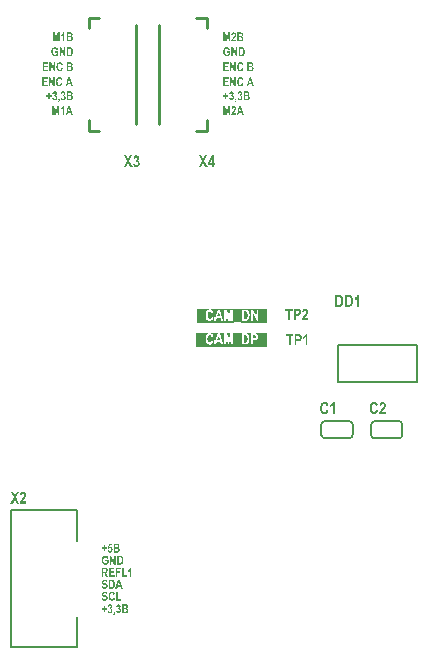
<source format=gto>
G04*
<<<<<<< HEAD
G04 #@! TF.GenerationSoftware,Altium Limited,Altium Designer,24.2.2 (26)*
=======
G04 #@! TF.GenerationSoftware,Altium Limited,Altium Designer,25.1.2 (22)*
>>>>>>> 613e14270cc375eb23a491e7e857863a29f37ea3
G04*
G04 Layer_Color=65535*
%FSLAX43Y43*%
%MOMM*%
G71*
G04*
<<<<<<< HEAD
G04 #@! TF.SameCoordinates,7AFD8296-B205-43B3-A86C-D23401984E65*
=======
G04 #@! TF.SameCoordinates,67CE9ABA-0E76-4F11-AB49-B23C2CE43B64*
>>>>>>> 613e14270cc375eb23a491e7e857863a29f37ea3
G04*
G04*
G04 #@! TF.FilePolarity,Positive*
G04*
G01*
G75*
%ADD10C,0.200*%
%ADD11C,0.254*%
%ADD12C,0.150*%
G36*
X31044Y27700D02*
X25051D01*
Y28900D01*
X31044D01*
Y27700D01*
D02*
G37*
G36*
X31023Y26889D02*
Y25689D01*
X25031D01*
Y26889D01*
X31023D01*
D02*
G37*
G36*
X13424Y45343D02*
X13308D01*
Y45935D01*
X13185Y45343D01*
X13066D01*
X12944Y45935D01*
Y45343D01*
X12828D01*
Y46094D01*
X13014D01*
X13126Y45580D01*
X13236Y46094D01*
X13424D01*
Y45343D01*
D02*
G37*
G36*
X14582D02*
X14446D01*
X14393Y45513D01*
X14146D01*
X14095Y45343D01*
X13964D01*
X14203Y46094D01*
X14335D01*
X14582Y45343D01*
D02*
G37*
G36*
X13824D02*
X13706D01*
Y45886D01*
X13705Y45885D01*
X13702Y45883D01*
X13699Y45879D01*
X13694Y45874D01*
X13687Y45868D01*
X13680Y45860D01*
X13671Y45853D01*
X13661Y45845D01*
X13651Y45835D01*
X13639Y45826D01*
X13626Y45818D01*
X13613Y45809D01*
X13584Y45791D01*
X13569Y45784D01*
X13553Y45777D01*
Y45908D01*
X13554D01*
X13556Y45909D01*
X13558Y45910D01*
X13561Y45912D01*
X13566Y45914D01*
X13571Y45917D01*
X13584Y45924D01*
X13600Y45934D01*
X13616Y45945D01*
X13636Y45960D01*
X13655Y45978D01*
X13656Y45979D01*
X13657Y45980D01*
X13660Y45983D01*
X13663Y45987D01*
X13667Y45992D01*
X13672Y45998D01*
X13678Y46005D01*
X13684Y46012D01*
X13696Y46029D01*
X13708Y46050D01*
X13719Y46073D01*
X13728Y46097D01*
X13824D01*
Y45343D01*
D02*
G37*
G36*
X13463Y51560D02*
X13347D01*
Y52152D01*
X13224Y51560D01*
X13105D01*
X12983Y52152D01*
Y51560D01*
X12867D01*
Y52311D01*
X13053D01*
X13165Y51797D01*
X13276Y52311D01*
X13463D01*
Y51560D01*
D02*
G37*
G36*
X14337Y52311D02*
X14346D01*
X14356Y52310D01*
X14368Y52309D01*
X14391Y52306D01*
X14415Y52303D01*
X14425Y52301D01*
X14436Y52299D01*
X14445Y52296D01*
X14454Y52292D01*
X14455D01*
X14455Y52291D01*
X14460Y52289D01*
X14469Y52284D01*
X14478Y52277D01*
X14490Y52268D01*
X14501Y52257D01*
X14513Y52243D01*
X14524Y52227D01*
Y52227D01*
X14525Y52225D01*
X14526Y52222D01*
X14528Y52219D01*
X14530Y52215D01*
X14533Y52210D01*
X14538Y52197D01*
X14543Y52181D01*
X14548Y52163D01*
X14551Y52143D01*
X14552Y52122D01*
Y52121D01*
Y52119D01*
Y52117D01*
Y52112D01*
X14551Y52107D01*
Y52102D01*
X14549Y52089D01*
X14546Y52074D01*
X14542Y52057D01*
X14536Y52040D01*
X14528Y52023D01*
Y52022D01*
X14527Y52022D01*
X14524Y52017D01*
X14518Y52008D01*
X14511Y51999D01*
X14502Y51988D01*
X14491Y51978D01*
X14479Y51968D01*
X14465Y51959D01*
X14466D01*
X14468Y51958D01*
X14470Y51957D01*
X14475Y51955D01*
X14485Y51950D01*
X14496Y51943D01*
X14510Y51934D01*
X14524Y51922D01*
X14538Y51908D01*
X14550Y51892D01*
Y51891D01*
X14552Y51889D01*
X14554Y51887D01*
X14555Y51883D01*
X14558Y51879D01*
X14560Y51873D01*
X14563Y51867D01*
X14566Y51860D01*
X14572Y51843D01*
X14577Y51824D01*
X14580Y51802D01*
X14582Y51777D01*
Y51777D01*
Y51774D01*
Y51769D01*
X14581Y51764D01*
Y51757D01*
X14580Y51748D01*
X14579Y51739D01*
X14577Y51729D01*
X14572Y51707D01*
X14565Y51684D01*
X14555Y51661D01*
X14549Y51649D01*
X14542Y51638D01*
X14541Y51637D01*
X14540Y51636D01*
X14538Y51633D01*
X14535Y51629D01*
X14527Y51620D01*
X14515Y51609D01*
X14502Y51597D01*
X14486Y51586D01*
X14469Y51576D01*
X14459Y51573D01*
X14449Y51569D01*
X14447D01*
X14445Y51568D01*
X14440Y51568D01*
X14436Y51567D01*
X14430D01*
X14422Y51566D01*
X14413Y51565D01*
X14402Y51564D01*
X14390Y51563D01*
X14375Y51563D01*
X14360Y51562D01*
X14341Y51561D01*
X14321D01*
X14299Y51560D01*
X14065D01*
Y52311D01*
X14329D01*
X14337Y52311D01*
D02*
G37*
G36*
X13863Y51560D02*
X13745D01*
Y52103D01*
X13744Y52102D01*
X13741Y52100D01*
X13738Y52096D01*
X13733Y52091D01*
X13726Y52085D01*
X13719Y52077D01*
X13711Y52070D01*
X13701Y52062D01*
X13690Y52052D01*
X13678Y52043D01*
X13666Y52035D01*
X13652Y52026D01*
X13623Y52008D01*
X13608Y52001D01*
X13592Y51994D01*
Y52125D01*
X13593D01*
X13595Y52126D01*
X13597Y52127D01*
X13601Y52129D01*
X13606Y52131D01*
X13611Y52134D01*
X13623Y52141D01*
X13639Y52151D01*
X13656Y52162D01*
X13675Y52177D01*
X13694Y52195D01*
X13695Y52196D01*
X13696Y52197D01*
X13699Y52200D01*
X13702Y52204D01*
X13706Y52209D01*
X13711Y52215D01*
X13717Y52222D01*
X13723Y52229D01*
X13735Y52246D01*
X13747Y52267D01*
X13758Y52290D01*
X13767Y52314D01*
X13863D01*
Y51560D01*
D02*
G37*
G36*
X12607Y47008D02*
X12768D01*
Y46873D01*
X12607D01*
Y46678D01*
X12499D01*
Y46873D01*
X12338D01*
Y47008D01*
X12499D01*
Y47203D01*
X12607D01*
Y47008D01*
D02*
G37*
G36*
X13769Y47323D02*
X13776Y47322D01*
X13784Y47320D01*
X13793Y47319D01*
X13803Y47316D01*
X13814Y47313D01*
X13825Y47309D01*
X13836Y47305D01*
X13847Y47299D01*
X13858Y47291D01*
X13869Y47284D01*
X13879Y47275D01*
X13889Y47264D01*
X13890Y47263D01*
X13891Y47261D01*
X13894Y47258D01*
X13896Y47253D01*
X13901Y47248D01*
X13905Y47241D01*
X13909Y47233D01*
X13914Y47225D01*
X13919Y47215D01*
X13923Y47205D01*
X13931Y47182D01*
X13934Y47170D01*
X13936Y47157D01*
X13938Y47144D01*
X13939Y47130D01*
Y47130D01*
Y47128D01*
Y47125D01*
Y47122D01*
X13938Y47113D01*
X13936Y47101D01*
X13933Y47087D01*
X13930Y47072D01*
X13924Y47056D01*
X13916Y47041D01*
Y47040D01*
X13915Y47040D01*
X13912Y47035D01*
X13907Y47027D01*
X13900Y47018D01*
X13890Y47007D01*
X13878Y46996D01*
X13865Y46985D01*
X13849Y46973D01*
X13850D01*
X13851Y46972D01*
X13854Y46971D01*
X13857Y46970D01*
X13867Y46966D01*
X13879Y46960D01*
X13892Y46951D01*
X13906Y46941D01*
X13920Y46928D01*
X13933Y46911D01*
Y46910D01*
X13935Y46909D01*
X13936Y46906D01*
X13938Y46903D01*
X13940Y46898D01*
X13944Y46893D01*
X13946Y46886D01*
X13950Y46879D01*
X13955Y46862D01*
X13961Y46842D01*
X13965Y46819D01*
X13966Y46794D01*
Y46793D01*
Y46790D01*
Y46784D01*
X13965Y46777D01*
X13965Y46768D01*
X13963Y46758D01*
X13961Y46746D01*
X13959Y46734D01*
X13955Y46721D01*
X13951Y46707D01*
X13946Y46693D01*
X13940Y46679D01*
X13933Y46665D01*
X13925Y46651D01*
X13915Y46637D01*
X13905Y46624D01*
X13904Y46623D01*
X13902Y46621D01*
X13899Y46618D01*
X13894Y46614D01*
X13888Y46608D01*
X13881Y46603D01*
X13872Y46596D01*
X13863Y46591D01*
X13853Y46585D01*
X13842Y46578D01*
X13830Y46573D01*
X13817Y46568D01*
X13804Y46563D01*
X13790Y46560D01*
X13775Y46558D01*
X13759Y46557D01*
X13751D01*
X13746Y46558D01*
X13738Y46559D01*
X13730Y46561D01*
X13721Y46562D01*
X13711Y46565D01*
X13690Y46571D01*
X13678Y46576D01*
X13666Y46581D01*
X13655Y46588D01*
X13643Y46596D01*
X13632Y46604D01*
X13621Y46614D01*
X13621Y46615D01*
X13619Y46616D01*
X13616Y46620D01*
X13612Y46625D01*
X13608Y46630D01*
X13603Y46637D01*
X13598Y46646D01*
X13592Y46655D01*
X13586Y46665D01*
X13581Y46676D01*
X13576Y46690D01*
X13571Y46703D01*
X13566Y46718D01*
X13562Y46734D01*
X13559Y46751D01*
X13556Y46769D01*
X13671Y46786D01*
Y46785D01*
Y46783D01*
X13671Y46781D01*
Y46777D01*
X13673Y46767D01*
X13676Y46756D01*
X13680Y46742D01*
X13684Y46729D01*
X13691Y46716D01*
X13699Y46704D01*
X13700Y46703D01*
X13703Y46700D01*
X13709Y46696D01*
X13716Y46691D01*
X13724Y46685D01*
X13734Y46681D01*
X13746Y46677D01*
X13757Y46676D01*
X13759D01*
X13763Y46677D01*
X13771Y46678D01*
X13779Y46681D01*
X13788Y46685D01*
X13799Y46690D01*
X13809Y46698D01*
X13819Y46709D01*
X13820Y46711D01*
X13823Y46715D01*
X13827Y46722D01*
X13832Y46733D01*
X13836Y46746D01*
X13841Y46762D01*
X13844Y46781D01*
X13845Y46801D01*
Y46802D01*
Y46804D01*
Y46806D01*
Y46811D01*
X13844Y46821D01*
X13841Y46833D01*
X13839Y46846D01*
X13835Y46861D01*
X13829Y46875D01*
X13821Y46887D01*
X13820Y46889D01*
X13816Y46892D01*
X13811Y46897D01*
X13804Y46903D01*
X13796Y46909D01*
X13786Y46914D01*
X13774Y46917D01*
X13761Y46919D01*
X13757D01*
X13753Y46918D01*
X13746Y46917D01*
X13739Y46916D01*
X13730Y46915D01*
X13719Y46911D01*
X13708Y46908D01*
X13721Y47025D01*
X13728D01*
X13736Y47026D01*
X13747Y47028D01*
X13758Y47030D01*
X13771Y47035D01*
X13782Y47041D01*
X13793Y47050D01*
X13794Y47050D01*
X13797Y47055D01*
X13801Y47060D01*
X13806Y47069D01*
X13811Y47079D01*
X13816Y47091D01*
X13819Y47105D01*
X13820Y47122D01*
Y47123D01*
Y47124D01*
Y47129D01*
X13819Y47135D01*
X13817Y47145D01*
X13815Y47155D01*
X13811Y47165D01*
X13807Y47174D01*
X13801Y47183D01*
X13800Y47184D01*
X13797Y47186D01*
X13793Y47190D01*
X13787Y47195D01*
X13781Y47198D01*
X13771Y47202D01*
X13762Y47205D01*
X13751Y47205D01*
X13746D01*
X13741Y47204D01*
X13734Y47202D01*
X13726Y47199D01*
X13716Y47195D01*
X13707Y47188D01*
X13699Y47180D01*
X13698Y47179D01*
X13696Y47175D01*
X13692Y47169D01*
X13688Y47160D01*
X13683Y47150D01*
X13679Y47137D01*
X13676Y47122D01*
X13674Y47105D01*
X13565Y47127D01*
Y47128D01*
X13566Y47131D01*
X13566Y47137D01*
X13568Y47144D01*
X13570Y47152D01*
X13572Y47162D01*
X13576Y47173D01*
X13579Y47185D01*
X13588Y47209D01*
X13600Y47233D01*
X13606Y47245D01*
X13614Y47256D01*
X13621Y47267D01*
X13631Y47276D01*
X13631Y47277D01*
X13633Y47278D01*
X13636Y47280D01*
X13640Y47284D01*
X13644Y47287D01*
X13650Y47291D01*
X13657Y47295D01*
X13665Y47300D01*
X13673Y47305D01*
X13682Y47309D01*
X13704Y47316D01*
X13716Y47320D01*
X13728Y47322D01*
X13741Y47323D01*
X13755Y47324D01*
X13763D01*
X13769Y47323D01*
D02*
G37*
G36*
X13051D02*
X13057Y47322D01*
X13066Y47320D01*
X13075Y47319D01*
X13085Y47316D01*
X13096Y47313D01*
X13107Y47309D01*
X13117Y47305D01*
X13129Y47299D01*
X13140Y47291D01*
X13151Y47284D01*
X13161Y47275D01*
X13171Y47264D01*
X13172Y47263D01*
X13173Y47261D01*
X13176Y47258D01*
X13178Y47253D01*
X13182Y47248D01*
X13187Y47241D01*
X13191Y47233D01*
X13196Y47225D01*
X13201Y47215D01*
X13205Y47205D01*
X13213Y47182D01*
X13216Y47170D01*
X13218Y47157D01*
X13220Y47144D01*
X13221Y47130D01*
Y47130D01*
Y47128D01*
Y47125D01*
Y47122D01*
X13220Y47113D01*
X13218Y47101D01*
X13215Y47087D01*
X13212Y47072D01*
X13206Y47056D01*
X13198Y47041D01*
Y47040D01*
X13197Y47040D01*
X13194Y47035D01*
X13189Y47027D01*
X13182Y47018D01*
X13172Y47007D01*
X13160Y46996D01*
X13147Y46985D01*
X13131Y46973D01*
X13132D01*
X13133Y46972D01*
X13136Y46971D01*
X13139Y46970D01*
X13149Y46966D01*
X13161Y46960D01*
X13174Y46951D01*
X13188Y46941D01*
X13202Y46928D01*
X13215Y46911D01*
Y46910D01*
X13217Y46909D01*
X13218Y46906D01*
X13220Y46903D01*
X13222Y46898D01*
X13226Y46893D01*
X13228Y46886D01*
X13232Y46879D01*
X13237Y46862D01*
X13243Y46842D01*
X13247Y46819D01*
X13248Y46794D01*
Y46793D01*
Y46790D01*
Y46784D01*
X13247Y46777D01*
X13247Y46768D01*
X13245Y46758D01*
X13243Y46746D01*
X13241Y46734D01*
X13237Y46721D01*
X13233Y46707D01*
X13228Y46693D01*
X13222Y46679D01*
X13215Y46665D01*
X13207Y46651D01*
X13197Y46637D01*
X13187Y46624D01*
X13186Y46623D01*
X13184Y46621D01*
X13181Y46618D01*
X13176Y46614D01*
X13170Y46608D01*
X13162Y46603D01*
X13154Y46596D01*
X13145Y46591D01*
X13135Y46585D01*
X13124Y46578D01*
X13112Y46573D01*
X13099Y46568D01*
X13086Y46563D01*
X13072Y46560D01*
X13057Y46558D01*
X13041Y46557D01*
X13033D01*
X13027Y46558D01*
X13020Y46559D01*
X13012Y46561D01*
X13003Y46562D01*
X12993Y46565D01*
X12972Y46571D01*
X12960Y46576D01*
X12948Y46581D01*
X12937Y46588D01*
X12925Y46596D01*
X12914Y46604D01*
X12903Y46614D01*
X12902Y46615D01*
X12901Y46616D01*
X12898Y46620D01*
X12894Y46625D01*
X12890Y46630D01*
X12885Y46637D01*
X12880Y46646D01*
X12874Y46655D01*
X12868Y46665D01*
X12863Y46676D01*
X12857Y46690D01*
X12852Y46703D01*
X12847Y46718D01*
X12844Y46734D01*
X12841Y46751D01*
X12838Y46769D01*
X12952Y46786D01*
Y46785D01*
Y46783D01*
X12953Y46781D01*
Y46777D01*
X12955Y46767D01*
X12957Y46756D01*
X12962Y46742D01*
X12966Y46729D01*
X12972Y46716D01*
X12981Y46704D01*
X12982Y46703D01*
X12985Y46700D01*
X12991Y46696D01*
X12997Y46691D01*
X13006Y46685D01*
X13016Y46681D01*
X13027Y46677D01*
X13039Y46676D01*
X13041D01*
X13045Y46677D01*
X13052Y46678D01*
X13061Y46681D01*
X13070Y46685D01*
X13081Y46690D01*
X13091Y46698D01*
X13101Y46709D01*
X13102Y46711D01*
X13105Y46715D01*
X13109Y46722D01*
X13114Y46733D01*
X13118Y46746D01*
X13122Y46762D01*
X13126Y46781D01*
X13127Y46801D01*
Y46802D01*
Y46804D01*
Y46806D01*
Y46811D01*
X13126Y46821D01*
X13123Y46833D01*
X13121Y46846D01*
X13117Y46861D01*
X13111Y46875D01*
X13102Y46887D01*
X13102Y46889D01*
X13098Y46892D01*
X13093Y46897D01*
X13086Y46903D01*
X13077Y46909D01*
X13067Y46914D01*
X13056Y46917D01*
X13043Y46919D01*
X13039D01*
X13035Y46918D01*
X13028Y46917D01*
X13021Y46916D01*
X13012Y46915D01*
X13001Y46911D01*
X12990Y46908D01*
X13002Y47025D01*
X13010D01*
X13018Y47026D01*
X13029Y47028D01*
X13040Y47030D01*
X13052Y47035D01*
X13064Y47041D01*
X13075Y47050D01*
X13076Y47050D01*
X13079Y47055D01*
X13083Y47060D01*
X13088Y47069D01*
X13093Y47079D01*
X13097Y47091D01*
X13101Y47105D01*
X13102Y47122D01*
Y47123D01*
Y47124D01*
Y47129D01*
X13101Y47135D01*
X13099Y47145D01*
X13097Y47155D01*
X13093Y47165D01*
X13089Y47174D01*
X13082Y47183D01*
X13082Y47184D01*
X13079Y47186D01*
X13075Y47190D01*
X13069Y47195D01*
X13062Y47198D01*
X13053Y47202D01*
X13044Y47205D01*
X13033Y47205D01*
X13028D01*
X13022Y47204D01*
X13016Y47202D01*
X13007Y47199D01*
X12998Y47195D01*
X12989Y47188D01*
X12981Y47180D01*
X12980Y47179D01*
X12977Y47175D01*
X12974Y47169D01*
X12970Y47160D01*
X12965Y47150D01*
X12961Y47137D01*
X12957Y47122D01*
X12956Y47105D01*
X12847Y47127D01*
Y47128D01*
X12847Y47131D01*
X12848Y47137D01*
X12850Y47144D01*
X12852Y47152D01*
X12854Y47162D01*
X12857Y47173D01*
X12861Y47185D01*
X12870Y47209D01*
X12882Y47233D01*
X12888Y47245D01*
X12896Y47256D01*
X12903Y47267D01*
X12912Y47276D01*
X12913Y47277D01*
X12915Y47278D01*
X12917Y47280D01*
X12922Y47284D01*
X12926Y47287D01*
X12932Y47291D01*
X12939Y47295D01*
X12947Y47300D01*
X12955Y47305D01*
X12964Y47309D01*
X12986Y47316D01*
X12997Y47320D01*
X13010Y47322D01*
X13023Y47323D01*
X13037Y47324D01*
X13045D01*
X13051Y47323D01*
D02*
G37*
G36*
X14337Y47320D02*
X14346D01*
X14356Y47320D01*
X14368Y47319D01*
X14391Y47316D01*
X14415Y47313D01*
X14425Y47311D01*
X14436Y47309D01*
X14445Y47305D01*
X14454Y47302D01*
X14455D01*
X14455Y47301D01*
X14460Y47299D01*
X14469Y47294D01*
X14478Y47287D01*
X14490Y47278D01*
X14501Y47267D01*
X14513Y47253D01*
X14524Y47237D01*
Y47236D01*
X14525Y47235D01*
X14526Y47232D01*
X14528Y47229D01*
X14530Y47225D01*
X14533Y47220D01*
X14538Y47206D01*
X14543Y47190D01*
X14548Y47173D01*
X14551Y47153D01*
X14552Y47131D01*
Y47130D01*
Y47129D01*
Y47126D01*
Y47122D01*
X14551Y47117D01*
Y47112D01*
X14549Y47099D01*
X14546Y47084D01*
X14542Y47067D01*
X14536Y47050D01*
X14528Y47033D01*
Y47032D01*
X14527Y47031D01*
X14524Y47026D01*
X14518Y47018D01*
X14511Y47009D01*
X14502Y46998D01*
X14491Y46988D01*
X14479Y46978D01*
X14465Y46969D01*
X14466D01*
X14468Y46968D01*
X14470Y46966D01*
X14475Y46965D01*
X14485Y46960D01*
X14496Y46953D01*
X14510Y46944D01*
X14524Y46932D01*
X14538Y46918D01*
X14550Y46901D01*
Y46900D01*
X14552Y46899D01*
X14554Y46896D01*
X14555Y46893D01*
X14558Y46889D01*
X14560Y46883D01*
X14563Y46876D01*
X14566Y46870D01*
X14572Y46853D01*
X14577Y46834D01*
X14580Y46811D01*
X14582Y46787D01*
Y46786D01*
Y46784D01*
Y46779D01*
X14581Y46774D01*
Y46766D01*
X14580Y46758D01*
X14579Y46749D01*
X14577Y46739D01*
X14572Y46717D01*
X14565Y46694D01*
X14555Y46671D01*
X14549Y46659D01*
X14542Y46648D01*
X14541Y46647D01*
X14540Y46646D01*
X14538Y46643D01*
X14535Y46639D01*
X14527Y46630D01*
X14515Y46619D01*
X14502Y46606D01*
X14486Y46596D01*
X14469Y46586D01*
X14459Y46582D01*
X14449Y46579D01*
X14447D01*
X14445Y46578D01*
X14440Y46577D01*
X14436Y46576D01*
X14430D01*
X14422Y46576D01*
X14413Y46575D01*
X14402Y46574D01*
X14390Y46573D01*
X14375Y46572D01*
X14360Y46571D01*
X14341Y46571D01*
X14321D01*
X14299Y46570D01*
X14065D01*
Y47321D01*
X14329D01*
X14337Y47320D01*
D02*
G37*
G36*
X13461Y46611D02*
Y46610D01*
Y46606D01*
Y46602D01*
Y46596D01*
X13461Y46589D01*
Y46581D01*
X13460Y46571D01*
X13459Y46562D01*
X13456Y46541D01*
X13452Y46520D01*
X13447Y46499D01*
X13444Y46490D01*
X13441Y46481D01*
Y46481D01*
X13440Y46479D01*
X13438Y46476D01*
X13436Y46473D01*
X13429Y46463D01*
X13421Y46451D01*
X13409Y46439D01*
X13394Y46426D01*
X13376Y46413D01*
X13356Y46402D01*
X13333Y46462D01*
X13335Y46463D01*
X13339Y46465D01*
X13345Y46468D01*
X13352Y46472D01*
X13361Y46478D01*
X13369Y46485D01*
X13376Y46492D01*
X13383Y46501D01*
X13384Y46501D01*
X13386Y46505D01*
X13388Y46511D01*
X13391Y46518D01*
X13395Y46528D01*
X13397Y46540D01*
X13400Y46554D01*
X13401Y46570D01*
X13343D01*
Y46714D01*
X13461D01*
Y46611D01*
D02*
G37*
G36*
X13443Y48520D02*
X13451D01*
X13459Y48519D01*
X13470Y48518D01*
X13481Y48515D01*
X13494Y48512D01*
X13507Y48509D01*
X13521Y48504D01*
X13536Y48498D01*
X13550Y48491D01*
X13565Y48483D01*
X13579Y48474D01*
X13593Y48463D01*
X13606Y48450D01*
X13607Y48450D01*
X13609Y48448D01*
X13611Y48445D01*
X13615Y48441D01*
X13619Y48435D01*
X13623Y48430D01*
X13629Y48421D01*
X13635Y48413D01*
X13641Y48403D01*
X13646Y48392D01*
X13652Y48380D01*
X13658Y48366D01*
X13665Y48351D01*
X13670Y48336D01*
X13675Y48319D01*
X13680Y48301D01*
X13556Y48265D01*
Y48266D01*
X13556Y48268D01*
X13555Y48271D01*
X13554Y48275D01*
X13552Y48280D01*
X13551Y48286D01*
X13546Y48300D01*
X13540Y48315D01*
X13531Y48330D01*
X13521Y48345D01*
X13509Y48359D01*
X13507Y48360D01*
X13503Y48364D01*
X13496Y48369D01*
X13486Y48375D01*
X13473Y48381D01*
X13460Y48386D01*
X13444Y48390D01*
X13426Y48391D01*
X13420D01*
X13415Y48390D01*
X13409Y48390D01*
X13402Y48388D01*
X13387Y48384D01*
X13378Y48380D01*
X13369Y48376D01*
X13360Y48372D01*
X13351Y48366D01*
X13341Y48359D01*
X13332Y48351D01*
X13323Y48342D01*
X13315Y48331D01*
X13314Y48330D01*
X13313Y48329D01*
X13311Y48325D01*
X13308Y48320D01*
X13305Y48314D01*
X13301Y48305D01*
X13297Y48295D01*
X13294Y48285D01*
X13290Y48272D01*
X13286Y48257D01*
X13282Y48241D01*
X13279Y48224D01*
X13276Y48205D01*
X13274Y48183D01*
X13273Y48160D01*
X13272Y48136D01*
Y48134D01*
Y48130D01*
Y48122D01*
X13273Y48112D01*
X13274Y48101D01*
X13275Y48087D01*
X13276Y48073D01*
X13277Y48057D01*
X13282Y48024D01*
X13290Y47991D01*
X13295Y47975D01*
X13301Y47960D01*
X13306Y47946D01*
X13314Y47934D01*
X13315Y47933D01*
X13316Y47931D01*
X13318Y47928D01*
X13321Y47925D01*
X13326Y47921D01*
X13331Y47916D01*
X13336Y47910D01*
X13343Y47905D01*
X13359Y47893D01*
X13377Y47884D01*
X13388Y47881D01*
X13399Y47877D01*
X13411Y47876D01*
X13423Y47875D01*
X13428D01*
X13431Y47876D01*
X13441Y47876D01*
X13452Y47880D01*
X13466Y47884D01*
X13480Y47891D01*
X13494Y47900D01*
X13501Y47906D01*
X13507Y47912D01*
X13508Y47913D01*
X13509Y47914D01*
X13511Y47916D01*
X13513Y47920D01*
X13516Y47924D01*
X13520Y47929D01*
X13523Y47935D01*
X13527Y47942D01*
X13531Y47950D01*
X13536Y47959D01*
X13541Y47969D01*
X13545Y47980D01*
X13549Y47991D01*
X13553Y48005D01*
X13556Y48019D01*
X13560Y48034D01*
X13681Y47987D01*
Y47986D01*
X13679Y47981D01*
X13677Y47976D01*
X13675Y47966D01*
X13672Y47956D01*
X13668Y47944D01*
X13664Y47931D01*
X13658Y47916D01*
X13646Y47886D01*
X13629Y47856D01*
X13620Y47841D01*
X13610Y47827D01*
X13598Y47814D01*
X13586Y47802D01*
X13586Y47801D01*
X13583Y47800D01*
X13580Y47797D01*
X13575Y47793D01*
X13568Y47789D01*
X13561Y47784D01*
X13551Y47779D01*
X13541Y47774D01*
X13531Y47768D01*
X13518Y47763D01*
X13505Y47758D01*
X13491Y47754D01*
X13476Y47750D01*
X13459Y47747D01*
X13442Y47746D01*
X13425Y47745D01*
X13420D01*
X13413Y47746D01*
X13405Y47746D01*
X13395Y47747D01*
X13383Y47750D01*
X13370Y47752D01*
X13356Y47756D01*
X13341Y47761D01*
X13325Y47767D01*
X13308Y47775D01*
X13292Y47784D01*
X13276Y47795D01*
X13260Y47806D01*
X13244Y47821D01*
X13230Y47837D01*
X13229Y47839D01*
X13227Y47842D01*
X13222Y47848D01*
X13217Y47856D01*
X13210Y47867D01*
X13202Y47881D01*
X13195Y47896D01*
X13187Y47913D01*
X13179Y47933D01*
X13172Y47955D01*
X13164Y47979D01*
X13157Y48004D01*
X13152Y48032D01*
X13147Y48061D01*
X13145Y48093D01*
X13144Y48126D01*
Y48127D01*
Y48129D01*
Y48131D01*
Y48135D01*
Y48140D01*
X13145Y48145D01*
X13146Y48158D01*
X13147Y48174D01*
X13149Y48193D01*
X13152Y48213D01*
X13155Y48235D01*
X13160Y48260D01*
X13165Y48284D01*
X13172Y48309D01*
X13181Y48334D01*
X13191Y48359D01*
X13202Y48382D01*
X13216Y48405D01*
X13231Y48426D01*
X13232Y48427D01*
X13234Y48430D01*
X13238Y48435D01*
X13244Y48441D01*
X13252Y48448D01*
X13262Y48456D01*
X13271Y48465D01*
X13284Y48474D01*
X13298Y48483D01*
X13313Y48491D01*
X13330Y48500D01*
X13348Y48506D01*
X13367Y48513D01*
X13388Y48517D01*
X13410Y48520D01*
X13433Y48521D01*
X13438D01*
X13443Y48520D01*
D02*
G37*
G36*
X13036Y47757D02*
X12910D01*
X12662Y48247D01*
Y47757D01*
X12547D01*
Y48509D01*
X12667D01*
X12920Y48006D01*
Y48509D01*
X13036D01*
Y47757D01*
D02*
G37*
G36*
X14582D02*
X14446D01*
X14393Y47927D01*
X14146D01*
X14095Y47757D01*
X13964D01*
X14203Y48509D01*
X14335D01*
X14582Y47757D01*
D02*
G37*
G36*
X12428Y48381D02*
X12095D01*
Y48215D01*
X12404D01*
Y48088D01*
X12095D01*
Y47885D01*
X12439D01*
Y47757D01*
X11971D01*
Y48509D01*
X12428D01*
Y48381D01*
D02*
G37*
G36*
X13482Y49790D02*
X13490D01*
X13498Y49789D01*
X13509Y49788D01*
X13521Y49785D01*
X13533Y49782D01*
X13546Y49779D01*
X13560Y49774D01*
X13575Y49768D01*
X13589Y49761D01*
X13604Y49753D01*
X13618Y49744D01*
X13632Y49733D01*
X13646Y49720D01*
X13646Y49720D01*
X13648Y49718D01*
X13651Y49715D01*
X13654Y49711D01*
X13658Y49705D01*
X13662Y49700D01*
X13668Y49691D01*
X13674Y49683D01*
X13680Y49673D01*
X13686Y49662D01*
X13691Y49650D01*
X13697Y49636D01*
X13704Y49621D01*
X13709Y49606D01*
X13714Y49589D01*
X13719Y49571D01*
X13596Y49535D01*
Y49536D01*
X13595Y49538D01*
X13594Y49541D01*
X13593Y49545D01*
X13591Y49550D01*
X13590Y49556D01*
X13585Y49570D01*
X13579Y49585D01*
X13571Y49600D01*
X13561Y49615D01*
X13548Y49629D01*
X13546Y49630D01*
X13542Y49634D01*
X13535Y49639D01*
X13525Y49645D01*
X13512Y49651D01*
X13499Y49656D01*
X13483Y49660D01*
X13466Y49661D01*
X13459D01*
X13454Y49660D01*
X13448Y49660D01*
X13441Y49658D01*
X13426Y49654D01*
X13417Y49650D01*
X13408Y49646D01*
X13399Y49642D01*
X13390Y49636D01*
X13381Y49629D01*
X13371Y49621D01*
X13362Y49612D01*
X13354Y49601D01*
X13353Y49600D01*
X13352Y49599D01*
X13350Y49595D01*
X13347Y49590D01*
X13344Y49584D01*
X13341Y49575D01*
X13336Y49565D01*
X13333Y49555D01*
X13329Y49542D01*
X13325Y49527D01*
X13321Y49511D01*
X13318Y49494D01*
X13316Y49475D01*
X13313Y49453D01*
X13312Y49430D01*
X13311Y49405D01*
Y49404D01*
Y49400D01*
Y49392D01*
X13312Y49382D01*
X13313Y49371D01*
X13314Y49357D01*
X13315Y49343D01*
X13316Y49327D01*
X13321Y49294D01*
X13329Y49261D01*
X13334Y49245D01*
X13340Y49230D01*
X13346Y49216D01*
X13353Y49204D01*
X13354Y49203D01*
X13355Y49201D01*
X13357Y49198D01*
X13361Y49195D01*
X13365Y49191D01*
X13370Y49186D01*
X13376Y49180D01*
X13382Y49175D01*
X13398Y49163D01*
X13416Y49154D01*
X13427Y49151D01*
X13438Y49147D01*
X13450Y49146D01*
X13462Y49145D01*
X13467D01*
X13471Y49146D01*
X13480Y49146D01*
X13491Y49150D01*
X13505Y49154D01*
X13519Y49161D01*
X13533Y49170D01*
X13540Y49176D01*
X13546Y49182D01*
X13547Y49183D01*
X13548Y49184D01*
X13550Y49186D01*
X13552Y49190D01*
X13556Y49194D01*
X13559Y49199D01*
X13562Y49205D01*
X13566Y49212D01*
X13571Y49220D01*
X13575Y49229D01*
X13580Y49239D01*
X13584Y49250D01*
X13588Y49261D01*
X13592Y49275D01*
X13596Y49289D01*
X13599Y49304D01*
X13720Y49257D01*
Y49256D01*
X13718Y49251D01*
X13716Y49246D01*
X13714Y49236D01*
X13711Y49226D01*
X13707Y49214D01*
X13703Y49201D01*
X13697Y49186D01*
X13685Y49156D01*
X13668Y49126D01*
X13659Y49111D01*
X13649Y49097D01*
X13637Y49084D01*
X13626Y49072D01*
X13625Y49071D01*
X13622Y49070D01*
X13619Y49067D01*
X13614Y49063D01*
X13607Y49059D01*
X13600Y49054D01*
X13591Y49049D01*
X13581Y49044D01*
X13570Y49038D01*
X13557Y49033D01*
X13544Y49028D01*
X13530Y49024D01*
X13515Y49020D01*
X13498Y49017D01*
X13481Y49016D01*
X13464Y49015D01*
X13459D01*
X13452Y49016D01*
X13444Y49016D01*
X13434Y49017D01*
X13422Y49020D01*
X13409Y49022D01*
X13395Y49026D01*
X13380Y49031D01*
X13364Y49037D01*
X13347Y49045D01*
X13331Y49054D01*
X13315Y49065D01*
X13299Y49076D01*
X13283Y49091D01*
X13269Y49107D01*
X13268Y49109D01*
X13266Y49112D01*
X13262Y49118D01*
X13256Y49126D01*
X13249Y49137D01*
X13241Y49151D01*
X13234Y49166D01*
X13227Y49183D01*
X13218Y49203D01*
X13211Y49225D01*
X13203Y49249D01*
X13197Y49274D01*
X13192Y49302D01*
X13187Y49331D01*
X13184Y49363D01*
X13183Y49396D01*
Y49397D01*
Y49399D01*
Y49401D01*
Y49405D01*
Y49410D01*
X13184Y49415D01*
X13185Y49428D01*
X13186Y49444D01*
X13188Y49463D01*
X13191Y49483D01*
X13194Y49505D01*
X13199Y49530D01*
X13204Y49554D01*
X13212Y49579D01*
X13220Y49604D01*
X13230Y49629D01*
X13241Y49652D01*
X13255Y49675D01*
X13270Y49696D01*
X13271Y49697D01*
X13273Y49700D01*
X13277Y49705D01*
X13283Y49711D01*
X13291Y49718D01*
X13301Y49726D01*
X13311Y49735D01*
X13323Y49744D01*
X13337Y49753D01*
X13352Y49761D01*
X13369Y49770D01*
X13387Y49776D01*
X13406Y49783D01*
X13427Y49787D01*
X13449Y49790D01*
X13472Y49791D01*
X13477D01*
X13482Y49790D01*
D02*
G37*
G36*
X13075Y49027D02*
X12949D01*
X12702Y49517D01*
Y49027D01*
X12586D01*
Y49779D01*
X12707D01*
X12959Y49276D01*
Y49779D01*
X13075D01*
Y49027D01*
D02*
G37*
G36*
X14337Y49778D02*
X14346D01*
X14356Y49777D01*
X14368Y49776D01*
X14391Y49774D01*
X14415Y49770D01*
X14425Y49769D01*
X14436Y49766D01*
X14445Y49763D01*
X14454Y49760D01*
X14455D01*
X14455Y49759D01*
X14460Y49756D01*
X14469Y49751D01*
X14478Y49745D01*
X14490Y49735D01*
X14501Y49725D01*
X14513Y49710D01*
X14524Y49695D01*
Y49694D01*
X14525Y49692D01*
X14526Y49690D01*
X14528Y49686D01*
X14530Y49682D01*
X14533Y49677D01*
X14538Y49664D01*
X14543Y49648D01*
X14548Y49630D01*
X14551Y49610D01*
X14552Y49589D01*
Y49588D01*
Y49586D01*
Y49584D01*
Y49580D01*
X14551Y49575D01*
Y49570D01*
X14549Y49556D01*
X14546Y49541D01*
X14542Y49525D01*
X14536Y49507D01*
X14528Y49490D01*
Y49490D01*
X14527Y49489D01*
X14524Y49484D01*
X14518Y49475D01*
X14511Y49466D01*
X14502Y49455D01*
X14491Y49445D01*
X14479Y49435D01*
X14465Y49426D01*
X14466D01*
X14468Y49425D01*
X14470Y49424D01*
X14475Y49422D01*
X14485Y49417D01*
X14496Y49410D01*
X14510Y49401D01*
X14524Y49390D01*
X14538Y49376D01*
X14550Y49359D01*
Y49358D01*
X14552Y49356D01*
X14554Y49354D01*
X14555Y49351D01*
X14558Y49346D01*
X14560Y49341D01*
X14563Y49334D01*
X14566Y49327D01*
X14572Y49311D01*
X14577Y49291D01*
X14580Y49269D01*
X14582Y49245D01*
Y49244D01*
Y49241D01*
Y49236D01*
X14581Y49231D01*
Y49224D01*
X14580Y49216D01*
X14579Y49206D01*
X14577Y49196D01*
X14572Y49175D01*
X14565Y49151D01*
X14555Y49128D01*
X14549Y49116D01*
X14542Y49106D01*
X14541Y49105D01*
X14540Y49103D01*
X14538Y49101D01*
X14535Y49096D01*
X14527Y49087D01*
X14515Y49076D01*
X14502Y49064D01*
X14486Y49053D01*
X14469Y49043D01*
X14459Y49040D01*
X14449Y49036D01*
X14447D01*
X14445Y49036D01*
X14440Y49035D01*
X14436Y49034D01*
X14430D01*
X14422Y49033D01*
X14413Y49032D01*
X14402Y49031D01*
X14390Y49031D01*
X14375Y49030D01*
X14360Y49029D01*
X14341Y49028D01*
X14321D01*
X14299Y49027D01*
X14065D01*
Y49779D01*
X14329D01*
X14337Y49778D01*
D02*
G37*
G36*
X12467Y49651D02*
X12134D01*
Y49485D01*
X12443D01*
Y49358D01*
X12134D01*
Y49155D01*
X12478D01*
Y49027D01*
X12010D01*
Y49779D01*
X12467D01*
Y49651D01*
D02*
G37*
G36*
X13079Y51059D02*
X13088Y51058D01*
X13099Y51057D01*
X13111Y51056D01*
X13123Y51054D01*
X13152Y51047D01*
X13181Y51037D01*
X13196Y51030D01*
X13210Y51023D01*
X13224Y51014D01*
X13237Y51004D01*
X13238Y51003D01*
X13240Y51002D01*
X13243Y50998D01*
X13248Y50994D01*
X13252Y50987D01*
X13259Y50980D01*
X13266Y50972D01*
X13272Y50962D01*
X13280Y50950D01*
X13287Y50938D01*
X13294Y50925D01*
X13301Y50911D01*
X13308Y50894D01*
X13314Y50877D01*
X13319Y50858D01*
X13323Y50838D01*
X13200Y50811D01*
Y50812D01*
X13199Y50813D01*
X13197Y50821D01*
X13193Y50831D01*
X13188Y50844D01*
X13181Y50857D01*
X13172Y50873D01*
X13161Y50887D01*
X13149Y50899D01*
X13148Y50901D01*
X13142Y50904D01*
X13135Y50909D01*
X13125Y50915D01*
X13111Y50921D01*
X13097Y50926D01*
X13080Y50929D01*
X13061Y50931D01*
X13054D01*
X13048Y50929D01*
X13041Y50928D01*
X13034Y50927D01*
X13016Y50923D01*
X12995Y50915D01*
X12974Y50904D01*
X12963Y50897D01*
X12953Y50889D01*
X12943Y50879D01*
X12933Y50868D01*
Y50867D01*
X12930Y50865D01*
X12928Y50862D01*
X12925Y50857D01*
X12921Y50851D01*
X12917Y50843D01*
X12913Y50833D01*
X12908Y50822D01*
X12904Y50810D01*
X12899Y50796D01*
X12895Y50781D01*
X12891Y50764D01*
X12888Y50745D01*
X12886Y50725D01*
X12885Y50704D01*
X12884Y50681D01*
Y50680D01*
Y50675D01*
Y50667D01*
X12885Y50659D01*
Y50647D01*
X12887Y50634D01*
X12888Y50620D01*
X12890Y50605D01*
X12897Y50572D01*
X12906Y50538D01*
X12919Y50504D01*
X12927Y50490D01*
X12936Y50475D01*
X12937Y50474D01*
X12938Y50473D01*
X12945Y50467D01*
X12955Y50457D01*
X12968Y50445D01*
X12986Y50434D01*
X13008Y50424D01*
X13032Y50418D01*
X13046Y50417D01*
X13060Y50415D01*
X13067D01*
X13074Y50417D01*
X13082Y50418D01*
X13094Y50420D01*
X13107Y50422D01*
X13120Y50427D01*
X13135Y50432D01*
X13137Y50433D01*
X13141Y50435D01*
X13149Y50439D01*
X13159Y50444D01*
X13169Y50451D01*
X13181Y50459D01*
X13193Y50468D01*
X13206Y50479D01*
Y50573D01*
X13064D01*
Y50700D01*
X13331D01*
Y50401D01*
X13329Y50399D01*
X13323Y50393D01*
X13314Y50384D01*
X13301Y50373D01*
X13284Y50360D01*
X13266Y50347D01*
X13242Y50332D01*
X13216Y50319D01*
X13215D01*
X13212Y50318D01*
X13208Y50316D01*
X13203Y50313D01*
X13196Y50311D01*
X13188Y50309D01*
X13169Y50302D01*
X13147Y50297D01*
X13121Y50291D01*
X13095Y50287D01*
X13067Y50286D01*
X13058D01*
X13051Y50287D01*
X13044D01*
X13035Y50288D01*
X13024Y50289D01*
X13012Y50291D01*
X12988Y50297D01*
X12960Y50304D01*
X12933Y50316D01*
X12906Y50330D01*
X12905Y50331D01*
X12903Y50332D01*
X12899Y50334D01*
X12895Y50339D01*
X12882Y50349D01*
X12866Y50363D01*
X12848Y50382D01*
X12829Y50405D01*
X12812Y50432D01*
X12795Y50463D01*
Y50464D01*
X12793Y50468D01*
X12792Y50472D01*
X12788Y50479D01*
X12786Y50488D01*
X12783Y50498D01*
X12778Y50510D01*
X12775Y50523D01*
X12772Y50538D01*
X12767Y50554D01*
X12764Y50571D01*
X12762Y50590D01*
X12757Y50630D01*
X12755Y50673D01*
Y50674D01*
Y50679D01*
Y50685D01*
X12756Y50694D01*
Y50704D01*
X12757Y50717D01*
X12758Y50731D01*
X12761Y50746D01*
X12765Y50780D01*
X12773Y50815D01*
X12783Y50851D01*
X12796Y50885D01*
Y50886D01*
X12798Y50889D01*
X12800Y50894D01*
X12804Y50899D01*
X12807Y50907D01*
X12813Y50915D01*
X12825Y50934D01*
X12840Y50956D01*
X12858Y50977D01*
X12879Y50998D01*
X12903Y51016D01*
X12904D01*
X12906Y51018D01*
X12909Y51020D01*
X12915Y51023D01*
X12920Y51026D01*
X12928Y51030D01*
X12937Y51034D01*
X12947Y51038D01*
X12970Y51046D01*
X12997Y51054D01*
X13027Y51058D01*
X13060Y51060D01*
X13071D01*
X13079Y51059D01*
D02*
G37*
G36*
X13937Y50298D02*
X13812D01*
X13564Y50786D01*
Y50298D01*
X13449D01*
Y51048D01*
X13569D01*
X13822Y50546D01*
Y51048D01*
X13937D01*
Y50298D01*
D02*
G37*
G36*
X14313Y51047D02*
X14321D01*
X14340Y51046D01*
X14361Y51044D01*
X14382Y51039D01*
X14403Y51035D01*
X14421Y51028D01*
X14423Y51027D01*
X14429Y51025D01*
X14437Y51019D01*
X14448Y51013D01*
X14460Y51004D01*
X14474Y50993D01*
X14488Y50979D01*
X14502Y50964D01*
X14504Y50962D01*
X14509Y50956D01*
X14515Y50946D01*
X14523Y50932D01*
X14533Y50915D01*
X14543Y50895D01*
X14552Y50872D01*
X14561Y50845D01*
Y50844D01*
X14562Y50842D01*
X14563Y50837D01*
X14564Y50832D01*
X14565Y50825D01*
X14568Y50816D01*
X14570Y50806D01*
X14572Y50795D01*
X14573Y50783D01*
X14575Y50770D01*
X14578Y50755D01*
X14579Y50738D01*
X14581Y50704D01*
X14582Y50665D01*
Y50664D01*
Y50661D01*
Y50655D01*
Y50649D01*
X14581Y50641D01*
Y50631D01*
X14580Y50620D01*
Y50608D01*
X14576Y50581D01*
X14573Y50552D01*
X14568Y50523D01*
X14560Y50495D01*
Y50494D01*
X14559Y50492D01*
X14558Y50489D01*
X14555Y50483D01*
X14551Y50470D01*
X14544Y50454D01*
X14536Y50435D01*
X14526Y50417D01*
X14515Y50398D01*
X14503Y50381D01*
X14502Y50379D01*
X14498Y50374D01*
X14490Y50367D01*
X14481Y50358D01*
X14469Y50348D01*
X14455Y50338D01*
X14440Y50328D01*
X14422Y50319D01*
X14420Y50318D01*
X14413Y50316D01*
X14403Y50312D01*
X14389Y50309D01*
X14371Y50304D01*
X14350Y50301D01*
X14326Y50299D01*
X14299Y50298D01*
X14066D01*
Y51048D01*
X14307D01*
X14313Y51047D01*
D02*
G37*
G36*
X27629Y51059D02*
X27638Y51058D01*
X27649Y51057D01*
X27661Y51056D01*
X27674Y51054D01*
X27702Y51047D01*
X27731Y51037D01*
X27746Y51030D01*
X27760Y51023D01*
X27775Y51014D01*
X27787Y51004D01*
X27788Y51003D01*
X27790Y51002D01*
X27793Y50998D01*
X27798Y50994D01*
X27802Y50987D01*
X27809Y50980D01*
X27816Y50972D01*
X27822Y50962D01*
X27830Y50950D01*
X27837Y50938D01*
X27844Y50925D01*
X27851Y50911D01*
X27858Y50894D01*
X27864Y50877D01*
X27869Y50858D01*
X27873Y50838D01*
X27750Y50811D01*
Y50812D01*
X27749Y50813D01*
X27747Y50821D01*
X27743Y50831D01*
X27738Y50844D01*
X27731Y50857D01*
X27722Y50873D01*
X27711Y50887D01*
X27699Y50899D01*
X27698Y50901D01*
X27692Y50904D01*
X27685Y50909D01*
X27675Y50915D01*
X27661Y50921D01*
X27647Y50926D01*
X27630Y50929D01*
X27611Y50931D01*
X27604D01*
X27598Y50929D01*
X27591Y50928D01*
X27584Y50927D01*
X27566Y50923D01*
X27545Y50915D01*
X27524Y50904D01*
X27513Y50897D01*
X27503Y50889D01*
X27493Y50879D01*
X27483Y50868D01*
Y50867D01*
X27480Y50865D01*
X27478Y50862D01*
X27475Y50857D01*
X27472Y50851D01*
X27467Y50843D01*
X27463Y50833D01*
X27458Y50822D01*
X27454Y50810D01*
X27449Y50796D01*
X27445Y50781D01*
X27442Y50764D01*
X27438Y50745D01*
X27436Y50725D01*
X27435Y50704D01*
X27434Y50681D01*
Y50680D01*
Y50675D01*
Y50667D01*
X27435Y50659D01*
Y50647D01*
X27437Y50634D01*
X27438Y50620D01*
X27440Y50605D01*
X27447Y50572D01*
X27456Y50538D01*
X27469Y50504D01*
X27477Y50490D01*
X27486Y50475D01*
X27487Y50474D01*
X27488Y50473D01*
X27495Y50467D01*
X27505Y50457D01*
X27518Y50445D01*
X27536Y50434D01*
X27558Y50424D01*
X27583Y50418D01*
X27596Y50417D01*
X27610Y50415D01*
X27617D01*
X27624Y50417D01*
X27632Y50418D01*
X27644Y50420D01*
X27657Y50422D01*
X27670Y50427D01*
X27685Y50432D01*
X27687Y50433D01*
X27691Y50435D01*
X27699Y50439D01*
X27709Y50444D01*
X27719Y50451D01*
X27731Y50459D01*
X27743Y50468D01*
X27756Y50479D01*
Y50573D01*
X27614D01*
Y50700D01*
X27881D01*
Y50401D01*
X27879Y50399D01*
X27873Y50393D01*
X27864Y50384D01*
X27851Y50373D01*
X27834Y50360D01*
X27816Y50347D01*
X27792Y50332D01*
X27766Y50319D01*
X27765D01*
X27762Y50318D01*
X27758Y50316D01*
X27753Y50313D01*
X27746Y50311D01*
X27738Y50309D01*
X27719Y50302D01*
X27697Y50297D01*
X27671Y50291D01*
X27645Y50287D01*
X27617Y50286D01*
X27608D01*
X27601Y50287D01*
X27594D01*
X27585Y50288D01*
X27574Y50289D01*
X27563Y50291D01*
X27538Y50297D01*
X27510Y50304D01*
X27483Y50316D01*
X27456Y50330D01*
X27455Y50331D01*
X27453Y50332D01*
X27449Y50334D01*
X27445Y50339D01*
X27432Y50349D01*
X27416Y50363D01*
X27398Y50382D01*
X27379Y50405D01*
X27362Y50432D01*
X27345Y50463D01*
Y50464D01*
X27343Y50468D01*
X27342Y50472D01*
X27338Y50479D01*
X27336Y50488D01*
X27333Y50498D01*
X27328Y50510D01*
X27325Y50523D01*
X27322Y50538D01*
X27317Y50554D01*
X27314Y50571D01*
X27312Y50590D01*
X27307Y50630D01*
X27305Y50673D01*
Y50674D01*
Y50679D01*
Y50685D01*
X27306Y50694D01*
Y50704D01*
X27307Y50717D01*
X27308Y50731D01*
X27311Y50746D01*
X27315Y50780D01*
X27323Y50815D01*
X27333Y50851D01*
X27346Y50885D01*
Y50886D01*
X27348Y50889D01*
X27351Y50894D01*
X27354Y50899D01*
X27357Y50907D01*
X27363Y50915D01*
X27375Y50934D01*
X27390Y50956D01*
X27408Y50977D01*
X27429Y50998D01*
X27453Y51016D01*
X27454D01*
X27456Y51018D01*
X27459Y51020D01*
X27465Y51023D01*
X27470Y51026D01*
X27478Y51030D01*
X27487Y51034D01*
X27497Y51038D01*
X27520Y51046D01*
X27547Y51054D01*
X27577Y51058D01*
X27610Y51060D01*
X27621D01*
X27629Y51059D01*
D02*
G37*
G36*
X28487Y50298D02*
X28362D01*
X28114Y50786D01*
Y50298D01*
X27999D01*
Y51048D01*
X28119D01*
X28372Y50546D01*
Y51048D01*
X28487D01*
Y50298D01*
D02*
G37*
G36*
X28863Y51047D02*
X28871D01*
X28890Y51046D01*
X28911Y51044D01*
X28932Y51039D01*
X28953Y51035D01*
X28971Y51028D01*
X28973Y51027D01*
X28979Y51025D01*
X28987Y51019D01*
X28998Y51013D01*
X29010Y51004D01*
X29024Y50993D01*
X29038Y50979D01*
X29052Y50964D01*
X29054Y50962D01*
X29059Y50956D01*
X29065Y50946D01*
X29073Y50932D01*
X29083Y50915D01*
X29093Y50895D01*
X29102Y50872D01*
X29111Y50845D01*
Y50844D01*
X29112Y50842D01*
X29113Y50837D01*
X29114Y50832D01*
X29115Y50825D01*
X29118Y50816D01*
X29120Y50806D01*
X29122Y50795D01*
X29123Y50783D01*
X29125Y50770D01*
X29128Y50755D01*
X29129Y50738D01*
X29131Y50704D01*
X29132Y50665D01*
Y50664D01*
Y50661D01*
Y50655D01*
Y50649D01*
X29131Y50641D01*
Y50631D01*
X29130Y50620D01*
Y50608D01*
X29126Y50581D01*
X29123Y50552D01*
X29118Y50523D01*
X29110Y50495D01*
Y50494D01*
X29109Y50492D01*
X29108Y50489D01*
X29105Y50483D01*
X29101Y50470D01*
X29094Y50454D01*
X29087Y50435D01*
X29077Y50417D01*
X29065Y50398D01*
X29053Y50381D01*
X29052Y50379D01*
X29048Y50374D01*
X29040Y50367D01*
X29031Y50358D01*
X29019Y50348D01*
X29005Y50338D01*
X28990Y50328D01*
X28972Y50319D01*
X28970Y50318D01*
X28963Y50316D01*
X28953Y50312D01*
X28939Y50309D01*
X28921Y50304D01*
X28900Y50301D01*
X28876Y50299D01*
X28849Y50298D01*
X28616D01*
Y51048D01*
X28857D01*
X28863Y51047D01*
D02*
G37*
G36*
X28777Y49790D02*
X28785D01*
X28793Y49789D01*
X28804Y49788D01*
X28815Y49785D01*
X28828Y49782D01*
X28841Y49779D01*
X28855Y49774D01*
X28870Y49768D01*
X28884Y49761D01*
X28899Y49753D01*
X28913Y49744D01*
X28927Y49733D01*
X28940Y49720D01*
X28941Y49720D01*
X28943Y49718D01*
X28945Y49715D01*
X28949Y49711D01*
X28953Y49705D01*
X28957Y49700D01*
X28963Y49691D01*
X28969Y49683D01*
X28975Y49673D01*
X28980Y49662D01*
X28986Y49650D01*
X28992Y49636D01*
X28999Y49621D01*
X29004Y49606D01*
X29009Y49589D01*
X29014Y49571D01*
X28890Y49535D01*
Y49536D01*
X28890Y49538D01*
X28889Y49541D01*
X28888Y49545D01*
X28886Y49550D01*
X28885Y49556D01*
X28880Y49570D01*
X28874Y49585D01*
X28865Y49600D01*
X28855Y49615D01*
X28843Y49629D01*
X28841Y49630D01*
X28837Y49634D01*
X28830Y49639D01*
X28820Y49645D01*
X28807Y49651D01*
X28794Y49656D01*
X28778Y49660D01*
X28760Y49661D01*
X28754D01*
X28749Y49660D01*
X28743Y49660D01*
X28736Y49658D01*
X28721Y49654D01*
X28712Y49650D01*
X28703Y49646D01*
X28694Y49642D01*
X28685Y49636D01*
X28675Y49629D01*
X28666Y49621D01*
X28657Y49612D01*
X28649Y49601D01*
X28648Y49600D01*
X28647Y49599D01*
X28645Y49595D01*
X28642Y49590D01*
X28639Y49584D01*
X28635Y49575D01*
X28631Y49565D01*
X28628Y49555D01*
X28624Y49542D01*
X28620Y49527D01*
X28616Y49511D01*
X28613Y49494D01*
X28611Y49475D01*
X28608Y49453D01*
X28607Y49430D01*
X28606Y49405D01*
Y49404D01*
Y49400D01*
Y49392D01*
X28607Y49382D01*
X28608Y49371D01*
X28609Y49357D01*
X28610Y49343D01*
X28611Y49327D01*
X28616Y49294D01*
X28624Y49261D01*
X28629Y49245D01*
X28635Y49230D01*
X28640Y49216D01*
X28648Y49204D01*
X28649Y49203D01*
X28650Y49201D01*
X28652Y49198D01*
X28655Y49195D01*
X28660Y49191D01*
X28665Y49186D01*
X28670Y49180D01*
X28677Y49175D01*
X28693Y49163D01*
X28711Y49154D01*
X28722Y49151D01*
X28733Y49147D01*
X28745Y49146D01*
X28757Y49145D01*
X28762D01*
X28765Y49146D01*
X28775Y49146D01*
X28786Y49150D01*
X28800Y49154D01*
X28814Y49161D01*
X28828Y49170D01*
X28835Y49176D01*
X28841Y49182D01*
X28842Y49183D01*
X28843Y49184D01*
X28845Y49186D01*
X28847Y49190D01*
X28850Y49194D01*
X28854Y49199D01*
X28857Y49205D01*
X28861Y49212D01*
X28865Y49220D01*
X28870Y49229D01*
X28875Y49239D01*
X28879Y49250D01*
X28883Y49261D01*
X28887Y49275D01*
X28890Y49289D01*
X28894Y49304D01*
X29015Y49257D01*
Y49256D01*
X29013Y49251D01*
X29011Y49246D01*
X29009Y49236D01*
X29006Y49226D01*
X29002Y49214D01*
X28998Y49201D01*
X28992Y49186D01*
X28980Y49156D01*
X28963Y49126D01*
X28954Y49111D01*
X28944Y49097D01*
X28932Y49084D01*
X28920Y49072D01*
X28920Y49071D01*
X28917Y49070D01*
X28914Y49067D01*
X28909Y49063D01*
X28902Y49059D01*
X28895Y49054D01*
X28885Y49049D01*
X28875Y49044D01*
X28865Y49038D01*
X28852Y49033D01*
X28839Y49028D01*
X28825Y49024D01*
X28810Y49020D01*
X28793Y49017D01*
X28776Y49016D01*
X28759Y49015D01*
X28754D01*
X28747Y49016D01*
X28739Y49016D01*
X28729Y49017D01*
X28717Y49020D01*
X28704Y49022D01*
X28690Y49026D01*
X28675Y49031D01*
X28659Y49037D01*
X28642Y49045D01*
X28626Y49054D01*
X28610Y49065D01*
X28594Y49076D01*
X28578Y49091D01*
X28564Y49107D01*
X28563Y49109D01*
X28561Y49112D01*
X28556Y49118D01*
X28551Y49126D01*
X28544Y49137D01*
X28536Y49151D01*
X28529Y49166D01*
X28521Y49183D01*
X28513Y49203D01*
X28506Y49225D01*
X28498Y49249D01*
X28491Y49274D01*
X28486Y49302D01*
X28481Y49331D01*
X28479Y49363D01*
X28478Y49396D01*
Y49397D01*
Y49399D01*
Y49401D01*
Y49405D01*
Y49410D01*
X28479Y49415D01*
X28480Y49428D01*
X28481Y49444D01*
X28483Y49463D01*
X28486Y49483D01*
X28489Y49505D01*
X28494Y49530D01*
X28499Y49554D01*
X28506Y49579D01*
X28515Y49604D01*
X28525Y49629D01*
X28536Y49652D01*
X28550Y49675D01*
X28565Y49696D01*
X28566Y49697D01*
X28568Y49700D01*
X28572Y49705D01*
X28578Y49711D01*
X28586Y49718D01*
X28596Y49726D01*
X28605Y49735D01*
X28618Y49744D01*
X28632Y49753D01*
X28647Y49761D01*
X28664Y49770D01*
X28682Y49776D01*
X28701Y49783D01*
X28722Y49787D01*
X28744Y49790D01*
X28767Y49791D01*
X28772D01*
X28777Y49790D01*
D02*
G37*
G36*
X28370Y49027D02*
X28244D01*
X27996Y49517D01*
Y49027D01*
X27881D01*
Y49779D01*
X28001D01*
X28254Y49276D01*
Y49779D01*
X28370D01*
Y49027D01*
D02*
G37*
G36*
X29632Y49778D02*
X29641D01*
X29651Y49777D01*
X29663Y49776D01*
X29686Y49774D01*
X29709Y49770D01*
X29720Y49769D01*
X29731Y49766D01*
X29740Y49763D01*
X29749Y49760D01*
X29749D01*
X29750Y49759D01*
X29755Y49756D01*
X29764Y49751D01*
X29773Y49745D01*
X29784Y49735D01*
X29796Y49725D01*
X29808Y49710D01*
X29819Y49695D01*
Y49694D01*
X29819Y49692D01*
X29821Y49690D01*
X29823Y49686D01*
X29825Y49682D01*
X29828Y49677D01*
X29833Y49664D01*
X29838Y49648D01*
X29843Y49630D01*
X29846Y49610D01*
X29847Y49589D01*
Y49588D01*
Y49586D01*
Y49584D01*
Y49580D01*
X29846Y49575D01*
Y49570D01*
X29844Y49556D01*
X29841Y49541D01*
X29837Y49525D01*
X29831Y49507D01*
X29823Y49490D01*
Y49490D01*
X29822Y49489D01*
X29819Y49484D01*
X29813Y49475D01*
X29806Y49466D01*
X29797Y49455D01*
X29786Y49445D01*
X29774Y49435D01*
X29760Y49426D01*
X29761D01*
X29763Y49425D01*
X29765Y49424D01*
X29769Y49422D01*
X29779Y49417D01*
X29791Y49410D01*
X29804Y49401D01*
X29819Y49390D01*
X29833Y49376D01*
X29845Y49359D01*
Y49358D01*
X29847Y49356D01*
X29849Y49354D01*
X29850Y49351D01*
X29853Y49346D01*
X29855Y49341D01*
X29858Y49334D01*
X29861Y49327D01*
X29867Y49311D01*
X29872Y49291D01*
X29875Y49269D01*
X29877Y49245D01*
Y49244D01*
Y49241D01*
Y49236D01*
X29876Y49231D01*
Y49224D01*
X29875Y49216D01*
X29874Y49206D01*
X29872Y49196D01*
X29867Y49175D01*
X29860Y49151D01*
X29850Y49128D01*
X29844Y49116D01*
X29837Y49106D01*
X29836Y49105D01*
X29835Y49103D01*
X29833Y49101D01*
X29830Y49096D01*
X29822Y49087D01*
X29810Y49076D01*
X29797Y49064D01*
X29781Y49053D01*
X29764Y49043D01*
X29754Y49040D01*
X29744Y49036D01*
X29742D01*
X29739Y49036D01*
X29735Y49035D01*
X29731Y49034D01*
X29724D01*
X29717Y49033D01*
X29708Y49032D01*
X29697Y49031D01*
X29684Y49031D01*
X29670Y49030D01*
X29654Y49029D01*
X29636Y49028D01*
X29616D01*
X29594Y49027D01*
X29360D01*
Y49779D01*
X29624D01*
X29632Y49778D01*
D02*
G37*
G36*
X27762Y49651D02*
X27429D01*
Y49485D01*
X27738D01*
Y49358D01*
X27429D01*
Y49155D01*
X27773D01*
Y49027D01*
X27305D01*
Y49779D01*
X27762D01*
Y49651D01*
D02*
G37*
G36*
X28777Y48520D02*
X28785D01*
X28793Y48519D01*
X28804Y48518D01*
X28815Y48515D01*
X28828Y48512D01*
X28841Y48509D01*
X28855Y48504D01*
X28870Y48498D01*
X28884Y48491D01*
X28899Y48483D01*
X28913Y48474D01*
X28927Y48463D01*
X28940Y48450D01*
X28941Y48450D01*
X28943Y48448D01*
X28945Y48445D01*
X28949Y48441D01*
X28953Y48435D01*
X28957Y48430D01*
X28963Y48421D01*
X28969Y48413D01*
X28975Y48403D01*
X28980Y48392D01*
X28986Y48380D01*
X28992Y48366D01*
X28999Y48351D01*
X29004Y48336D01*
X29009Y48319D01*
X29014Y48301D01*
X28890Y48265D01*
Y48266D01*
X28890Y48268D01*
X28889Y48271D01*
X28888Y48275D01*
X28886Y48280D01*
X28885Y48286D01*
X28880Y48300D01*
X28874Y48315D01*
X28865Y48330D01*
X28855Y48345D01*
X28843Y48359D01*
X28841Y48360D01*
X28837Y48364D01*
X28830Y48369D01*
X28820Y48375D01*
X28807Y48381D01*
X28794Y48386D01*
X28778Y48390D01*
X28760Y48391D01*
X28754D01*
X28749Y48390D01*
X28743Y48390D01*
X28736Y48388D01*
X28721Y48384D01*
X28712Y48380D01*
X28703Y48376D01*
X28694Y48372D01*
X28685Y48366D01*
X28675Y48359D01*
X28666Y48351D01*
X28657Y48342D01*
X28649Y48331D01*
X28648Y48330D01*
X28647Y48329D01*
X28645Y48325D01*
X28642Y48320D01*
X28639Y48314D01*
X28635Y48305D01*
X28631Y48295D01*
X28628Y48285D01*
X28624Y48272D01*
X28620Y48257D01*
X28616Y48241D01*
X28613Y48224D01*
X28611Y48205D01*
X28608Y48183D01*
X28607Y48160D01*
X28606Y48136D01*
Y48134D01*
Y48130D01*
Y48122D01*
X28607Y48112D01*
X28608Y48101D01*
X28609Y48087D01*
X28610Y48073D01*
X28611Y48057D01*
X28616Y48024D01*
X28624Y47991D01*
X28629Y47975D01*
X28635Y47960D01*
X28640Y47946D01*
X28648Y47934D01*
X28649Y47933D01*
X28650Y47931D01*
X28652Y47928D01*
X28655Y47925D01*
X28660Y47921D01*
X28665Y47916D01*
X28670Y47910D01*
X28677Y47905D01*
X28693Y47893D01*
X28711Y47884D01*
X28722Y47881D01*
X28733Y47877D01*
X28745Y47876D01*
X28757Y47875D01*
X28762D01*
X28765Y47876D01*
X28775Y47876D01*
X28786Y47880D01*
X28800Y47884D01*
X28814Y47891D01*
X28828Y47900D01*
X28835Y47906D01*
X28841Y47912D01*
X28842Y47913D01*
X28843Y47914D01*
X28845Y47916D01*
X28847Y47920D01*
X28850Y47924D01*
X28854Y47929D01*
X28857Y47935D01*
X28861Y47942D01*
X28865Y47950D01*
X28870Y47959D01*
X28875Y47969D01*
X28879Y47980D01*
X28883Y47991D01*
X28887Y48005D01*
X28890Y48019D01*
X28894Y48034D01*
X29015Y47987D01*
Y47986D01*
X29013Y47981D01*
X29011Y47976D01*
X29009Y47966D01*
X29006Y47956D01*
X29002Y47944D01*
X28998Y47931D01*
X28992Y47916D01*
X28980Y47886D01*
X28963Y47856D01*
X28954Y47841D01*
X28944Y47827D01*
X28932Y47814D01*
X28920Y47802D01*
X28920Y47801D01*
X28917Y47800D01*
X28914Y47797D01*
X28909Y47793D01*
X28902Y47789D01*
X28895Y47784D01*
X28885Y47779D01*
X28875Y47774D01*
X28865Y47768D01*
X28852Y47763D01*
X28839Y47758D01*
X28825Y47754D01*
X28810Y47750D01*
X28793Y47747D01*
X28776Y47746D01*
X28759Y47745D01*
X28754D01*
X28747Y47746D01*
X28739Y47746D01*
X28729Y47747D01*
X28717Y47750D01*
X28704Y47752D01*
X28690Y47756D01*
X28675Y47761D01*
X28659Y47767D01*
X28642Y47775D01*
X28626Y47784D01*
X28610Y47795D01*
X28594Y47806D01*
X28578Y47821D01*
X28564Y47837D01*
X28563Y47839D01*
X28561Y47842D01*
X28556Y47848D01*
X28551Y47856D01*
X28544Y47867D01*
X28536Y47881D01*
X28529Y47896D01*
X28521Y47913D01*
X28513Y47933D01*
X28506Y47955D01*
X28498Y47979D01*
X28491Y48004D01*
X28486Y48032D01*
X28481Y48061D01*
X28479Y48093D01*
X28478Y48126D01*
Y48127D01*
Y48129D01*
Y48131D01*
Y48135D01*
Y48140D01*
X28479Y48145D01*
X28480Y48158D01*
X28481Y48174D01*
X28483Y48193D01*
X28486Y48213D01*
X28489Y48235D01*
X28494Y48260D01*
X28499Y48284D01*
X28506Y48309D01*
X28515Y48334D01*
X28525Y48359D01*
X28536Y48382D01*
X28550Y48405D01*
X28565Y48426D01*
X28566Y48427D01*
X28568Y48430D01*
X28572Y48435D01*
X28578Y48441D01*
X28586Y48448D01*
X28596Y48456D01*
X28605Y48465D01*
X28618Y48474D01*
X28632Y48483D01*
X28647Y48491D01*
X28664Y48500D01*
X28682Y48506D01*
X28701Y48513D01*
X28722Y48517D01*
X28744Y48520D01*
X28767Y48521D01*
X28772D01*
X28777Y48520D01*
D02*
G37*
G36*
X28370Y47757D02*
X28244D01*
X27996Y48247D01*
Y47757D01*
X27881D01*
Y48509D01*
X28001D01*
X28254Y48006D01*
Y48509D01*
X28370D01*
Y47757D01*
D02*
G37*
G36*
X29916D02*
X29780D01*
X29727Y47927D01*
X29480D01*
X29429Y47757D01*
X29298D01*
X29537Y48509D01*
X29669D01*
X29916Y47757D01*
D02*
G37*
G36*
X27762Y48381D02*
X27429D01*
Y48215D01*
X27738D01*
Y48088D01*
X27429D01*
Y47885D01*
X27773D01*
Y47757D01*
X27305D01*
Y48509D01*
X27762D01*
Y48381D01*
D02*
G37*
G36*
X27574Y47008D02*
X27736D01*
Y46873D01*
X27574D01*
Y46678D01*
X27467D01*
Y46873D01*
X27305D01*
Y47008D01*
X27467D01*
Y47203D01*
X27574D01*
Y47008D01*
D02*
G37*
G36*
X28736Y47323D02*
X28743Y47322D01*
X28751Y47320D01*
X28760Y47319D01*
X28770Y47316D01*
X28781Y47313D01*
X28792Y47309D01*
X28803Y47305D01*
X28815Y47299D01*
X28825Y47291D01*
X28836Y47284D01*
X28846Y47275D01*
X28856Y47264D01*
X28857Y47263D01*
X28859Y47261D01*
X28861Y47258D01*
X28864Y47253D01*
X28868Y47248D01*
X28872Y47241D01*
X28876Y47233D01*
X28881Y47225D01*
X28886Y47215D01*
X28890Y47205D01*
X28899Y47182D01*
X28901Y47170D01*
X28904Y47157D01*
X28905Y47144D01*
X28906Y47130D01*
Y47130D01*
Y47128D01*
Y47125D01*
Y47122D01*
X28905Y47113D01*
X28904Y47101D01*
X28900Y47087D01*
X28897Y47072D01*
X28891Y47056D01*
X28884Y47041D01*
Y47040D01*
X28883Y47040D01*
X28880Y47035D01*
X28875Y47027D01*
X28867Y47018D01*
X28857Y47007D01*
X28845Y46996D01*
X28832Y46985D01*
X28816Y46973D01*
X28817D01*
X28819Y46972D01*
X28821Y46971D01*
X28825Y46970D01*
X28835Y46966D01*
X28846Y46960D01*
X28860Y46951D01*
X28874Y46941D01*
X28887Y46928D01*
X28900Y46911D01*
Y46910D01*
X28902Y46909D01*
X28904Y46906D01*
X28905Y46903D01*
X28908Y46898D01*
X28911Y46893D01*
X28914Y46886D01*
X28917Y46879D01*
X28923Y46862D01*
X28929Y46842D01*
X28932Y46819D01*
X28934Y46794D01*
Y46793D01*
Y46790D01*
Y46784D01*
X28933Y46777D01*
X28932Y46768D01*
X28930Y46758D01*
X28929Y46746D01*
X28926Y46734D01*
X28923Y46721D01*
X28919Y46707D01*
X28914Y46693D01*
X28908Y46679D01*
X28900Y46665D01*
X28892Y46651D01*
X28883Y46637D01*
X28872Y46624D01*
X28871Y46623D01*
X28870Y46621D01*
X28866Y46618D01*
X28861Y46614D01*
X28855Y46608D01*
X28848Y46603D01*
X28840Y46596D01*
X28830Y46591D01*
X28820Y46585D01*
X28810Y46578D01*
X28797Y46573D01*
X28785Y46568D01*
X28771Y46563D01*
X28757Y46560D01*
X28742Y46558D01*
X28726Y46557D01*
X28719D01*
X28713Y46558D01*
X28705Y46559D01*
X28697Y46561D01*
X28689Y46562D01*
X28679Y46565D01*
X28657Y46571D01*
X28645Y46576D01*
X28634Y46581D01*
X28622Y46588D01*
X28611Y46596D01*
X28600Y46604D01*
X28589Y46614D01*
X28588Y46615D01*
X28586Y46616D01*
X28584Y46620D01*
X28580Y46625D01*
X28576Y46630D01*
X28571Y46637D01*
X28566Y46646D01*
X28560Y46655D01*
X28554Y46665D01*
X28549Y46676D01*
X28543Y46690D01*
X28538Y46703D01*
X28533Y46718D01*
X28530Y46734D01*
X28526Y46751D01*
X28524Y46769D01*
X28638Y46786D01*
Y46785D01*
Y46783D01*
X28639Y46781D01*
Y46777D01*
X28640Y46767D01*
X28643Y46756D01*
X28647Y46742D01*
X28651Y46729D01*
X28658Y46716D01*
X28666Y46704D01*
X28667Y46703D01*
X28670Y46700D01*
X28676Y46696D01*
X28683Y46691D01*
X28691Y46685D01*
X28701Y46681D01*
X28713Y46677D01*
X28725Y46676D01*
X28726D01*
X28730Y46677D01*
X28738Y46678D01*
X28746Y46681D01*
X28755Y46685D01*
X28766Y46690D01*
X28776Y46698D01*
X28786Y46709D01*
X28787Y46711D01*
X28790Y46715D01*
X28795Y46722D01*
X28800Y46733D01*
X28804Y46746D01*
X28808Y46762D01*
X28811Y46781D01*
X28812Y46801D01*
Y46802D01*
Y46804D01*
Y46806D01*
Y46811D01*
X28811Y46821D01*
X28809Y46833D01*
X28806Y46846D01*
X28802Y46861D01*
X28796Y46875D01*
X28788Y46887D01*
X28787Y46889D01*
X28784Y46892D01*
X28779Y46897D01*
X28771Y46903D01*
X28763Y46909D01*
X28753Y46914D01*
X28741Y46917D01*
X28729Y46919D01*
X28725D01*
X28720Y46918D01*
X28714Y46917D01*
X28706Y46916D01*
X28697Y46915D01*
X28686Y46911D01*
X28675Y46908D01*
X28688Y47025D01*
X28695D01*
X28704Y47026D01*
X28715Y47028D01*
X28725Y47030D01*
X28738Y47035D01*
X28750Y47041D01*
X28760Y47050D01*
X28761Y47050D01*
X28765Y47055D01*
X28769Y47060D01*
X28774Y47069D01*
X28779Y47079D01*
X28783Y47091D01*
X28786Y47105D01*
X28787Y47122D01*
Y47123D01*
Y47124D01*
Y47129D01*
X28786Y47135D01*
X28785Y47145D01*
X28782Y47155D01*
X28779Y47165D01*
X28775Y47174D01*
X28768Y47183D01*
X28767Y47184D01*
X28765Y47186D01*
X28760Y47190D01*
X28755Y47195D01*
X28748Y47198D01*
X28739Y47202D01*
X28730Y47205D01*
X28719Y47205D01*
X28714D01*
X28708Y47204D01*
X28701Y47202D01*
X28693Y47199D01*
X28684Y47195D01*
X28675Y47188D01*
X28666Y47180D01*
X28665Y47179D01*
X28663Y47175D01*
X28660Y47169D01*
X28655Y47160D01*
X28650Y47150D01*
X28646Y47137D01*
X28643Y47122D01*
X28641Y47105D01*
X28532Y47127D01*
Y47128D01*
X28533Y47131D01*
X28534Y47137D01*
X28536Y47144D01*
X28537Y47152D01*
X28540Y47162D01*
X28543Y47173D01*
X28546Y47185D01*
X28556Y47209D01*
X28567Y47233D01*
X28574Y47245D01*
X28581Y47256D01*
X28589Y47267D01*
X28598Y47276D01*
X28599Y47277D01*
X28601Y47278D01*
X28603Y47280D01*
X28607Y47284D01*
X28611Y47287D01*
X28617Y47291D01*
X28625Y47295D01*
X28632Y47300D01*
X28640Y47305D01*
X28650Y47309D01*
X28671Y47316D01*
X28683Y47320D01*
X28695Y47322D01*
X28709Y47323D01*
X28722Y47324D01*
X28730D01*
X28736Y47323D01*
D02*
G37*
G36*
X28018D02*
X28025Y47322D01*
X28033Y47320D01*
X28042Y47319D01*
X28052Y47316D01*
X28063Y47313D01*
X28074Y47309D01*
X28085Y47305D01*
X28096Y47299D01*
X28107Y47291D01*
X28118Y47284D01*
X28128Y47275D01*
X28138Y47264D01*
X28139Y47263D01*
X28141Y47261D01*
X28143Y47258D01*
X28146Y47253D01*
X28150Y47248D01*
X28154Y47241D01*
X28158Y47233D01*
X28163Y47225D01*
X28168Y47215D01*
X28172Y47205D01*
X28181Y47182D01*
X28183Y47170D01*
X28186Y47157D01*
X28187Y47144D01*
X28188Y47130D01*
Y47130D01*
Y47128D01*
Y47125D01*
Y47122D01*
X28187Y47113D01*
X28186Y47101D01*
X28182Y47087D01*
X28179Y47072D01*
X28173Y47056D01*
X28166Y47041D01*
Y47040D01*
X28165Y47040D01*
X28161Y47035D01*
X28156Y47027D01*
X28149Y47018D01*
X28139Y47007D01*
X28127Y46996D01*
X28114Y46985D01*
X28098Y46973D01*
X28099D01*
X28101Y46972D01*
X28103Y46971D01*
X28106Y46970D01*
X28116Y46966D01*
X28128Y46960D01*
X28141Y46951D01*
X28156Y46941D01*
X28169Y46928D01*
X28182Y46911D01*
Y46910D01*
X28184Y46909D01*
X28186Y46906D01*
X28187Y46903D01*
X28190Y46898D01*
X28193Y46893D01*
X28196Y46886D01*
X28199Y46879D01*
X28205Y46862D01*
X28211Y46842D01*
X28214Y46819D01*
X28216Y46794D01*
Y46793D01*
Y46790D01*
Y46784D01*
X28215Y46777D01*
X28214Y46768D01*
X28212Y46758D01*
X28211Y46746D01*
X28208Y46734D01*
X28205Y46721D01*
X28201Y46707D01*
X28196Y46693D01*
X28190Y46679D01*
X28182Y46665D01*
X28174Y46651D01*
X28165Y46637D01*
X28154Y46624D01*
X28153Y46623D01*
X28151Y46621D01*
X28148Y46618D01*
X28143Y46614D01*
X28137Y46608D01*
X28130Y46603D01*
X28121Y46596D01*
X28112Y46591D01*
X28102Y46585D01*
X28091Y46578D01*
X28079Y46573D01*
X28066Y46568D01*
X28053Y46563D01*
X28039Y46560D01*
X28024Y46558D01*
X28008Y46557D01*
X28001D01*
X27995Y46558D01*
X27987Y46559D01*
X27979Y46561D01*
X27971Y46562D01*
X27961Y46565D01*
X27939Y46571D01*
X27927Y46576D01*
X27916Y46581D01*
X27904Y46588D01*
X27892Y46596D01*
X27882Y46604D01*
X27871Y46614D01*
X27870Y46615D01*
X27868Y46616D01*
X27866Y46620D01*
X27862Y46625D01*
X27857Y46630D01*
X27852Y46637D01*
X27847Y46646D01*
X27842Y46655D01*
X27836Y46665D01*
X27831Y46676D01*
X27825Y46690D01*
X27820Y46703D01*
X27815Y46718D01*
X27812Y46734D01*
X27808Y46751D01*
X27806Y46769D01*
X27920Y46786D01*
Y46785D01*
Y46783D01*
X27921Y46781D01*
Y46777D01*
X27922Y46767D01*
X27925Y46756D01*
X27929Y46742D01*
X27933Y46729D01*
X27940Y46716D01*
X27948Y46704D01*
X27949Y46703D01*
X27952Y46700D01*
X27958Y46696D01*
X27965Y46691D01*
X27973Y46685D01*
X27983Y46681D01*
X27995Y46677D01*
X28006Y46676D01*
X28008D01*
X28012Y46677D01*
X28020Y46678D01*
X28028Y46681D01*
X28037Y46685D01*
X28048Y46690D01*
X28058Y46698D01*
X28068Y46709D01*
X28069Y46711D01*
X28072Y46715D01*
X28076Y46722D01*
X28081Y46733D01*
X28086Y46746D01*
X28090Y46762D01*
X28093Y46781D01*
X28094Y46801D01*
Y46802D01*
Y46804D01*
Y46806D01*
Y46811D01*
X28093Y46821D01*
X28091Y46833D01*
X28088Y46846D01*
X28084Y46861D01*
X28078Y46875D01*
X28070Y46887D01*
X28069Y46889D01*
X28066Y46892D01*
X28061Y46897D01*
X28053Y46903D01*
X28045Y46909D01*
X28035Y46914D01*
X28023Y46917D01*
X28011Y46919D01*
X28006D01*
X28002Y46918D01*
X27996Y46917D01*
X27988Y46916D01*
X27979Y46915D01*
X27968Y46911D01*
X27957Y46908D01*
X27970Y47025D01*
X27977D01*
X27986Y47026D01*
X27996Y47028D01*
X28007Y47030D01*
X28020Y47035D01*
X28031Y47041D01*
X28042Y47050D01*
X28043Y47050D01*
X28046Y47055D01*
X28051Y47060D01*
X28056Y47069D01*
X28061Y47079D01*
X28065Y47091D01*
X28068Y47105D01*
X28069Y47122D01*
Y47123D01*
Y47124D01*
Y47129D01*
X28068Y47135D01*
X28066Y47145D01*
X28064Y47155D01*
X28061Y47165D01*
X28056Y47174D01*
X28050Y47183D01*
X28049Y47184D01*
X28046Y47186D01*
X28042Y47190D01*
X28036Y47195D01*
X28030Y47198D01*
X28021Y47202D01*
X28011Y47205D01*
X28001Y47205D01*
X27996D01*
X27990Y47204D01*
X27983Y47202D01*
X27975Y47199D01*
X27966Y47195D01*
X27956Y47188D01*
X27948Y47180D01*
X27947Y47179D01*
X27945Y47175D01*
X27941Y47169D01*
X27937Y47160D01*
X27932Y47150D01*
X27928Y47137D01*
X27925Y47122D01*
X27923Y47105D01*
X27814Y47127D01*
Y47128D01*
X27815Y47131D01*
X27816Y47137D01*
X27817Y47144D01*
X27819Y47152D01*
X27822Y47162D01*
X27825Y47173D01*
X27828Y47185D01*
X27837Y47209D01*
X27849Y47233D01*
X27856Y47245D01*
X27863Y47256D01*
X27871Y47267D01*
X27880Y47276D01*
X27881Y47277D01*
X27882Y47278D01*
X27885Y47280D01*
X27889Y47284D01*
X27893Y47287D01*
X27899Y47291D01*
X27907Y47295D01*
X27914Y47300D01*
X27922Y47305D01*
X27932Y47309D01*
X27953Y47316D01*
X27965Y47320D01*
X27977Y47322D01*
X27991Y47323D01*
X28004Y47324D01*
X28012D01*
X28018Y47323D01*
D02*
G37*
G36*
X29304Y47320D02*
X29314D01*
X29324Y47320D01*
X29335Y47319D01*
X29359Y47316D01*
X29382Y47313D01*
X29393Y47311D01*
X29404Y47309D01*
X29413Y47305D01*
X29421Y47302D01*
X29422D01*
X29423Y47301D01*
X29428Y47299D01*
X29436Y47294D01*
X29445Y47287D01*
X29457Y47278D01*
X29469Y47267D01*
X29480Y47253D01*
X29491Y47237D01*
Y47236D01*
X29492Y47235D01*
X29494Y47232D01*
X29495Y47229D01*
X29498Y47225D01*
X29500Y47220D01*
X29505Y47206D01*
X29510Y47190D01*
X29515Y47173D01*
X29519Y47153D01*
X29519Y47131D01*
Y47130D01*
Y47129D01*
Y47126D01*
Y47122D01*
X29519Y47117D01*
Y47112D01*
X29516Y47099D01*
X29514Y47084D01*
X29509Y47067D01*
X29504Y47050D01*
X29495Y47033D01*
Y47032D01*
X29494Y47031D01*
X29491Y47026D01*
X29485Y47018D01*
X29479Y47009D01*
X29469Y46998D01*
X29459Y46988D01*
X29446Y46978D01*
X29433Y46969D01*
X29434D01*
X29435Y46968D01*
X29438Y46966D01*
X29442Y46965D01*
X29452Y46960D01*
X29464Y46953D01*
X29477Y46944D01*
X29491Y46932D01*
X29505Y46918D01*
X29518Y46901D01*
Y46900D01*
X29519Y46899D01*
X29521Y46896D01*
X29523Y46893D01*
X29525Y46889D01*
X29528Y46883D01*
X29530Y46876D01*
X29534Y46870D01*
X29539Y46853D01*
X29544Y46834D01*
X29548Y46811D01*
X29549Y46787D01*
Y46786D01*
Y46784D01*
Y46779D01*
X29549Y46774D01*
Y46766D01*
X29548Y46758D01*
X29546Y46749D01*
X29544Y46739D01*
X29539Y46717D01*
X29533Y46694D01*
X29523Y46671D01*
X29516Y46659D01*
X29509Y46648D01*
X29509Y46647D01*
X29508Y46646D01*
X29505Y46643D01*
X29503Y46639D01*
X29494Y46630D01*
X29483Y46619D01*
X29469Y46606D01*
X29454Y46596D01*
X29436Y46586D01*
X29426Y46582D01*
X29416Y46579D01*
X29414D01*
X29412Y46578D01*
X29408Y46577D01*
X29404Y46576D01*
X29397D01*
X29389Y46576D01*
X29380Y46575D01*
X29369Y46574D01*
X29357Y46573D01*
X29343Y46572D01*
X29327Y46571D01*
X29309Y46571D01*
X29289D01*
X29266Y46570D01*
X29033D01*
Y47321D01*
X29296D01*
X29304Y47320D01*
D02*
G37*
G36*
X28429Y46611D02*
Y46610D01*
Y46606D01*
Y46602D01*
Y46596D01*
X28428Y46589D01*
Y46581D01*
X28427Y46571D01*
X28426Y46562D01*
X28424Y46541D01*
X28420Y46520D01*
X28415Y46499D01*
X28411Y46490D01*
X28408Y46481D01*
Y46481D01*
X28407Y46479D01*
X28406Y46476D01*
X28403Y46473D01*
X28396Y46463D01*
X28388Y46451D01*
X28376Y46439D01*
X28361Y46426D01*
X28344Y46413D01*
X28323Y46402D01*
X28301Y46462D01*
X28302Y46463D01*
X28306Y46465D01*
X28312Y46468D01*
X28320Y46472D01*
X28328Y46478D01*
X28336Y46485D01*
X28344Y46492D01*
X28351Y46501D01*
X28351Y46501D01*
X28353Y46505D01*
X28356Y46511D01*
X28359Y46518D01*
X28362Y46528D01*
X28365Y46540D01*
X28367Y46554D01*
X28368Y46570D01*
X28311D01*
Y46714D01*
X28429D01*
Y46611D01*
D02*
G37*
G36*
X27901Y51560D02*
X27785D01*
Y52152D01*
X27662Y51560D01*
X27542D01*
X27421Y52152D01*
Y51560D01*
X27305D01*
Y52311D01*
X27491D01*
X27602Y51797D01*
X27713Y52311D01*
X27901D01*
Y51560D01*
D02*
G37*
G36*
X28775Y52311D02*
X28784D01*
X28794Y52310D01*
X28805Y52309D01*
X28829Y52306D01*
X28852Y52303D01*
X28863Y52301D01*
X28874Y52299D01*
X28883Y52296D01*
X28891Y52292D01*
X28892D01*
X28893Y52291D01*
X28898Y52289D01*
X28906Y52284D01*
X28915Y52277D01*
X28927Y52268D01*
X28939Y52257D01*
X28950Y52243D01*
X28961Y52227D01*
Y52227D01*
X28962Y52225D01*
X28964Y52222D01*
X28965Y52219D01*
X28968Y52215D01*
X28970Y52210D01*
X28975Y52197D01*
X28980Y52181D01*
X28985Y52163D01*
X28989Y52143D01*
X28990Y52122D01*
Y52121D01*
Y52119D01*
Y52117D01*
Y52112D01*
X28989Y52107D01*
Y52102D01*
X28986Y52089D01*
X28984Y52074D01*
X28980Y52057D01*
X28974Y52040D01*
X28965Y52023D01*
Y52022D01*
X28965Y52022D01*
X28961Y52017D01*
X28955Y52008D01*
X28949Y51999D01*
X28940Y51988D01*
X28929Y51978D01*
X28916Y51968D01*
X28903Y51959D01*
X28904D01*
X28905Y51958D01*
X28908Y51957D01*
X28912Y51955D01*
X28922Y51950D01*
X28934Y51943D01*
X28947Y51934D01*
X28961Y51922D01*
X28975Y51908D01*
X28988Y51892D01*
Y51891D01*
X28990Y51889D01*
X28991Y51887D01*
X28993Y51883D01*
X28995Y51879D01*
X28998Y51873D01*
X29000Y51867D01*
X29004Y51860D01*
X29010Y51843D01*
X29015Y51824D01*
X29018Y51802D01*
X29020Y51777D01*
Y51777D01*
Y51774D01*
Y51769D01*
X29019Y51764D01*
Y51757D01*
X29018Y51748D01*
X29016Y51739D01*
X29015Y51729D01*
X29010Y51707D01*
X29003Y51684D01*
X28993Y51661D01*
X28986Y51649D01*
X28980Y51638D01*
X28979Y51637D01*
X28978Y51636D01*
X28975Y51633D01*
X28973Y51629D01*
X28965Y51620D01*
X28953Y51609D01*
X28940Y51597D01*
X28924Y51586D01*
X28906Y51576D01*
X28896Y51573D01*
X28886Y51569D01*
X28885D01*
X28882Y51568D01*
X28878Y51568D01*
X28874Y51567D01*
X28867D01*
X28860Y51566D01*
X28850Y51565D01*
X28840Y51564D01*
X28827Y51563D01*
X28813Y51563D01*
X28797Y51562D01*
X28779Y51561D01*
X28759D01*
X28736Y51560D01*
X28503D01*
Y52311D01*
X28766D01*
X28775Y52311D01*
D02*
G37*
G36*
X28217Y52313D02*
X28226Y52312D01*
X28235Y52311D01*
X28246Y52309D01*
X28256Y52306D01*
X28268Y52303D01*
X28280Y52298D01*
X28292Y52293D01*
X28305Y52287D01*
X28316Y52280D01*
X28328Y52271D01*
X28338Y52262D01*
X28348Y52251D01*
X28349Y52250D01*
X28351Y52248D01*
X28352Y52244D01*
X28356Y52240D01*
X28360Y52233D01*
X28364Y52227D01*
X28368Y52218D01*
X28373Y52209D01*
X28377Y52199D01*
X28381Y52187D01*
X28390Y52163D01*
X28393Y52150D01*
X28395Y52136D01*
X28396Y52122D01*
X28397Y52107D01*
Y52106D01*
Y52105D01*
Y52102D01*
Y52098D01*
X28396Y52090D01*
X28396Y52078D01*
X28394Y52064D01*
X28391Y52049D01*
X28388Y52033D01*
X28384Y52017D01*
Y52016D01*
X28383Y52015D01*
X28382Y52012D01*
X28381Y52009D01*
X28379Y52001D01*
X28375Y51990D01*
X28369Y51977D01*
X28362Y51962D01*
X28355Y51947D01*
X28346Y51930D01*
Y51929D01*
X28345Y51928D01*
X28343Y51926D01*
X28341Y51922D01*
X28338Y51917D01*
X28334Y51912D01*
X28330Y51907D01*
X28325Y51900D01*
X28313Y51883D01*
X28298Y51865D01*
X28280Y51842D01*
X28269Y51831D01*
X28258Y51818D01*
X28257Y51817D01*
X28256Y51816D01*
X28253Y51812D01*
X28249Y51808D01*
X28245Y51802D01*
X28240Y51797D01*
X28228Y51783D01*
X28216Y51769D01*
X28204Y51756D01*
X28194Y51743D01*
X28190Y51737D01*
X28186Y51733D01*
X28186Y51732D01*
X28184Y51730D01*
X28181Y51726D01*
X28178Y51721D01*
X28174Y51715D01*
X28170Y51708D01*
X28162Y51694D01*
X28397D01*
Y51560D01*
X27983D01*
Y51561D01*
Y51563D01*
X27984Y51568D01*
X27985Y51573D01*
X27986Y51580D01*
X27987Y51588D01*
X27989Y51597D01*
X27991Y51607D01*
X27996Y51628D01*
X28003Y51652D01*
X28011Y51678D01*
X28023Y51704D01*
X28024Y51705D01*
X28025Y51707D01*
X28027Y51711D01*
X28030Y51717D01*
X28034Y51723D01*
X28039Y51732D01*
X28046Y51742D01*
X28052Y51752D01*
X28061Y51764D01*
X28071Y51778D01*
X28081Y51792D01*
X28093Y51808D01*
X28107Y51826D01*
X28121Y51844D01*
X28138Y51863D01*
X28156Y51883D01*
X28156Y51884D01*
X28159Y51887D01*
X28163Y51892D01*
X28168Y51897D01*
X28175Y51905D01*
X28181Y51913D01*
X28197Y51932D01*
X28214Y51952D01*
X28230Y51972D01*
X28236Y51981D01*
X28243Y51989D01*
X28248Y51997D01*
X28252Y52003D01*
Y52004D01*
X28253Y52006D01*
X28255Y52007D01*
X28256Y52011D01*
X28261Y52020D01*
X28266Y52032D01*
X28271Y52046D01*
X28275Y52062D01*
X28278Y52078D01*
X28279Y52095D01*
Y52096D01*
Y52097D01*
Y52100D01*
Y52103D01*
X28278Y52112D01*
X28276Y52122D01*
X28273Y52135D01*
X28270Y52147D01*
X28264Y52159D01*
X28256Y52169D01*
X28256Y52170D01*
X28252Y52173D01*
X28248Y52177D01*
X28241Y52182D01*
X28233Y52187D01*
X28223Y52191D01*
X28211Y52194D01*
X28199Y52195D01*
X28196D01*
X28191Y52194D01*
X28186Y52193D01*
X28181Y52192D01*
X28174Y52189D01*
X28166Y52185D01*
X28159Y52180D01*
X28151Y52174D01*
X28144Y52167D01*
X28137Y52157D01*
X28131Y52146D01*
X28125Y52132D01*
X28120Y52117D01*
X28116Y52098D01*
X28115Y52077D01*
X27997Y52092D01*
Y52094D01*
X27998Y52097D01*
X27999Y52103D01*
X28000Y52111D01*
X28001Y52121D01*
X28003Y52132D01*
X28006Y52143D01*
X28009Y52157D01*
X28017Y52183D01*
X28028Y52212D01*
X28035Y52225D01*
X28042Y52237D01*
X28051Y52249D01*
X28061Y52260D01*
X28061Y52261D01*
X28063Y52262D01*
X28066Y52265D01*
X28071Y52268D01*
X28076Y52272D01*
X28082Y52277D01*
X28090Y52282D01*
X28098Y52287D01*
X28108Y52292D01*
X28118Y52296D01*
X28130Y52301D01*
X28142Y52306D01*
X28156Y52309D01*
X28171Y52311D01*
X28186Y52313D01*
X28201Y52314D01*
X28211D01*
X28217Y52313D01*
D02*
G37*
G36*
X27901Y45343D02*
X27785D01*
Y45935D01*
X27662Y45343D01*
X27542D01*
X27421Y45935D01*
Y45343D01*
X27305D01*
Y46094D01*
X27491D01*
X27602Y45580D01*
X27713Y46094D01*
X27901D01*
Y45343D01*
D02*
G37*
G36*
X29059D02*
X28923D01*
X28870Y45513D01*
X28623D01*
X28572Y45343D01*
X28441D01*
X28680Y46094D01*
X28812D01*
X29059Y45343D01*
D02*
G37*
G36*
X28217Y46096D02*
X28226Y46095D01*
X28235Y46094D01*
X28246Y46092D01*
X28256Y46089D01*
X28268Y46086D01*
X28280Y46081D01*
X28292Y46076D01*
X28305Y46070D01*
X28316Y46063D01*
X28328Y46055D01*
X28338Y46044D01*
X28348Y46034D01*
X28349Y46033D01*
X28351Y46031D01*
X28352Y46027D01*
X28356Y46023D01*
X28360Y46016D01*
X28364Y46010D01*
X28368Y46001D01*
X28373Y45992D01*
X28377Y45982D01*
X28381Y45970D01*
X28390Y45946D01*
X28393Y45933D01*
X28395Y45919D01*
X28396Y45905D01*
X28397Y45890D01*
Y45889D01*
Y45888D01*
Y45885D01*
Y45881D01*
X28396Y45873D01*
X28396Y45861D01*
X28394Y45847D01*
X28391Y45832D01*
X28388Y45816D01*
X28384Y45800D01*
Y45799D01*
X28383Y45798D01*
X28382Y45795D01*
X28381Y45792D01*
X28379Y45784D01*
X28375Y45773D01*
X28369Y45760D01*
X28362Y45745D01*
X28355Y45730D01*
X28346Y45713D01*
Y45712D01*
X28345Y45711D01*
X28343Y45709D01*
X28341Y45705D01*
X28338Y45700D01*
X28334Y45695D01*
X28330Y45690D01*
X28325Y45683D01*
X28313Y45666D01*
X28298Y45648D01*
X28280Y45625D01*
X28269Y45614D01*
X28258Y45601D01*
X28257Y45600D01*
X28256Y45599D01*
X28253Y45595D01*
X28249Y45591D01*
X28245Y45585D01*
X28240Y45580D01*
X28228Y45566D01*
X28216Y45552D01*
X28204Y45539D01*
X28194Y45526D01*
X28190Y45520D01*
X28186Y45516D01*
X28186Y45515D01*
X28184Y45513D01*
X28181Y45509D01*
X28178Y45504D01*
X28174Y45498D01*
X28170Y45491D01*
X28162Y45477D01*
X28397D01*
Y45343D01*
X27983D01*
Y45344D01*
Y45346D01*
X27984Y45351D01*
X27985Y45356D01*
X27986Y45363D01*
X27987Y45371D01*
X27989Y45380D01*
X27991Y45390D01*
X27996Y45411D01*
X28003Y45435D01*
X28011Y45461D01*
X28023Y45487D01*
X28024Y45488D01*
X28025Y45490D01*
X28027Y45494D01*
X28030Y45500D01*
X28034Y45506D01*
X28039Y45515D01*
X28046Y45525D01*
X28052Y45535D01*
X28061Y45547D01*
X28071Y45561D01*
X28081Y45575D01*
X28093Y45591D01*
X28107Y45609D01*
X28121Y45627D01*
X28138Y45646D01*
X28156Y45666D01*
X28156Y45667D01*
X28159Y45670D01*
X28163Y45675D01*
X28168Y45680D01*
X28175Y45688D01*
X28181Y45696D01*
X28197Y45715D01*
X28214Y45735D01*
X28230Y45755D01*
X28236Y45764D01*
X28243Y45772D01*
X28248Y45780D01*
X28252Y45786D01*
Y45787D01*
X28253Y45789D01*
X28255Y45790D01*
X28256Y45794D01*
X28261Y45803D01*
X28266Y45815D01*
X28271Y45829D01*
X28275Y45845D01*
X28278Y45861D01*
X28279Y45878D01*
Y45879D01*
Y45880D01*
Y45883D01*
Y45886D01*
X28278Y45895D01*
X28276Y45905D01*
X28273Y45918D01*
X28270Y45930D01*
X28264Y45942D01*
X28256Y45952D01*
X28256Y45953D01*
X28252Y45956D01*
X28248Y45960D01*
X28241Y45965D01*
X28233Y45970D01*
X28223Y45974D01*
X28211Y45977D01*
X28199Y45978D01*
X28196D01*
X28191Y45977D01*
X28186Y45976D01*
X28181Y45975D01*
X28174Y45972D01*
X28166Y45968D01*
X28159Y45963D01*
X28151Y45957D01*
X28144Y45950D01*
X28137Y45940D01*
X28131Y45929D01*
X28125Y45915D01*
X28120Y45900D01*
X28116Y45881D01*
X28115Y45860D01*
X27997Y45875D01*
Y45877D01*
X27998Y45880D01*
X27999Y45886D01*
X28000Y45894D01*
X28001Y45904D01*
X28003Y45915D01*
X28006Y45926D01*
X28009Y45940D01*
X28017Y45966D01*
X28028Y45995D01*
X28035Y46008D01*
X28042Y46020D01*
X28051Y46032D01*
X28061Y46043D01*
X28061Y46044D01*
X28063Y46045D01*
X28066Y46048D01*
X28071Y46051D01*
X28076Y46055D01*
X28082Y46060D01*
X28090Y46064D01*
X28098Y46070D01*
X28108Y46075D01*
X28118Y46079D01*
X28130Y46084D01*
X28142Y46089D01*
X28156Y46092D01*
X28171Y46094D01*
X28186Y46096D01*
X28201Y46097D01*
X28211D01*
X28217Y46096D01*
D02*
G37*
G36*
X17287Y3574D02*
X17449D01*
Y3439D01*
X17287D01*
Y3244D01*
X17180D01*
Y3439D01*
X17018D01*
Y3574D01*
X17180D01*
Y3769D01*
X17287D01*
Y3574D01*
D02*
G37*
G36*
X18449Y3889D02*
X18456Y3888D01*
X18464Y3886D01*
X18473Y3885D01*
X18483Y3882D01*
X18494Y3879D01*
X18505Y3875D01*
X18516Y3871D01*
X18528Y3865D01*
X18538Y3857D01*
X18549Y3850D01*
X18559Y3841D01*
X18569Y3830D01*
X18570Y3829D01*
X18572Y3827D01*
X18574Y3824D01*
X18577Y3819D01*
X18581Y3814D01*
X18585Y3807D01*
X18589Y3799D01*
X18594Y3791D01*
X18599Y3781D01*
X18603Y3771D01*
X18612Y3748D01*
X18614Y3736D01*
X18617Y3723D01*
X18618Y3710D01*
X18619Y3696D01*
Y3696D01*
Y3694D01*
Y3691D01*
Y3688D01*
X18618Y3679D01*
X18617Y3667D01*
X18613Y3653D01*
X18610Y3638D01*
X18604Y3622D01*
X18597Y3607D01*
Y3606D01*
X18596Y3606D01*
X18593Y3601D01*
X18588Y3593D01*
X18580Y3584D01*
X18570Y3573D01*
X18558Y3562D01*
X18545Y3551D01*
X18529Y3539D01*
X18530D01*
X18532Y3538D01*
X18534Y3537D01*
X18538Y3536D01*
X18548Y3532D01*
X18559Y3526D01*
X18573Y3517D01*
X18587Y3507D01*
X18600Y3494D01*
X18613Y3477D01*
Y3476D01*
X18615Y3475D01*
X18617Y3472D01*
X18618Y3469D01*
X18621Y3464D01*
X18624Y3459D01*
X18627Y3452D01*
X18630Y3445D01*
X18636Y3428D01*
X18642Y3408D01*
X18645Y3385D01*
X18647Y3360D01*
Y3359D01*
Y3356D01*
Y3350D01*
X18646Y3343D01*
X18645Y3334D01*
X18643Y3324D01*
X18642Y3312D01*
X18639Y3300D01*
X18636Y3287D01*
X18632Y3273D01*
X18627Y3259D01*
X18621Y3245D01*
X18613Y3231D01*
X18605Y3217D01*
X18596Y3203D01*
X18585Y3190D01*
X18584Y3189D01*
X18583Y3187D01*
X18579Y3184D01*
X18574Y3180D01*
X18568Y3174D01*
X18561Y3169D01*
X18553Y3162D01*
X18543Y3157D01*
X18533Y3151D01*
X18523Y3144D01*
X18510Y3139D01*
X18498Y3134D01*
X18484Y3129D01*
X18470Y3126D01*
X18455Y3124D01*
X18439Y3123D01*
X18432D01*
X18426Y3124D01*
X18418Y3125D01*
X18410Y3127D01*
X18402Y3128D01*
X18392Y3131D01*
X18370Y3137D01*
X18358Y3142D01*
X18347Y3147D01*
X18335Y3154D01*
X18323Y3162D01*
X18313Y3170D01*
X18302Y3180D01*
X18301Y3181D01*
X18299Y3182D01*
X18297Y3186D01*
X18293Y3191D01*
X18289Y3196D01*
X18284Y3203D01*
X18279Y3212D01*
X18273Y3221D01*
X18267Y3231D01*
X18262Y3242D01*
X18256Y3256D01*
X18251Y3269D01*
X18246Y3284D01*
X18243Y3300D01*
X18239Y3317D01*
X18237Y3335D01*
X18351Y3352D01*
Y3351D01*
Y3349D01*
X18352Y3347D01*
Y3343D01*
X18353Y3333D01*
X18356Y3322D01*
X18360Y3308D01*
X18364Y3295D01*
X18371Y3282D01*
X18379Y3270D01*
X18380Y3269D01*
X18383Y3266D01*
X18389Y3262D01*
X18396Y3257D01*
X18404Y3251D01*
X18414Y3247D01*
X18426Y3243D01*
X18438Y3242D01*
X18439D01*
X18443Y3243D01*
X18451Y3244D01*
X18459Y3247D01*
X18468Y3251D01*
X18479Y3256D01*
X18489Y3264D01*
X18499Y3275D01*
X18500Y3277D01*
X18503Y3281D01*
X18508Y3288D01*
X18513Y3299D01*
X18517Y3312D01*
X18521Y3328D01*
X18524Y3347D01*
X18525Y3367D01*
Y3368D01*
Y3370D01*
Y3372D01*
Y3377D01*
X18524Y3387D01*
X18522Y3399D01*
X18519Y3412D01*
X18515Y3427D01*
X18509Y3441D01*
X18501Y3453D01*
X18500Y3455D01*
X18497Y3458D01*
X18492Y3463D01*
X18484Y3469D01*
X18476Y3475D01*
X18466Y3480D01*
X18454Y3483D01*
X18442Y3485D01*
X18438D01*
X18433Y3484D01*
X18427Y3483D01*
X18419Y3482D01*
X18410Y3481D01*
X18399Y3477D01*
X18388Y3474D01*
X18401Y3591D01*
X18408D01*
X18417Y3592D01*
X18428Y3594D01*
X18438Y3596D01*
X18451Y3601D01*
X18463Y3607D01*
X18473Y3616D01*
X18474Y3616D01*
X18478Y3621D01*
X18482Y3626D01*
X18487Y3635D01*
X18492Y3645D01*
X18496Y3657D01*
X18499Y3671D01*
X18500Y3688D01*
Y3689D01*
Y3690D01*
Y3695D01*
X18499Y3701D01*
X18498Y3711D01*
X18495Y3721D01*
X18492Y3731D01*
X18488Y3740D01*
X18481Y3749D01*
X18480Y3750D01*
X18478Y3752D01*
X18473Y3756D01*
X18468Y3761D01*
X18461Y3764D01*
X18452Y3768D01*
X18443Y3771D01*
X18432Y3771D01*
X18427D01*
X18421Y3770D01*
X18414Y3768D01*
X18406Y3765D01*
X18397Y3761D01*
X18388Y3754D01*
X18379Y3746D01*
X18378Y3745D01*
X18376Y3741D01*
X18373Y3735D01*
X18368Y3726D01*
X18363Y3716D01*
X18359Y3703D01*
X18356Y3688D01*
X18354Y3671D01*
X18245Y3693D01*
Y3694D01*
X18246Y3697D01*
X18247Y3703D01*
X18249Y3710D01*
X18250Y3718D01*
X18253Y3728D01*
X18256Y3739D01*
X18259Y3751D01*
X18269Y3775D01*
X18280Y3799D01*
X18287Y3811D01*
X18294Y3822D01*
X18302Y3833D01*
X18311Y3842D01*
X18312Y3843D01*
X18313Y3844D01*
X18316Y3846D01*
X18320Y3850D01*
X18324Y3853D01*
X18330Y3857D01*
X18338Y3861D01*
X18345Y3866D01*
X18353Y3871D01*
X18363Y3875D01*
X18384Y3882D01*
X18396Y3886D01*
X18408Y3888D01*
X18422Y3889D01*
X18435Y3890D01*
X18443D01*
X18449Y3889D01*
D02*
G37*
G36*
X17731D02*
X17738Y3888D01*
X17746Y3886D01*
X17755Y3885D01*
X17765Y3882D01*
X17776Y3879D01*
X17787Y3875D01*
X17798Y3871D01*
X17809Y3865D01*
X17820Y3857D01*
X17831Y3850D01*
X17841Y3841D01*
X17851Y3830D01*
X17852Y3829D01*
X17854Y3827D01*
X17856Y3824D01*
X17859Y3819D01*
X17863Y3814D01*
X17867Y3807D01*
X17871Y3799D01*
X17876Y3791D01*
X17881Y3781D01*
X17885Y3771D01*
X17894Y3748D01*
X17896Y3736D01*
X17899Y3723D01*
X17900Y3710D01*
X17901Y3696D01*
Y3696D01*
Y3694D01*
Y3691D01*
Y3688D01*
X17900Y3679D01*
X17899Y3667D01*
X17895Y3653D01*
X17892Y3638D01*
X17886Y3622D01*
X17879Y3607D01*
Y3606D01*
X17878Y3606D01*
X17874Y3601D01*
X17869Y3593D01*
X17862Y3584D01*
X17852Y3573D01*
X17840Y3562D01*
X17827Y3551D01*
X17811Y3539D01*
X17812D01*
X17814Y3538D01*
X17816Y3537D01*
X17819Y3536D01*
X17829Y3532D01*
X17841Y3526D01*
X17854Y3517D01*
X17869Y3507D01*
X17882Y3494D01*
X17895Y3477D01*
Y3476D01*
X17897Y3475D01*
X17899Y3472D01*
X17900Y3469D01*
X17903Y3464D01*
X17906Y3459D01*
X17909Y3452D01*
X17912Y3445D01*
X17918Y3428D01*
X17924Y3408D01*
X17927Y3385D01*
X17929Y3360D01*
Y3359D01*
Y3356D01*
Y3350D01*
X17928Y3343D01*
X17927Y3334D01*
X17925Y3324D01*
X17924Y3312D01*
X17921Y3300D01*
X17918Y3287D01*
X17914Y3273D01*
X17909Y3259D01*
X17903Y3245D01*
X17895Y3231D01*
X17887Y3217D01*
X17878Y3203D01*
X17867Y3190D01*
X17866Y3189D01*
X17864Y3187D01*
X17861Y3184D01*
X17856Y3180D01*
X17850Y3174D01*
X17843Y3169D01*
X17834Y3162D01*
X17825Y3157D01*
X17815Y3151D01*
X17804Y3144D01*
X17792Y3139D01*
X17779Y3134D01*
X17766Y3129D01*
X17752Y3126D01*
X17737Y3124D01*
X17721Y3123D01*
X17714D01*
X17708Y3124D01*
X17700Y3125D01*
X17692Y3127D01*
X17684Y3128D01*
X17674Y3131D01*
X17652Y3137D01*
X17640Y3142D01*
X17629Y3147D01*
X17617Y3154D01*
X17605Y3162D01*
X17595Y3170D01*
X17584Y3180D01*
X17583Y3181D01*
X17581Y3182D01*
X17579Y3186D01*
X17575Y3191D01*
X17570Y3196D01*
X17565Y3203D01*
X17560Y3212D01*
X17555Y3221D01*
X17549Y3231D01*
X17544Y3242D01*
X17538Y3256D01*
X17533Y3269D01*
X17528Y3284D01*
X17525Y3300D01*
X17521Y3317D01*
X17519Y3335D01*
X17633Y3352D01*
Y3351D01*
Y3349D01*
X17634Y3347D01*
Y3343D01*
X17635Y3333D01*
X17638Y3322D01*
X17642Y3308D01*
X17646Y3295D01*
X17653Y3282D01*
X17661Y3270D01*
X17662Y3269D01*
X17665Y3266D01*
X17671Y3262D01*
X17678Y3257D01*
X17686Y3251D01*
X17696Y3247D01*
X17708Y3243D01*
X17719Y3242D01*
X17721D01*
X17725Y3243D01*
X17733Y3244D01*
X17741Y3247D01*
X17750Y3251D01*
X17761Y3256D01*
X17771Y3264D01*
X17781Y3275D01*
X17782Y3277D01*
X17785Y3281D01*
X17789Y3288D01*
X17794Y3299D01*
X17799Y3312D01*
X17803Y3328D01*
X17806Y3347D01*
X17807Y3367D01*
Y3368D01*
Y3370D01*
Y3372D01*
Y3377D01*
X17806Y3387D01*
X17804Y3399D01*
X17801Y3412D01*
X17797Y3427D01*
X17791Y3441D01*
X17783Y3453D01*
X17782Y3455D01*
X17779Y3458D01*
X17774Y3463D01*
X17766Y3469D01*
X17758Y3475D01*
X17748Y3480D01*
X17736Y3483D01*
X17724Y3485D01*
X17719D01*
X17715Y3484D01*
X17709Y3483D01*
X17701Y3482D01*
X17692Y3481D01*
X17681Y3477D01*
X17670Y3474D01*
X17683Y3591D01*
X17690D01*
X17699Y3592D01*
X17709Y3594D01*
X17720Y3596D01*
X17733Y3601D01*
X17744Y3607D01*
X17755Y3616D01*
X17756Y3616D01*
X17759Y3621D01*
X17764Y3626D01*
X17769Y3635D01*
X17774Y3645D01*
X17778Y3657D01*
X17781Y3671D01*
X17782Y3688D01*
Y3689D01*
Y3690D01*
Y3695D01*
X17781Y3701D01*
X17779Y3711D01*
X17777Y3721D01*
X17774Y3731D01*
X17769Y3740D01*
X17763Y3749D01*
X17762Y3750D01*
X17759Y3752D01*
X17755Y3756D01*
X17749Y3761D01*
X17743Y3764D01*
X17734Y3768D01*
X17724Y3771D01*
X17714Y3771D01*
X17709D01*
X17703Y3770D01*
X17696Y3768D01*
X17688Y3765D01*
X17679Y3761D01*
X17670Y3754D01*
X17661Y3746D01*
X17660Y3745D01*
X17658Y3741D01*
X17654Y3735D01*
X17650Y3726D01*
X17645Y3716D01*
X17641Y3703D01*
X17638Y3688D01*
X17636Y3671D01*
X17527Y3693D01*
Y3694D01*
X17528Y3697D01*
X17529Y3703D01*
X17530Y3710D01*
X17532Y3718D01*
X17535Y3728D01*
X17538Y3739D01*
X17541Y3751D01*
X17550Y3775D01*
X17562Y3799D01*
X17569Y3811D01*
X17576Y3822D01*
X17584Y3833D01*
X17593Y3842D01*
X17594Y3843D01*
X17595Y3844D01*
X17598Y3846D01*
X17602Y3850D01*
X17606Y3853D01*
X17612Y3857D01*
X17620Y3861D01*
X17627Y3866D01*
X17635Y3871D01*
X17645Y3875D01*
X17666Y3882D01*
X17678Y3886D01*
X17690Y3888D01*
X17704Y3889D01*
X17717Y3890D01*
X17725D01*
X17731Y3889D01*
D02*
G37*
G36*
X19017Y3886D02*
X19027D01*
X19037Y3886D01*
X19048Y3885D01*
X19072Y3882D01*
X19095Y3879D01*
X19106Y3877D01*
X19117Y3875D01*
X19126Y3871D01*
X19134Y3868D01*
X19135D01*
X19136Y3867D01*
X19141Y3865D01*
X19149Y3860D01*
X19158Y3853D01*
X19170Y3844D01*
X19182Y3833D01*
X19193Y3819D01*
X19204Y3803D01*
Y3802D01*
X19205Y3801D01*
X19207Y3798D01*
X19208Y3795D01*
X19211Y3791D01*
X19213Y3786D01*
X19218Y3772D01*
X19223Y3756D01*
X19228Y3739D01*
X19232Y3719D01*
X19232Y3697D01*
Y3696D01*
Y3695D01*
Y3692D01*
Y3688D01*
X19232Y3683D01*
Y3678D01*
X19229Y3665D01*
X19227Y3650D01*
X19222Y3633D01*
X19217Y3616D01*
X19208Y3599D01*
Y3598D01*
X19207Y3597D01*
X19204Y3592D01*
X19198Y3584D01*
X19192Y3575D01*
X19182Y3564D01*
X19172Y3554D01*
X19159Y3544D01*
X19146Y3535D01*
X19147D01*
X19148Y3534D01*
X19151Y3532D01*
X19155Y3531D01*
X19165Y3526D01*
X19177Y3519D01*
X19190Y3510D01*
X19204Y3498D01*
X19218Y3484D01*
X19231Y3467D01*
Y3466D01*
X19232Y3465D01*
X19234Y3462D01*
X19236Y3459D01*
X19238Y3455D01*
X19241Y3449D01*
X19243Y3442D01*
X19247Y3436D01*
X19252Y3419D01*
X19257Y3400D01*
X19261Y3377D01*
X19262Y3353D01*
Y3352D01*
Y3350D01*
Y3345D01*
X19262Y3340D01*
Y3332D01*
X19261Y3324D01*
X19259Y3315D01*
X19257Y3305D01*
X19252Y3283D01*
X19246Y3260D01*
X19236Y3237D01*
X19229Y3225D01*
X19222Y3214D01*
X19222Y3213D01*
X19221Y3212D01*
X19218Y3209D01*
X19216Y3205D01*
X19207Y3196D01*
X19196Y3185D01*
X19182Y3172D01*
X19167Y3162D01*
X19149Y3152D01*
X19139Y3148D01*
X19129Y3145D01*
X19127D01*
X19125Y3144D01*
X19121Y3143D01*
X19117Y3142D01*
X19110D01*
X19102Y3142D01*
X19093Y3141D01*
X19082Y3140D01*
X19070Y3139D01*
X19056Y3138D01*
X19040Y3137D01*
X19022Y3137D01*
X19002D01*
X18979Y3136D01*
X18746D01*
Y3887D01*
X19009D01*
X19017Y3886D01*
D02*
G37*
G36*
X18142Y3177D02*
Y3176D01*
Y3172D01*
Y3168D01*
Y3162D01*
X18141Y3155D01*
Y3147D01*
X18140Y3137D01*
X18139Y3128D01*
X18137Y3107D01*
X18133Y3086D01*
X18128Y3065D01*
X18124Y3056D01*
X18121Y3047D01*
Y3047D01*
X18120Y3045D01*
X18119Y3042D01*
X18116Y3039D01*
X18109Y3029D01*
X18101Y3017D01*
X18089Y3005D01*
X18074Y2992D01*
X18057Y2979D01*
X18036Y2968D01*
X18014Y3028D01*
X18015Y3029D01*
X18019Y3031D01*
X18025Y3034D01*
X18033Y3038D01*
X18041Y3044D01*
X18049Y3051D01*
X18057Y3058D01*
X18064Y3067D01*
X18064Y3067D01*
X18066Y3071D01*
X18069Y3077D01*
X18072Y3084D01*
X18075Y3094D01*
X18078Y3106D01*
X18080Y3120D01*
X18081Y3136D01*
X18024D01*
Y3280D01*
X18142D01*
Y3177D01*
D02*
G37*
G36*
X17287Y8704D02*
X17449D01*
Y8570D01*
X17287D01*
Y8375D01*
X17179D01*
Y8570D01*
X17018D01*
Y8704D01*
X17179D01*
Y8900D01*
X17287D01*
Y8704D01*
D02*
G37*
G36*
X17909Y8873D02*
X17687D01*
X17667Y8744D01*
X17670Y8745D01*
X17674Y8749D01*
X17682Y8752D01*
X17693Y8758D01*
X17705Y8762D01*
X17718Y8765D01*
X17733Y8769D01*
X17748Y8770D01*
X17755D01*
X17761Y8769D01*
X17767Y8768D01*
X17774Y8766D01*
X17792Y8763D01*
X17811Y8755D01*
X17832Y8745D01*
X17843Y8739D01*
X17853Y8731D01*
X17863Y8722D01*
X17873Y8712D01*
X17874Y8711D01*
X17876Y8709D01*
X17878Y8704D01*
X17883Y8699D01*
X17887Y8691D01*
X17893Y8682D01*
X17899Y8672D01*
X17905Y8661D01*
X17910Y8648D01*
X17917Y8633D01*
X17923Y8617D01*
X17927Y8600D01*
X17932Y8581D01*
X17935Y8562D01*
X17936Y8541D01*
X17937Y8519D01*
Y8518D01*
Y8514D01*
Y8509D01*
X17936Y8502D01*
Y8493D01*
X17934Y8483D01*
X17933Y8472D01*
X17930Y8459D01*
X17924Y8431D01*
X17914Y8400D01*
X17907Y8385D01*
X17900Y8369D01*
X17892Y8352D01*
X17882Y8337D01*
X17880Y8336D01*
X17879Y8334D01*
X17876Y8329D01*
X17872Y8324D01*
X17866Y8318D01*
X17859Y8311D01*
X17850Y8304D01*
X17842Y8296D01*
X17832Y8288D01*
X17819Y8280D01*
X17807Y8274D01*
X17793Y8268D01*
X17778Y8262D01*
X17762Y8258D01*
X17745Y8256D01*
X17726Y8255D01*
X17718D01*
X17713Y8256D01*
X17706D01*
X17697Y8258D01*
X17678Y8261D01*
X17657Y8268D01*
X17634Y8277D01*
X17612Y8290D01*
X17601Y8299D01*
X17590Y8308D01*
X17589Y8309D01*
X17587Y8310D01*
X17584Y8314D01*
X17581Y8318D01*
X17576Y8324D01*
X17572Y8330D01*
X17566Y8338D01*
X17561Y8347D01*
X17555Y8357D01*
X17550Y8369D01*
X17544Y8381D01*
X17539Y8395D01*
X17534Y8409D01*
X17530Y8426D01*
X17524Y8460D01*
X17642Y8476D01*
Y8473D01*
X17643Y8468D01*
X17645Y8458D01*
X17647Y8447D01*
X17651Y8435D01*
X17656Y8422D01*
X17663Y8409D01*
X17672Y8398D01*
X17673Y8397D01*
X17676Y8393D01*
X17682Y8389D01*
X17688Y8385D01*
X17696Y8379D01*
X17706Y8375D01*
X17716Y8371D01*
X17727Y8370D01*
X17728D01*
X17734Y8371D01*
X17741Y8372D01*
X17748Y8375D01*
X17758Y8379D01*
X17769Y8386D01*
X17779Y8393D01*
X17789Y8406D01*
X17791Y8408D01*
X17794Y8412D01*
X17798Y8421D01*
X17803Y8432D01*
X17807Y8448D01*
X17812Y8467D01*
X17815Y8490D01*
X17816Y8516D01*
Y8517D01*
Y8519D01*
Y8522D01*
Y8528D01*
X17815Y8540D01*
X17813Y8556D01*
X17809Y8572D01*
X17805Y8590D01*
X17798Y8605D01*
X17789Y8620D01*
X17788Y8621D01*
X17785Y8625D01*
X17779Y8631D01*
X17772Y8638D01*
X17763Y8643D01*
X17751Y8649D01*
X17738Y8653D01*
X17724Y8654D01*
X17722D01*
X17715Y8653D01*
X17706Y8651D01*
X17694Y8648D01*
X17680Y8641D01*
X17664Y8631D01*
X17656Y8625D01*
X17648Y8618D01*
X17641Y8610D01*
X17633Y8600D01*
X17537Y8617D01*
X17597Y9007D01*
X17909D01*
Y8873D01*
D02*
G37*
G36*
X18307Y9016D02*
X18328Y9015D01*
X18351Y9013D01*
X18374Y9010D01*
X18397Y9005D01*
X18405Y9002D01*
X18414Y8998D01*
X18417Y8997D01*
X18421Y8995D01*
X18429Y8990D01*
X18439Y8983D01*
X18449Y8974D01*
X18461Y8963D01*
X18472Y8950D01*
X18483Y8933D01*
X18484Y8931D01*
X18488Y8925D01*
X18492Y8915D01*
X18498Y8903D01*
X18503Y8887D01*
X18508Y8870D01*
X18511Y8850D01*
X18512Y8829D01*
Y8827D01*
Y8826D01*
Y8820D01*
X18511Y8809D01*
X18509Y8796D01*
X18506Y8781D01*
X18502Y8764D01*
X18495Y8746D01*
X18488Y8730D01*
X18486Y8728D01*
X18483Y8723D01*
X18478Y8715D01*
X18471Y8705D01*
X18461Y8695D01*
X18451Y8684D01*
X18439Y8674D01*
X18424Y8665D01*
X18425D01*
X18427Y8664D01*
X18433Y8662D01*
X18443Y8657D01*
X18457Y8650D01*
X18470Y8641D01*
X18484Y8630D01*
X18499Y8615D01*
X18511Y8599D01*
X18512Y8597D01*
X18515Y8591D01*
X18521Y8581D01*
X18526Y8567D01*
X18532Y8550D01*
X18538Y8531D01*
X18541Y8509D01*
X18542Y8484D01*
Y8483D01*
Y8481D01*
Y8477D01*
X18541Y8471D01*
Y8463D01*
X18540Y8456D01*
X18538Y8437D01*
X18532Y8415D01*
X18525Y8391D01*
X18515Y8368D01*
X18502Y8346D01*
Y8345D01*
X18500Y8344D01*
X18495Y8337D01*
X18486Y8327D01*
X18475Y8316D01*
X18462Y8304D01*
X18445Y8292D01*
X18428Y8282D01*
X18409Y8276D01*
X18407D01*
X18404Y8275D01*
X18401D01*
X18395Y8274D01*
X18390D01*
X18382Y8272D01*
X18373Y8271D01*
X18362Y8270D01*
X18350D01*
X18336Y8269D01*
X18319Y8268D01*
X18301D01*
X18281Y8267D01*
X18026D01*
Y9017D01*
X18297D01*
X18307Y9016D01*
D02*
G37*
G36*
X17284Y4958D02*
X17293Y4957D01*
X17304Y4956D01*
X17315Y4955D01*
X17329Y4952D01*
X17355Y4945D01*
X17384Y4934D01*
X17398Y4927D01*
X17412Y4919D01*
X17424Y4911D01*
X17436Y4899D01*
X17438Y4898D01*
X17439Y4897D01*
X17442Y4893D01*
X17446Y4888D01*
X17451Y4883D01*
X17456Y4875D01*
X17462Y4866D01*
X17468Y4856D01*
X17473Y4845D01*
X17480Y4833D01*
X17485Y4818D01*
X17490Y4804D01*
X17494Y4787D01*
X17498Y4771D01*
X17501Y4752D01*
X17502Y4732D01*
X17378Y4725D01*
Y4726D01*
Y4727D01*
X17377Y4731D01*
X17375Y4735D01*
X17373Y4745D01*
X17370Y4758D01*
X17364Y4772D01*
X17359Y4786D01*
X17351Y4798D01*
X17341Y4810D01*
X17340Y4811D01*
X17337Y4813D01*
X17330Y4817D01*
X17321Y4822D01*
X17310Y4826D01*
X17297Y4831D01*
X17281Y4833D01*
X17263Y4834D01*
X17256D01*
X17246Y4833D01*
X17234Y4832D01*
X17222Y4828D01*
X17210Y4825D01*
X17197Y4820D01*
X17186Y4813D01*
X17184Y4812D01*
X17181Y4810D01*
X17177Y4805D01*
X17172Y4798D01*
X17168Y4791D01*
X17163Y4782D01*
X17160Y4772D01*
X17159Y4761D01*
Y4760D01*
Y4756D01*
X17160Y4751D01*
X17162Y4743D01*
X17165Y4735D01*
X17169Y4727D01*
X17176Y4719D01*
X17183Y4711D01*
X17184Y4710D01*
X17189Y4707D01*
X17196Y4703D01*
X17207Y4697D01*
X17214Y4694D01*
X17222Y4690D01*
X17231Y4686D01*
X17242Y4682D01*
X17253Y4677D01*
X17267Y4673D01*
X17281Y4669D01*
X17297Y4664D01*
X17298D01*
X17301Y4663D01*
X17305Y4662D01*
X17312Y4660D01*
X17320Y4656D01*
X17329Y4654D01*
X17349Y4646D01*
X17371Y4637D01*
X17393Y4629D01*
X17414Y4618D01*
X17424Y4612D01*
X17432Y4606D01*
X17434Y4605D01*
X17439Y4601D01*
X17446Y4595D01*
X17456Y4586D01*
X17466Y4575D01*
X17478Y4562D01*
X17488Y4546D01*
X17496Y4530D01*
X17498Y4528D01*
X17500Y4521D01*
X17503Y4511D01*
X17507Y4498D01*
X17512Y4481D01*
X17515Y4461D01*
X17517Y4439D01*
X17519Y4414D01*
Y4413D01*
Y4410D01*
Y4405D01*
X17517Y4398D01*
X17516Y4390D01*
X17515Y4380D01*
X17513Y4369D01*
X17511Y4358D01*
X17504Y4331D01*
X17493Y4303D01*
X17486Y4290D01*
X17478Y4277D01*
X17469Y4263D01*
X17458Y4250D01*
X17456Y4249D01*
X17454Y4247D01*
X17451Y4245D01*
X17446Y4240D01*
X17440Y4235D01*
X17432Y4229D01*
X17422Y4223D01*
X17412Y4218D01*
X17400Y4211D01*
X17385Y4206D01*
X17370Y4200D01*
X17353Y4195D01*
X17334Y4190D01*
X17314Y4188D01*
X17293Y4186D01*
X17270Y4185D01*
X17260D01*
X17249Y4187D01*
X17234Y4189D01*
X17217Y4192D01*
X17197Y4198D01*
X17176Y4206D01*
X17153Y4217D01*
X17131Y4230D01*
X17109Y4248D01*
X17088Y4268D01*
X17078Y4280D01*
X17068Y4293D01*
X17059Y4308D01*
X17051Y4322D01*
X17044Y4339D01*
X17036Y4357D01*
X17030Y4377D01*
X17025Y4397D01*
X17021Y4419D01*
X17018Y4442D01*
X17139Y4457D01*
Y4455D01*
X17140Y4450D01*
X17141Y4443D01*
X17143Y4434D01*
X17147Y4423D01*
X17151Y4411D01*
X17157Y4398D01*
X17163Y4384D01*
X17171Y4371D01*
X17180Y4358D01*
X17191Y4346D01*
X17204Y4334D01*
X17219Y4326D01*
X17234Y4319D01*
X17253Y4313D01*
X17273Y4312D01*
X17282D01*
X17292Y4313D01*
X17305Y4316D01*
X17319Y4319D01*
X17333Y4324D01*
X17348Y4331D01*
X17361Y4341D01*
X17362Y4342D01*
X17367Y4347D01*
X17372Y4353D01*
X17378Y4361D01*
X17384Y4372D01*
X17389Y4384D01*
X17393Y4399D01*
X17394Y4414D01*
Y4415D01*
Y4419D01*
X17393Y4423D01*
Y4430D01*
X17389Y4443D01*
X17387Y4451D01*
X17382Y4458D01*
Y4459D01*
X17380Y4461D01*
X17373Y4468D01*
X17369Y4472D01*
X17363Y4478D01*
X17355Y4482D01*
X17348Y4487D01*
X17347Y4488D01*
X17343Y4489D01*
X17335Y4492D01*
X17325Y4497D01*
X17319Y4499D01*
X17311Y4501D01*
X17302Y4504D01*
X17291Y4508D01*
X17280Y4512D01*
X17267Y4516D01*
X17252Y4521D01*
X17237Y4525D01*
X17236D01*
X17233Y4526D01*
X17229Y4528D01*
X17223Y4530D01*
X17217Y4532D01*
X17210Y4534D01*
X17192Y4541D01*
X17173Y4549D01*
X17153Y4558D01*
X17136Y4568D01*
X17120Y4578D01*
X17119Y4579D01*
X17115Y4583D01*
X17108Y4589D01*
X17099Y4598D01*
X17090Y4608D01*
X17080Y4620D01*
X17070Y4634D01*
X17061Y4651D01*
X17060Y4653D01*
X17058Y4659D01*
X17055Y4669D01*
X17051Y4681D01*
X17047Y4695D01*
X17044Y4712D01*
X17041Y4731D01*
X17040Y4750D01*
Y4751D01*
Y4752D01*
Y4755D01*
Y4760D01*
X17041Y4772D01*
X17044Y4786D01*
X17047Y4803D01*
X17052Y4822D01*
X17059Y4841D01*
X17068Y4859D01*
Y4861D01*
X17069Y4862D01*
X17073Y4867D01*
X17079Y4876D01*
X17088Y4887D01*
X17099Y4899D01*
X17112Y4912D01*
X17127Y4924D01*
X17145Y4934D01*
X17146D01*
X17147Y4935D01*
X17153Y4938D01*
X17165Y4942D01*
X17179Y4947D01*
X17197Y4952D01*
X17217Y4955D01*
X17241Y4958D01*
X17267Y4959D01*
X17277D01*
X17284Y4958D01*
D02*
G37*
G36*
X17908D02*
X17917Y4957D01*
X17927Y4956D01*
X17938Y4954D01*
X17950Y4951D01*
X17978Y4942D01*
X17993Y4936D01*
X18007Y4929D01*
X18021Y4921D01*
X18036Y4911D01*
X18050Y4899D01*
X18064Y4887D01*
X18065D01*
X18066Y4885D01*
X18068Y4882D01*
X18071Y4878D01*
X18076Y4873D01*
X18080Y4866D01*
X18086Y4858D01*
X18091Y4850D01*
X18097Y4840D01*
X18104Y4830D01*
X18109Y4817D01*
X18116Y4804D01*
X18121Y4788D01*
X18127Y4773D01*
X18132Y4756D01*
X18137Y4739D01*
X18014Y4703D01*
Y4704D01*
X18013Y4705D01*
Y4709D01*
X18011Y4713D01*
X18008Y4724D01*
X18004Y4737D01*
X17997Y4753D01*
X17988Y4768D01*
X17978Y4783D01*
X17966Y4796D01*
X17965Y4797D01*
X17960Y4802D01*
X17953Y4807D01*
X17943Y4813D01*
X17930Y4820D01*
X17917Y4824D01*
X17902Y4828D01*
X17884Y4830D01*
X17877D01*
X17873Y4828D01*
X17860Y4826D01*
X17845Y4822D01*
X17827Y4815D01*
X17808Y4804D01*
X17799Y4797D01*
X17791Y4790D01*
X17782Y4781D01*
X17773Y4770D01*
Y4768D01*
X17771Y4767D01*
X17769Y4763D01*
X17766Y4758D01*
X17763Y4752D01*
X17759Y4744D01*
X17756Y4734D01*
X17752Y4723D01*
X17747Y4711D01*
X17744Y4696D01*
X17741Y4680D01*
X17737Y4662D01*
X17735Y4643D01*
X17733Y4622D01*
X17731Y4599D01*
Y4574D01*
Y4573D01*
Y4568D01*
Y4561D01*
X17732Y4551D01*
Y4540D01*
X17733Y4526D01*
X17734Y4512D01*
X17736Y4497D01*
X17741Y4463D01*
X17748Y4430D01*
X17753Y4414D01*
X17758Y4399D01*
X17765Y4386D01*
X17772Y4373D01*
Y4372D01*
X17774Y4371D01*
X17779Y4364D01*
X17788Y4354D01*
X17802Y4344D01*
X17817Y4333D01*
X17835Y4323D01*
X17857Y4317D01*
X17868Y4316D01*
X17880Y4314D01*
X17883D01*
X17888Y4316D01*
X17898Y4317D01*
X17909Y4319D01*
X17923Y4323D01*
X17937Y4330D01*
X17951Y4340D01*
X17965Y4352D01*
X17966Y4354D01*
X17970Y4360D01*
X17977Y4369D01*
X17985Y4382D01*
X17994Y4399D01*
X18001Y4420D01*
X18010Y4444D01*
X18017Y4474D01*
X18138Y4428D01*
Y4427D01*
X18137Y4422D01*
X18135Y4415D01*
X18132Y4407D01*
X18129Y4397D01*
X18126Y4384D01*
X18121Y4371D01*
X18116Y4357D01*
X18102Y4327D01*
X18086Y4296D01*
X18067Y4267D01*
X18056Y4255D01*
X18044Y4242D01*
X18043Y4241D01*
X18040Y4240D01*
X18037Y4237D01*
X18031Y4233D01*
X18026Y4229D01*
X18018Y4225D01*
X18009Y4219D01*
X17999Y4213D01*
X17988Y4208D01*
X17976Y4202D01*
X17948Y4194D01*
X17917Y4187D01*
X17900Y4186D01*
X17883Y4185D01*
X17877D01*
X17872Y4186D01*
X17863D01*
X17853Y4188D01*
X17840Y4189D01*
X17827Y4192D01*
X17813Y4196D01*
X17797Y4201D01*
X17782Y4207D01*
X17766Y4215D01*
X17749Y4223D01*
X17733Y4235D01*
X17717Y4247D01*
X17702Y4260D01*
X17687Y4277D01*
X17686Y4278D01*
X17684Y4281D01*
X17680Y4288D01*
X17674Y4297D01*
X17667Y4307D01*
X17661Y4320D01*
X17653Y4336D01*
X17645Y4353D01*
X17636Y4372D01*
X17628Y4394D01*
X17622Y4418D01*
X17615Y4443D01*
X17610Y4471D01*
X17605Y4501D01*
X17603Y4532D01*
X17602Y4565D01*
Y4566D01*
Y4568D01*
Y4574D01*
X17603Y4584D01*
Y4596D01*
X17604Y4613D01*
X17606Y4632D01*
X17610Y4652D01*
X17613Y4674D01*
X17617Y4699D01*
X17623Y4723D01*
X17630Y4747D01*
X17638Y4773D01*
X17648Y4797D01*
X17660Y4821D01*
X17673Y4844D01*
X17688Y4865D01*
X17690Y4866D01*
X17692Y4869D01*
X17696Y4874D01*
X17702Y4879D01*
X17710Y4887D01*
X17718Y4895D01*
X17729Y4904D01*
X17742Y4913D01*
X17755Y4921D01*
X17771Y4929D01*
X17787Y4937D01*
X17805Y4945D01*
X17825Y4951D01*
X17845Y4955D01*
X17867Y4958D01*
X17890Y4959D01*
X17900D01*
X17908Y4958D01*
D02*
G37*
G36*
X18371Y4323D02*
X18680D01*
Y4197D01*
X18247D01*
Y4942D01*
X18371D01*
Y4323D01*
D02*
G37*
G36*
X17284Y5974D02*
X17293Y5973D01*
X17304Y5972D01*
X17315Y5971D01*
X17329Y5968D01*
X17355Y5961D01*
X17384Y5950D01*
X17398Y5943D01*
X17412Y5935D01*
X17424Y5927D01*
X17436Y5915D01*
X17438Y5914D01*
X17439Y5913D01*
X17442Y5909D01*
X17446Y5904D01*
X17451Y5899D01*
X17456Y5891D01*
X17462Y5882D01*
X17468Y5872D01*
X17473Y5861D01*
X17480Y5849D01*
X17485Y5834D01*
X17490Y5820D01*
X17494Y5803D01*
X17498Y5787D01*
X17501Y5768D01*
X17502Y5748D01*
X17378Y5741D01*
Y5742D01*
Y5743D01*
X17377Y5747D01*
X17375Y5751D01*
X17373Y5761D01*
X17370Y5774D01*
X17364Y5788D01*
X17359Y5802D01*
X17351Y5814D01*
X17341Y5826D01*
X17340Y5827D01*
X17337Y5829D01*
X17330Y5833D01*
X17321Y5838D01*
X17310Y5842D01*
X17297Y5847D01*
X17281Y5849D01*
X17263Y5850D01*
X17256D01*
X17246Y5849D01*
X17234Y5848D01*
X17222Y5844D01*
X17210Y5841D01*
X17197Y5836D01*
X17186Y5829D01*
X17184Y5828D01*
X17181Y5826D01*
X17177Y5821D01*
X17172Y5814D01*
X17168Y5807D01*
X17163Y5798D01*
X17160Y5788D01*
X17159Y5777D01*
Y5776D01*
Y5772D01*
X17160Y5767D01*
X17162Y5759D01*
X17165Y5751D01*
X17169Y5743D01*
X17176Y5735D01*
X17183Y5727D01*
X17184Y5726D01*
X17189Y5723D01*
X17196Y5719D01*
X17207Y5713D01*
X17214Y5710D01*
X17222Y5706D01*
X17231Y5702D01*
X17242Y5698D01*
X17253Y5693D01*
X17267Y5689D01*
X17281Y5685D01*
X17297Y5680D01*
X17298D01*
X17301Y5679D01*
X17305Y5678D01*
X17312Y5676D01*
X17320Y5672D01*
X17329Y5670D01*
X17349Y5662D01*
X17371Y5653D01*
X17393Y5645D01*
X17414Y5634D01*
X17424Y5628D01*
X17432Y5622D01*
X17434Y5621D01*
X17439Y5617D01*
X17446Y5611D01*
X17456Y5602D01*
X17466Y5591D01*
X17478Y5578D01*
X17488Y5562D01*
X17496Y5546D01*
X17498Y5544D01*
X17500Y5537D01*
X17503Y5527D01*
X17507Y5514D01*
X17512Y5497D01*
X17515Y5477D01*
X17517Y5455D01*
X17519Y5430D01*
Y5429D01*
Y5426D01*
Y5422D01*
X17517Y5414D01*
X17516Y5406D01*
X17515Y5396D01*
X17513Y5385D01*
X17511Y5374D01*
X17504Y5347D01*
X17493Y5319D01*
X17486Y5306D01*
X17478Y5293D01*
X17469Y5279D01*
X17458Y5266D01*
X17456Y5265D01*
X17454Y5263D01*
X17451Y5261D01*
X17446Y5256D01*
X17440Y5251D01*
X17432Y5245D01*
X17422Y5239D01*
X17412Y5234D01*
X17400Y5227D01*
X17385Y5222D01*
X17370Y5216D01*
X17353Y5211D01*
X17334Y5206D01*
X17314Y5204D01*
X17293Y5202D01*
X17270Y5201D01*
X17260D01*
X17249Y5203D01*
X17234Y5205D01*
X17217Y5208D01*
X17197Y5214D01*
X17176Y5222D01*
X17153Y5233D01*
X17131Y5246D01*
X17109Y5264D01*
X17088Y5284D01*
X17078Y5296D01*
X17068Y5309D01*
X17059Y5324D01*
X17051Y5338D01*
X17044Y5355D01*
X17036Y5373D01*
X17030Y5393D01*
X17025Y5413D01*
X17021Y5435D01*
X17018Y5458D01*
X17139Y5473D01*
Y5471D01*
X17140Y5466D01*
X17141Y5459D01*
X17143Y5450D01*
X17147Y5439D01*
X17151Y5427D01*
X17157Y5414D01*
X17163Y5400D01*
X17171Y5387D01*
X17180Y5374D01*
X17191Y5362D01*
X17204Y5350D01*
X17219Y5342D01*
X17234Y5335D01*
X17253Y5329D01*
X17273Y5328D01*
X17282D01*
X17292Y5329D01*
X17305Y5332D01*
X17319Y5335D01*
X17333Y5340D01*
X17348Y5347D01*
X17361Y5357D01*
X17362Y5358D01*
X17367Y5363D01*
X17372Y5369D01*
X17378Y5377D01*
X17384Y5388D01*
X17389Y5400D01*
X17393Y5415D01*
X17394Y5430D01*
Y5431D01*
Y5435D01*
X17393Y5439D01*
Y5446D01*
X17389Y5459D01*
X17387Y5467D01*
X17382Y5474D01*
Y5475D01*
X17380Y5477D01*
X17373Y5484D01*
X17369Y5488D01*
X17363Y5494D01*
X17355Y5498D01*
X17348Y5503D01*
X17347Y5504D01*
X17343Y5505D01*
X17335Y5508D01*
X17325Y5513D01*
X17319Y5515D01*
X17311Y5517D01*
X17302Y5520D01*
X17291Y5524D01*
X17280Y5528D01*
X17267Y5532D01*
X17252Y5537D01*
X17237Y5541D01*
X17236D01*
X17233Y5542D01*
X17229Y5544D01*
X17223Y5546D01*
X17217Y5548D01*
X17210Y5550D01*
X17192Y5557D01*
X17173Y5565D01*
X17153Y5574D01*
X17136Y5584D01*
X17120Y5594D01*
X17119Y5595D01*
X17115Y5599D01*
X17108Y5605D01*
X17099Y5614D01*
X17090Y5624D01*
X17080Y5636D01*
X17070Y5650D01*
X17061Y5667D01*
X17060Y5669D01*
X17058Y5675D01*
X17055Y5685D01*
X17051Y5697D01*
X17047Y5711D01*
X17044Y5728D01*
X17041Y5747D01*
X17040Y5766D01*
Y5767D01*
Y5768D01*
Y5771D01*
Y5776D01*
X17041Y5788D01*
X17044Y5802D01*
X17047Y5819D01*
X17052Y5838D01*
X17059Y5857D01*
X17068Y5875D01*
Y5877D01*
X17069Y5878D01*
X17073Y5883D01*
X17079Y5892D01*
X17088Y5903D01*
X17099Y5915D01*
X17112Y5928D01*
X17127Y5940D01*
X17145Y5950D01*
X17146D01*
X17147Y5951D01*
X17153Y5954D01*
X17165Y5958D01*
X17179Y5963D01*
X17197Y5968D01*
X17217Y5971D01*
X17241Y5974D01*
X17267Y5975D01*
X17277D01*
X17284Y5974D01*
D02*
G37*
G36*
X18800Y5213D02*
X18665D01*
X18612Y5383D01*
X18363D01*
X18313Y5213D01*
X18181D01*
X18420Y5963D01*
X18552D01*
X18800Y5213D01*
D02*
G37*
G36*
X17870Y5962D02*
X17878D01*
X17897Y5961D01*
X17918Y5959D01*
X17939Y5954D01*
X17960Y5950D01*
X17978Y5943D01*
X17980Y5942D01*
X17986Y5940D01*
X17994Y5934D01*
X18005Y5928D01*
X18017Y5919D01*
X18031Y5908D01*
X18045Y5894D01*
X18059Y5879D01*
X18061Y5877D01*
X18066Y5871D01*
X18072Y5861D01*
X18080Y5847D01*
X18090Y5830D01*
X18100Y5810D01*
X18109Y5787D01*
X18118Y5760D01*
Y5759D01*
X18119Y5757D01*
X18120Y5752D01*
X18121Y5747D01*
X18122Y5740D01*
X18125Y5731D01*
X18127Y5721D01*
X18129Y5710D01*
X18130Y5698D01*
X18132Y5685D01*
X18135Y5670D01*
X18136Y5653D01*
X18138Y5619D01*
X18139Y5580D01*
Y5579D01*
Y5576D01*
Y5570D01*
Y5564D01*
X18138Y5556D01*
Y5546D01*
X18137Y5535D01*
Y5523D01*
X18134Y5496D01*
X18130Y5467D01*
X18125Y5438D01*
X18117Y5410D01*
Y5409D01*
X18116Y5407D01*
X18115Y5404D01*
X18112Y5398D01*
X18108Y5385D01*
X18101Y5369D01*
X18094Y5350D01*
X18084Y5332D01*
X18072Y5313D01*
X18060Y5296D01*
X18059Y5294D01*
X18055Y5289D01*
X18047Y5282D01*
X18038Y5273D01*
X18026Y5263D01*
X18013Y5253D01*
X17997Y5243D01*
X17979Y5234D01*
X17977Y5233D01*
X17970Y5231D01*
X17960Y5227D01*
X17946Y5224D01*
X17928Y5219D01*
X17907Y5216D01*
X17883Y5214D01*
X17856Y5213D01*
X17623D01*
Y5963D01*
X17864D01*
X17870Y5962D01*
D02*
G37*
G36*
X19539Y6228D02*
X19420D01*
Y6771D01*
X19419Y6769D01*
X19417Y6767D01*
X19413Y6764D01*
X19408Y6758D01*
X19402Y6753D01*
X19394Y6745D01*
X19386Y6737D01*
X19376Y6729D01*
X19353Y6712D01*
X19328Y6693D01*
X19298Y6676D01*
X19267Y6662D01*
Y6793D01*
X19268D01*
X19269Y6794D01*
X19276Y6796D01*
X19285Y6802D01*
X19298Y6808D01*
X19313Y6818D01*
X19330Y6830D01*
X19349Y6845D01*
X19369Y6863D01*
X19370Y6864D01*
X19371Y6865D01*
X19378Y6872D01*
X19387Y6883D01*
X19398Y6897D01*
X19410Y6914D01*
X19422Y6934D01*
X19433Y6956D01*
X19442Y6980D01*
X19539D01*
Y6228D01*
D02*
G37*
G36*
X18864Y6354D02*
X19172D01*
Y6228D01*
X18740D01*
Y6973D01*
X18864D01*
Y6354D01*
D02*
G37*
G36*
X18634Y6852D02*
X18337D01*
Y6673D01*
X18594D01*
Y6546D01*
X18337D01*
Y6228D01*
X18212D01*
Y6978D01*
X18634D01*
Y6852D01*
D02*
G37*
G36*
X18096D02*
X17763D01*
Y6685D01*
X18072D01*
Y6558D01*
X17763D01*
Y6354D01*
X18107D01*
Y6228D01*
X17638D01*
Y6978D01*
X18096D01*
Y6852D01*
D02*
G37*
G36*
X17304Y6977D02*
X17314D01*
X17335Y6976D01*
X17359Y6973D01*
X17382Y6969D01*
X17404Y6964D01*
X17414Y6960D01*
X17423Y6957D01*
X17425Y6956D01*
X17431Y6954D01*
X17439Y6948D01*
X17449Y6940D01*
X17460Y6931D01*
X17471Y6919D01*
X17483Y6905D01*
X17494Y6887D01*
X17495Y6885D01*
X17499Y6878D01*
X17503Y6867D01*
X17509Y6854D01*
X17513Y6836D01*
X17517Y6815D01*
X17521Y6793D01*
X17522Y6767D01*
Y6766D01*
Y6764D01*
Y6758D01*
X17521Y6753D01*
Y6745D01*
X17520Y6736D01*
X17516Y6716D01*
X17512Y6694D01*
X17504Y6671D01*
X17493Y6647D01*
X17479Y6625D01*
Y6624D01*
X17476Y6623D01*
X17471Y6616D01*
X17461Y6607D01*
X17448Y6597D01*
X17431Y6585D01*
X17410Y6574D01*
X17387Y6565D01*
X17359Y6558D01*
X17361Y6557D01*
X17365Y6553D01*
X17373Y6547D01*
X17382Y6540D01*
X17392Y6531D01*
X17403Y6520D01*
X17414Y6507D01*
X17424Y6495D01*
X17425Y6494D01*
X17429Y6489D01*
X17435Y6480D01*
X17443Y6467D01*
X17453Y6451D01*
X17459Y6441D01*
X17465Y6430D01*
X17472Y6418D01*
X17480Y6404D01*
X17488Y6389D01*
X17495Y6373D01*
X17571Y6228D01*
X17421D01*
X17332Y6391D01*
Y6392D01*
X17330Y6395D01*
X17328Y6400D01*
X17324Y6405D01*
X17320Y6412D01*
X17315Y6420D01*
X17305Y6438D01*
X17294Y6456D01*
X17283Y6475D01*
X17279Y6483D01*
X17273Y6490D01*
X17269Y6496D01*
X17266Y6501D01*
X17264Y6502D01*
X17262Y6504D01*
X17259Y6509D01*
X17254Y6513D01*
X17243Y6523D01*
X17237Y6529D01*
X17229Y6532D01*
X17228D01*
X17226Y6533D01*
X17221Y6535D01*
X17214Y6536D01*
X17206Y6539D01*
X17194Y6540D01*
X17182Y6541D01*
X17142D01*
Y6228D01*
X17018D01*
Y6978D01*
X17297D01*
X17304Y6977D01*
D02*
G37*
G36*
X17342Y8006D02*
X17351Y8005D01*
X17362Y8004D01*
X17374Y8003D01*
X17387Y8001D01*
X17415Y7994D01*
X17444Y7984D01*
X17459Y7977D01*
X17473Y7970D01*
X17488Y7961D01*
X17500Y7951D01*
X17501Y7950D01*
X17503Y7949D01*
X17506Y7945D01*
X17511Y7941D01*
X17515Y7934D01*
X17522Y7927D01*
X17529Y7919D01*
X17535Y7909D01*
X17543Y7897D01*
X17550Y7885D01*
X17557Y7872D01*
X17564Y7858D01*
X17571Y7841D01*
X17577Y7824D01*
X17582Y7805D01*
X17586Y7785D01*
X17463Y7758D01*
Y7759D01*
X17462Y7760D01*
X17460Y7768D01*
X17456Y7778D01*
X17451Y7791D01*
X17444Y7804D01*
X17435Y7820D01*
X17424Y7834D01*
X17412Y7846D01*
X17411Y7848D01*
X17405Y7851D01*
X17398Y7856D01*
X17388Y7862D01*
X17374Y7868D01*
X17360Y7873D01*
X17343Y7876D01*
X17324Y7878D01*
X17317D01*
X17311Y7876D01*
X17304Y7875D01*
X17297Y7874D01*
X17279Y7870D01*
X17258Y7862D01*
X17237Y7851D01*
X17226Y7844D01*
X17216Y7836D01*
X17206Y7826D01*
X17196Y7815D01*
Y7814D01*
X17193Y7812D01*
X17191Y7809D01*
X17188Y7804D01*
X17184Y7798D01*
X17180Y7790D01*
X17176Y7780D01*
X17171Y7769D01*
X17167Y7757D01*
X17162Y7743D01*
X17158Y7728D01*
X17155Y7711D01*
X17151Y7692D01*
X17149Y7672D01*
X17148Y7651D01*
X17147Y7628D01*
Y7627D01*
Y7622D01*
Y7614D01*
X17148Y7606D01*
Y7594D01*
X17150Y7581D01*
X17151Y7567D01*
X17153Y7552D01*
X17160Y7519D01*
X17169Y7485D01*
X17182Y7451D01*
X17190Y7437D01*
X17199Y7422D01*
X17200Y7421D01*
X17201Y7420D01*
X17208Y7414D01*
X17218Y7404D01*
X17231Y7392D01*
X17249Y7381D01*
X17271Y7371D01*
X17295Y7365D01*
X17309Y7364D01*
X17323Y7362D01*
X17330D01*
X17337Y7364D01*
X17345Y7365D01*
X17357Y7367D01*
X17370Y7369D01*
X17383Y7374D01*
X17398Y7379D01*
X17400Y7380D01*
X17404Y7382D01*
X17412Y7386D01*
X17422Y7391D01*
X17432Y7398D01*
X17444Y7406D01*
X17456Y7415D01*
X17469Y7426D01*
Y7520D01*
X17327D01*
Y7647D01*
X17594D01*
Y7348D01*
X17592Y7346D01*
X17586Y7340D01*
X17577Y7331D01*
X17564Y7320D01*
X17547Y7307D01*
X17529Y7294D01*
X17505Y7279D01*
X17479Y7266D01*
X17478D01*
X17475Y7265D01*
X17471Y7263D01*
X17466Y7260D01*
X17459Y7258D01*
X17451Y7256D01*
X17432Y7249D01*
X17410Y7244D01*
X17384Y7238D01*
X17358Y7234D01*
X17330Y7233D01*
X17321D01*
X17314Y7234D01*
X17307D01*
X17298Y7235D01*
X17287Y7236D01*
X17276Y7238D01*
X17251Y7244D01*
X17223Y7251D01*
X17196Y7263D01*
X17169Y7277D01*
X17168Y7278D01*
X17166Y7279D01*
X17162Y7281D01*
X17158Y7286D01*
X17145Y7296D01*
X17129Y7310D01*
X17111Y7329D01*
X17092Y7352D01*
X17075Y7379D01*
X17058Y7410D01*
Y7411D01*
X17056Y7415D01*
X17055Y7419D01*
X17051Y7426D01*
X17049Y7435D01*
X17046Y7445D01*
X17041Y7457D01*
X17038Y7470D01*
X17035Y7485D01*
X17030Y7501D01*
X17027Y7518D01*
X17025Y7537D01*
X17020Y7577D01*
X17018Y7620D01*
Y7621D01*
Y7626D01*
Y7632D01*
X17019Y7641D01*
Y7651D01*
X17020Y7664D01*
X17021Y7678D01*
X17024Y7693D01*
X17028Y7727D01*
X17036Y7762D01*
X17046Y7798D01*
X17059Y7832D01*
Y7833D01*
X17061Y7836D01*
X17064Y7841D01*
X17067Y7846D01*
X17070Y7854D01*
X17076Y7862D01*
X17088Y7881D01*
X17103Y7903D01*
X17121Y7924D01*
X17142Y7945D01*
X17166Y7963D01*
X17167D01*
X17169Y7965D01*
X17172Y7967D01*
X17178Y7970D01*
X17183Y7973D01*
X17191Y7977D01*
X17200Y7981D01*
X17210Y7985D01*
X17233Y7993D01*
X17260Y8001D01*
X17290Y8005D01*
X17323Y8007D01*
X17334D01*
X17342Y8006D01*
D02*
G37*
G36*
X18200Y7245D02*
X18075D01*
X17827Y7733D01*
Y7245D01*
X17712D01*
Y7995D01*
X17832D01*
X18085Y7493D01*
Y7995D01*
X18200D01*
Y7245D01*
D02*
G37*
G36*
X18576Y7994D02*
X18584D01*
X18603Y7993D01*
X18624Y7991D01*
X18645Y7986D01*
X18666Y7982D01*
X18684Y7975D01*
X18686Y7974D01*
X18692Y7972D01*
X18700Y7966D01*
X18711Y7960D01*
X18723Y7951D01*
X18737Y7940D01*
X18751Y7926D01*
X18765Y7911D01*
X18767Y7909D01*
X18772Y7903D01*
X18778Y7893D01*
X18786Y7879D01*
X18796Y7862D01*
X18806Y7842D01*
X18815Y7819D01*
X18824Y7792D01*
Y7791D01*
X18825Y7789D01*
X18826Y7784D01*
X18827Y7779D01*
X18828Y7772D01*
X18831Y7763D01*
X18833Y7753D01*
X18835Y7742D01*
X18836Y7730D01*
X18838Y7717D01*
X18841Y7702D01*
X18842Y7685D01*
X18844Y7651D01*
X18845Y7612D01*
Y7611D01*
Y7608D01*
Y7602D01*
Y7596D01*
X18844Y7588D01*
Y7578D01*
X18843Y7567D01*
Y7555D01*
X18839Y7528D01*
X18836Y7499D01*
X18831Y7470D01*
X18823Y7442D01*
Y7441D01*
X18822Y7439D01*
X18821Y7436D01*
X18818Y7430D01*
X18814Y7417D01*
X18807Y7401D01*
X18800Y7382D01*
X18790Y7364D01*
X18778Y7345D01*
X18766Y7328D01*
X18765Y7326D01*
X18761Y7321D01*
X18753Y7314D01*
X18744Y7305D01*
X18732Y7295D01*
X18718Y7285D01*
X18703Y7275D01*
X18685Y7266D01*
X18683Y7265D01*
X18676Y7263D01*
X18666Y7259D01*
X18652Y7256D01*
X18634Y7251D01*
X18613Y7248D01*
X18589Y7246D01*
X18562Y7245D01*
X18329D01*
Y7995D01*
X18570D01*
X18576Y7994D01*
D02*
G37*
G36*
X34262Y28925D02*
X34272Y28924D01*
X34284Y28922D01*
X34298Y28920D01*
X34312Y28917D01*
X34326Y28912D01*
X34341Y28906D01*
X34357Y28900D01*
X34373Y28892D01*
X34388Y28883D01*
X34402Y28872D01*
X34415Y28860D01*
X34428Y28846D01*
X34429Y28845D01*
X34431Y28843D01*
X34433Y28837D01*
X34437Y28832D01*
X34443Y28824D01*
X34448Y28815D01*
X34453Y28805D01*
X34459Y28793D01*
X34465Y28780D01*
X34470Y28766D01*
X34481Y28735D01*
X34485Y28718D01*
X34487Y28700D01*
X34489Y28682D01*
X34490Y28663D01*
Y28662D01*
Y28661D01*
Y28658D01*
Y28652D01*
X34489Y28642D01*
X34488Y28627D01*
X34486Y28609D01*
X34483Y28590D01*
X34478Y28570D01*
X34473Y28549D01*
Y28548D01*
X34472Y28547D01*
X34471Y28544D01*
X34470Y28539D01*
X34467Y28529D01*
X34462Y28515D01*
X34454Y28498D01*
X34446Y28480D01*
X34436Y28460D01*
X34425Y28439D01*
Y28438D01*
X34424Y28437D01*
X34421Y28434D01*
X34418Y28430D01*
X34415Y28423D01*
X34410Y28417D01*
X34404Y28409D01*
X34398Y28401D01*
X34383Y28380D01*
X34364Y28357D01*
X34341Y28328D01*
X34327Y28313D01*
X34314Y28297D01*
X34313Y28296D01*
X34310Y28294D01*
X34307Y28290D01*
X34302Y28285D01*
X34297Y28277D01*
X34290Y28270D01*
X34276Y28253D01*
X34260Y28235D01*
X34245Y28218D01*
X34232Y28202D01*
X34227Y28195D01*
X34223Y28190D01*
X34222Y28189D01*
X34220Y28185D01*
X34216Y28180D01*
X34212Y28174D01*
X34207Y28166D01*
X34202Y28158D01*
X34192Y28140D01*
X34490D01*
Y27970D01*
X33965D01*
Y27971D01*
Y27974D01*
X33966Y27979D01*
X33967Y27987D01*
X33968Y27995D01*
X33970Y28005D01*
X33972Y28016D01*
X33974Y28029D01*
X33981Y28057D01*
X33990Y28087D01*
X34001Y28120D01*
X34016Y28153D01*
X34017Y28154D01*
X34018Y28157D01*
X34021Y28161D01*
X34024Y28169D01*
X34029Y28177D01*
X34036Y28188D01*
X34044Y28200D01*
X34053Y28214D01*
X34063Y28229D01*
X34076Y28247D01*
X34090Y28265D01*
X34104Y28285D01*
X34122Y28307D01*
X34140Y28330D01*
X34161Y28354D01*
X34184Y28380D01*
X34185Y28381D01*
X34188Y28385D01*
X34193Y28390D01*
X34199Y28398D01*
X34208Y28407D01*
X34216Y28418D01*
X34236Y28441D01*
X34258Y28466D01*
X34278Y28492D01*
X34286Y28503D01*
X34295Y28514D01*
X34301Y28524D01*
X34306Y28532D01*
Y28533D01*
X34307Y28535D01*
X34309Y28537D01*
X34312Y28542D01*
X34317Y28553D01*
X34323Y28568D01*
X34329Y28586D01*
X34335Y28606D01*
X34339Y28627D01*
X34340Y28648D01*
Y28649D01*
Y28651D01*
Y28655D01*
Y28659D01*
X34339Y28669D01*
X34337Y28683D01*
X34333Y28699D01*
X34328Y28714D01*
X34321Y28730D01*
X34312Y28742D01*
X34310Y28743D01*
X34306Y28748D01*
X34301Y28753D01*
X34292Y28759D01*
X34282Y28764D01*
X34269Y28770D01*
X34254Y28774D01*
X34239Y28775D01*
X34234D01*
X34229Y28774D01*
X34223Y28773D01*
X34215Y28771D01*
X34207Y28768D01*
X34197Y28762D01*
X34188Y28756D01*
X34178Y28749D01*
X34169Y28739D01*
X34160Y28726D01*
X34152Y28713D01*
X34145Y28695D01*
X34138Y28676D01*
X34134Y28652D01*
X34132Y28626D01*
X33983Y28645D01*
Y28647D01*
X33984Y28651D01*
X33985Y28659D01*
X33986Y28668D01*
X33988Y28681D01*
X33990Y28695D01*
X33993Y28710D01*
X33998Y28726D01*
X34008Y28760D01*
X34022Y28796D01*
X34030Y28813D01*
X34040Y28829D01*
X34052Y28844D01*
X34063Y28857D01*
X34064Y28858D01*
X34066Y28861D01*
X34071Y28864D01*
X34076Y28868D01*
X34082Y28873D01*
X34091Y28880D01*
X34100Y28885D01*
X34111Y28892D01*
X34123Y28899D01*
X34136Y28904D01*
X34151Y28910D01*
X34167Y28916D01*
X34184Y28920D01*
X34203Y28923D01*
X34222Y28925D01*
X34242Y28926D01*
X34253D01*
X34262Y28925D01*
D02*
G37*
G36*
X33590Y28922D02*
X33604D01*
X33618Y28921D01*
X33650Y28920D01*
X33680Y28918D01*
X33694Y28916D01*
X33707Y28913D01*
X33718Y28911D01*
X33727Y28909D01*
X33728D01*
X33730Y28908D01*
X33734Y28907D01*
X33739Y28905D01*
X33745Y28902D01*
X33751Y28899D01*
X33767Y28889D01*
X33786Y28876D01*
X33805Y28860D01*
X33815Y28850D01*
X33824Y28839D01*
X33834Y28827D01*
X33842Y28814D01*
X33843Y28813D01*
X33844Y28811D01*
X33847Y28807D01*
X33850Y28801D01*
X33853Y28794D01*
X33857Y28786D01*
X33861Y28775D01*
X33866Y28764D01*
X33870Y28751D01*
X33873Y28737D01*
X33877Y28722D01*
X33880Y28705D01*
X33884Y28687D01*
X33886Y28669D01*
X33888Y28649D01*
Y28628D01*
Y28627D01*
Y28624D01*
Y28619D01*
X33887Y28611D01*
Y28602D01*
X33886Y28592D01*
X33885Y28581D01*
X33882Y28568D01*
X33878Y28540D01*
X33871Y28512D01*
X33861Y28482D01*
X33849Y28455D01*
Y28454D01*
X33847Y28452D01*
X33844Y28449D01*
X33841Y28443D01*
X33833Y28432D01*
X33822Y28417D01*
X33807Y28400D01*
X33791Y28384D01*
X33772Y28369D01*
X33750Y28357D01*
X33749D01*
X33747Y28356D01*
X33744Y28354D01*
X33739Y28352D01*
X33732Y28350D01*
X33724Y28348D01*
X33715Y28345D01*
X33704Y28343D01*
X33690Y28341D01*
X33675Y28338D01*
X33660Y28335D01*
X33641Y28333D01*
X33620Y28331D01*
X33598Y28330D01*
X33575Y28329D01*
X33446D01*
Y27970D01*
X33289D01*
Y28923D01*
X33576D01*
X33590Y28922D01*
D02*
G37*
G36*
X33187Y28761D02*
X32956D01*
Y27970D01*
X32798D01*
Y28761D01*
X32566D01*
Y28923D01*
X33187D01*
Y28761D01*
D02*
G37*
G36*
X34429Y25811D02*
X34279D01*
Y26500D01*
X34278Y26499D01*
X34275Y26496D01*
X34270Y26490D01*
X34264Y26484D01*
X34256Y26477D01*
X34246Y26467D01*
X34235Y26458D01*
X34223Y26447D01*
X34209Y26435D01*
X34194Y26424D01*
X34178Y26413D01*
X34161Y26402D01*
X34124Y26379D01*
X34105Y26370D01*
X34085Y26361D01*
Y26527D01*
X34086D01*
X34089Y26528D01*
X34092Y26530D01*
X34096Y26533D01*
X34102Y26535D01*
X34109Y26539D01*
X34124Y26547D01*
X34145Y26560D01*
X34166Y26575D01*
X34190Y26594D01*
X34214Y26616D01*
X34215Y26617D01*
X34217Y26619D01*
X34221Y26622D01*
X34225Y26628D01*
X34230Y26634D01*
X34236Y26641D01*
X34244Y26650D01*
X34251Y26659D01*
X34266Y26682D01*
X34282Y26708D01*
X34296Y26736D01*
X34307Y26767D01*
X34429D01*
Y25811D01*
D02*
G37*
G36*
X33651Y26763D02*
X33665D01*
X33680Y26762D01*
X33711Y26761D01*
X33741Y26759D01*
X33756Y26757D01*
X33768Y26754D01*
X33779Y26752D01*
X33788Y26750D01*
X33790D01*
X33792Y26749D01*
X33795Y26748D01*
X33800Y26746D01*
X33806Y26743D01*
X33813Y26740D01*
X33829Y26730D01*
X33848Y26717D01*
X33867Y26701D01*
X33876Y26691D01*
X33886Y26680D01*
X33895Y26668D01*
X33904Y26655D01*
X33905Y26654D01*
X33906Y26652D01*
X33908Y26648D01*
X33911Y26642D01*
X33914Y26635D01*
X33918Y26627D01*
X33923Y26616D01*
X33927Y26605D01*
X33931Y26592D01*
X33934Y26578D01*
X33938Y26563D01*
X33942Y26546D01*
X33945Y26528D01*
X33947Y26510D01*
X33949Y26490D01*
Y26469D01*
Y26468D01*
Y26465D01*
Y26460D01*
X33948Y26452D01*
Y26443D01*
X33947Y26433D01*
X33946Y26422D01*
X33944Y26409D01*
X33940Y26381D01*
X33932Y26353D01*
X33923Y26323D01*
X33910Y26296D01*
Y26295D01*
X33908Y26293D01*
X33906Y26290D01*
X33903Y26284D01*
X33894Y26273D01*
X33884Y26258D01*
X33869Y26241D01*
X33852Y26225D01*
X33833Y26210D01*
X33812Y26198D01*
X33811D01*
X33809Y26197D01*
X33805Y26195D01*
X33800Y26193D01*
X33794Y26191D01*
X33785Y26189D01*
X33776Y26186D01*
X33765Y26184D01*
X33751Y26182D01*
X33737Y26179D01*
X33721Y26176D01*
X33702Y26174D01*
X33682Y26172D01*
X33660Y26171D01*
X33636Y26170D01*
X33507D01*
Y25811D01*
X33350D01*
Y26764D01*
X33637D01*
X33651Y26763D01*
D02*
G37*
G36*
X33249Y26602D02*
X33017D01*
Y25811D01*
X32860D01*
Y26602D01*
X32627D01*
Y26764D01*
X33249D01*
Y26602D01*
D02*
G37*
G36*
X9750Y12941D02*
X10033Y12421D01*
X9834D01*
X9651Y12759D01*
X9469Y12421D01*
X9271D01*
X9554Y12941D01*
X9297Y13420D01*
X9489D01*
X9652Y13121D01*
X9815Y13420D01*
X10008D01*
X9750Y12941D01*
D02*
G37*
G36*
X10365Y13422D02*
X10374D01*
X10384Y13421D01*
X10397Y13419D01*
X10410Y13416D01*
X10425Y13413D01*
X10440Y13408D01*
X10456Y13403D01*
X10472Y13396D01*
X10489Y13388D01*
X10504Y13378D01*
X10519Y13366D01*
X10533Y13354D01*
X10547Y13339D01*
X10547Y13338D01*
X10549Y13335D01*
X10553Y13331D01*
X10557Y13324D01*
X10562Y13316D01*
X10567Y13307D01*
X10573Y13296D01*
X10579Y13284D01*
X10586Y13270D01*
X10592Y13256D01*
X10597Y13240D01*
X10602Y13223D01*
X10606Y13205D01*
X10610Y13186D01*
X10611Y13167D01*
X10612Y13147D01*
Y13146D01*
Y13144D01*
Y13140D01*
Y13136D01*
X10611Y13131D01*
Y13124D01*
X10610Y13108D01*
X10608Y13091D01*
X10605Y13070D01*
X10601Y13049D01*
X10595Y13028D01*
Y13027D01*
X10594Y13025D01*
X10594Y13023D01*
X10592Y13018D01*
X10590Y13013D01*
X10588Y13007D01*
X10583Y12992D01*
X10576Y12975D01*
X10567Y12955D01*
X10556Y12935D01*
X10544Y12913D01*
Y12912D01*
X10542Y12910D01*
X10540Y12906D01*
X10538Y12902D01*
X10533Y12897D01*
X10529Y12890D01*
X10523Y12882D01*
X10516Y12872D01*
X10509Y12862D01*
X10501Y12851D01*
X10491Y12838D01*
X10480Y12825D01*
X10469Y12811D01*
X10456Y12796D01*
X10443Y12781D01*
X10428Y12764D01*
X10427Y12763D01*
X10424Y12760D01*
X10421Y12756D01*
X10415Y12750D01*
X10410Y12743D01*
X10403Y12735D01*
X10388Y12718D01*
X10371Y12699D01*
X10356Y12680D01*
X10349Y12671D01*
X10342Y12663D01*
X10337Y12657D01*
X10332Y12651D01*
X10331Y12650D01*
X10329Y12647D01*
X10325Y12641D01*
X10321Y12634D01*
X10316Y12626D01*
X10311Y12617D01*
X10300Y12599D01*
X10612D01*
Y12421D01*
X10062D01*
Y12421D01*
X10063Y12425D01*
Y12430D01*
X10064Y12437D01*
X10065Y12446D01*
X10067Y12457D01*
X10069Y12469D01*
X10071Y12482D01*
X10074Y12496D01*
X10079Y12511D01*
X10087Y12543D01*
X10100Y12578D01*
X10115Y12611D01*
X10116Y12612D01*
X10118Y12616D01*
X10120Y12621D01*
X10124Y12628D01*
X10130Y12637D01*
X10136Y12648D01*
X10144Y12661D01*
X10154Y12675D01*
X10165Y12692D01*
X10178Y12710D01*
X10193Y12729D01*
X10209Y12750D01*
X10227Y12773D01*
X10246Y12797D01*
X10268Y12823D01*
X10291Y12851D01*
X10292Y12852D01*
X10296Y12856D01*
X10301Y12862D01*
X10308Y12870D01*
X10316Y12879D01*
X10325Y12890D01*
X10336Y12902D01*
X10346Y12914D01*
X10368Y12941D01*
X10389Y12968D01*
X10399Y12980D01*
X10407Y12991D01*
X10414Y13001D01*
X10419Y13010D01*
Y13011D01*
X10421Y13013D01*
X10423Y13016D01*
X10424Y13021D01*
X10427Y13026D01*
X10430Y13032D01*
X10433Y13039D01*
X10437Y13048D01*
X10443Y13066D01*
X10449Y13087D01*
X10453Y13108D01*
X10454Y13132D01*
Y13132D01*
Y13134D01*
Y13138D01*
Y13142D01*
X10454Y13148D01*
X10453Y13154D01*
X10451Y13169D01*
X10447Y13185D01*
X10442Y13202D01*
X10435Y13217D01*
X10425Y13231D01*
X10424Y13233D01*
X10420Y13236D01*
X10414Y13241D01*
X10405Y13248D01*
X10393Y13254D01*
X10380Y13259D01*
X10365Y13263D01*
X10348Y13265D01*
X10344D01*
X10338Y13264D01*
X10332Y13262D01*
X10324Y13260D01*
X10315Y13257D01*
X10306Y13251D01*
X10295Y13245D01*
X10285Y13237D01*
X10275Y13226D01*
X10266Y13214D01*
X10258Y13199D01*
X10250Y13181D01*
X10243Y13160D01*
X10239Y13136D01*
X10237Y13123D01*
X10236Y13108D01*
X10080Y13128D01*
Y13129D01*
Y13130D01*
X10081Y13135D01*
X10082Y13142D01*
X10084Y13153D01*
X10086Y13165D01*
X10088Y13179D01*
X10092Y13195D01*
X10096Y13213D01*
X10102Y13231D01*
X10107Y13249D01*
X10114Y13268D01*
X10122Y13286D01*
X10131Y13304D01*
X10141Y13321D01*
X10152Y13337D01*
X10165Y13351D01*
X10165Y13352D01*
X10168Y13355D01*
X10172Y13358D01*
X10178Y13363D01*
X10185Y13368D01*
X10193Y13374D01*
X10204Y13381D01*
X10215Y13388D01*
X10227Y13394D01*
X10242Y13400D01*
X10257Y13406D01*
X10274Y13412D01*
X10291Y13417D01*
X10311Y13421D01*
X10331Y13422D01*
X10352Y13423D01*
X10358D01*
X10365Y13422D01*
D02*
G37*
G36*
X25696Y41421D02*
X25979Y40901D01*
X25780D01*
X25597Y41239D01*
X25415Y40901D01*
X25217D01*
X25500Y41421D01*
X25243Y41900D01*
X25435D01*
X25598Y41601D01*
X25761Y41900D01*
X25954D01*
X25696Y41421D01*
D02*
G37*
G36*
X26487Y41270D02*
X26589D01*
Y41102D01*
X26487D01*
Y40901D01*
X26335D01*
Y41102D01*
X26001D01*
Y41269D01*
X26354Y41903D01*
X26487D01*
Y41270D01*
D02*
G37*
G36*
X19357Y41429D02*
X19640Y40909D01*
X19441D01*
X19258Y41248D01*
X19076Y40909D01*
X18878D01*
X19161Y41429D01*
X18904Y41908D01*
X19096D01*
X19259Y41609D01*
X19422Y41908D01*
X19615D01*
X19357Y41429D01*
D02*
G37*
G36*
X19958Y41911D02*
X19966D01*
X19975Y41909D01*
X19986Y41907D01*
X19998Y41905D01*
X20012Y41902D01*
X20026Y41898D01*
X20040Y41892D01*
X20055Y41886D01*
X20069Y41878D01*
X20084Y41869D01*
X20099Y41859D01*
X20113Y41846D01*
X20125Y41832D01*
X20126Y41831D01*
X20128Y41828D01*
X20131Y41824D01*
X20136Y41818D01*
X20140Y41811D01*
X20146Y41802D01*
X20153Y41791D01*
X20159Y41780D01*
X20165Y41767D01*
X20170Y41754D01*
X20177Y41739D01*
X20181Y41724D01*
X20185Y41708D01*
X20189Y41691D01*
X20191Y41673D01*
X20192Y41656D01*
Y41655D01*
Y41653D01*
Y41649D01*
Y41645D01*
X20191Y41639D01*
X20190Y41632D01*
X20188Y41617D01*
X20185Y41598D01*
X20179Y41578D01*
X20171Y41558D01*
X20162Y41538D01*
Y41537D01*
X20160Y41535D01*
X20159Y41532D01*
X20156Y41529D01*
X20149Y41519D01*
X20139Y41507D01*
X20127Y41492D01*
X20112Y41476D01*
X20094Y41461D01*
X20073Y41445D01*
X20074D01*
X20076Y41445D01*
X20079Y41444D01*
X20084Y41442D01*
X20090Y41439D01*
X20097Y41437D01*
X20113Y41429D01*
X20131Y41417D01*
X20139Y41411D01*
X20149Y41403D01*
X20158Y41395D01*
X20168Y41385D01*
X20177Y41375D01*
X20185Y41364D01*
X20185Y41363D01*
X20186Y41361D01*
X20189Y41358D01*
X20192Y41352D01*
X20194Y41347D01*
X20199Y41339D01*
X20202Y41331D01*
X20207Y41321D01*
X20210Y41311D01*
X20215Y41298D01*
X20218Y41286D01*
X20221Y41272D01*
X20224Y41258D01*
X20226Y41242D01*
X20227Y41225D01*
X20228Y41208D01*
Y41206D01*
Y41202D01*
X20227Y41195D01*
Y41185D01*
X20225Y41173D01*
X20224Y41160D01*
X20221Y41145D01*
X20218Y41128D01*
X20214Y41111D01*
X20209Y41093D01*
X20201Y41074D01*
X20193Y41055D01*
X20185Y41036D01*
X20173Y41017D01*
X20161Y41000D01*
X20146Y40982D01*
X20146Y40981D01*
X20143Y40978D01*
X20139Y40974D01*
X20132Y40968D01*
X20124Y40961D01*
X20115Y40953D01*
X20104Y40945D01*
X20092Y40937D01*
X20078Y40929D01*
X20063Y40921D01*
X20047Y40913D01*
X20030Y40906D01*
X20012Y40900D01*
X19993Y40896D01*
X19973Y40893D01*
X19952Y40892D01*
X19948D01*
X19942Y40893D01*
X19935D01*
X19925Y40895D01*
X19914Y40897D01*
X19902Y40898D01*
X19889Y40902D01*
X19875Y40906D01*
X19860Y40911D01*
X19845Y40917D01*
X19829Y40924D01*
X19814Y40933D01*
X19798Y40943D01*
X19783Y40954D01*
X19769Y40968D01*
X19768Y40969D01*
X19765Y40971D01*
X19762Y40976D01*
X19757Y40982D01*
X19751Y40989D01*
X19745Y40999D01*
X19738Y41009D01*
X19730Y41022D01*
X19723Y41036D01*
X19715Y41051D01*
X19708Y41068D01*
X19701Y41086D01*
X19695Y41107D01*
X19690Y41128D01*
X19686Y41150D01*
X19683Y41174D01*
X19835Y41196D01*
Y41195D01*
Y41194D01*
X19836Y41189D01*
X19837Y41185D01*
X19838Y41179D01*
X19839Y41172D01*
X19842Y41156D01*
X19847Y41139D01*
X19854Y41121D01*
X19863Y41103D01*
X19873Y41088D01*
X19875Y41086D01*
X19880Y41082D01*
X19886Y41077D01*
X19896Y41070D01*
X19907Y41062D01*
X19920Y41057D01*
X19935Y41053D01*
X19951Y41051D01*
X19955D01*
X19959Y41052D01*
X19967Y41054D01*
X19979Y41056D01*
X19992Y41062D01*
X20006Y41070D01*
X20013Y41074D01*
X20020Y41080D01*
X20027Y41086D01*
X20033Y41094D01*
Y41095D01*
X20035Y41096D01*
X20037Y41099D01*
X20038Y41102D01*
X20041Y41107D01*
X20044Y41113D01*
X20046Y41119D01*
X20050Y41126D01*
X20053Y41135D01*
X20056Y41144D01*
X20059Y41154D01*
X20061Y41165D01*
X20065Y41190D01*
X20067Y41218D01*
Y41218D01*
Y41221D01*
Y41225D01*
X20066Y41230D01*
Y41235D01*
X20065Y41242D01*
X20062Y41259D01*
X20059Y41278D01*
X20053Y41297D01*
X20045Y41315D01*
X20034Y41332D01*
Y41333D01*
X20032Y41334D01*
X20029Y41338D01*
X20021Y41345D01*
X20013Y41353D01*
X20001Y41360D01*
X19988Y41367D01*
X19973Y41372D01*
X19965Y41374D01*
X19951D01*
X19944Y41373D01*
X19936Y41372D01*
X19926Y41370D01*
X19913Y41367D01*
X19900Y41364D01*
X19885Y41359D01*
X19902Y41515D01*
X19912D01*
X19917Y41516D01*
X19923D01*
X19937Y41519D01*
X19952Y41523D01*
X19968Y41528D01*
X19984Y41537D01*
X19998Y41547D01*
X20000Y41549D01*
X20004Y41554D01*
X20010Y41562D01*
X20016Y41572D01*
X20022Y41586D01*
X20029Y41602D01*
X20032Y41622D01*
X20034Y41643D01*
Y41644D01*
Y41646D01*
Y41648D01*
Y41652D01*
X20033Y41661D01*
X20030Y41673D01*
X20028Y41686D01*
X20023Y41700D01*
X20017Y41713D01*
X20008Y41725D01*
X20007Y41726D01*
X20004Y41729D01*
X19998Y41734D01*
X19990Y41740D01*
X19981Y41745D01*
X19970Y41749D01*
X19957Y41753D01*
X19943Y41754D01*
X19941D01*
X19935Y41753D01*
X19928Y41752D01*
X19919Y41749D01*
X19908Y41746D01*
X19896Y41740D01*
X19885Y41731D01*
X19873Y41719D01*
X19873Y41718D01*
X19869Y41713D01*
X19865Y41705D01*
X19858Y41695D01*
X19853Y41680D01*
X19848Y41664D01*
X19842Y41643D01*
X19840Y41620D01*
X19694Y41650D01*
Y41652D01*
X19695Y41656D01*
X19697Y41664D01*
X19699Y41672D01*
X19701Y41684D01*
X19705Y41696D01*
X19709Y41711D01*
X19714Y41726D01*
X19725Y41758D01*
X19733Y41775D01*
X19740Y41792D01*
X19749Y41807D01*
X19760Y41822D01*
X19771Y41836D01*
X19782Y41849D01*
X19783Y41850D01*
X19785Y41851D01*
X19789Y41855D01*
X19794Y41859D01*
X19801Y41863D01*
X19808Y41868D01*
X19818Y41874D01*
X19827Y41881D01*
X19839Y41886D01*
X19851Y41892D01*
X19865Y41898D01*
X19880Y41902D01*
X19895Y41906D01*
X19912Y41909D01*
X19928Y41911D01*
X19947Y41912D01*
X19952D01*
X19958Y41911D01*
D02*
G37*
G36*
X40106Y21030D02*
X40116Y21029D01*
X40128Y21028D01*
X40142Y21026D01*
X40157Y21023D01*
X40174Y21020D01*
X40191Y21014D01*
X40210Y21008D01*
X40230Y21000D01*
X40249Y20991D01*
X40268Y20981D01*
X40287Y20967D01*
X40306Y20953D01*
X40324Y20936D01*
X40324Y20935D01*
X40326Y20934D01*
X40330Y20929D01*
X40334Y20924D01*
X40339Y20917D01*
X40347Y20908D01*
X40353Y20898D01*
X40361Y20887D01*
X40369Y20873D01*
X40377Y20859D01*
X40385Y20842D01*
X40393Y20825D01*
X40401Y20806D01*
X40408Y20785D01*
X40415Y20762D01*
X40421Y20739D01*
X40257Y20691D01*
Y20692D01*
X40256Y20694D01*
X40255Y20699D01*
X40253Y20704D01*
X40252Y20711D01*
X40250Y20718D01*
X40243Y20737D01*
X40235Y20756D01*
X40223Y20777D01*
X40210Y20797D01*
X40194Y20815D01*
X40193Y20816D01*
X40192Y20817D01*
X40190Y20819D01*
X40186Y20822D01*
X40182Y20825D01*
X40176Y20829D01*
X40163Y20837D01*
X40146Y20845D01*
X40128Y20851D01*
X40107Y20856D01*
X40096Y20857D01*
X40084Y20858D01*
X40081D01*
X40075Y20857D01*
X40069D01*
X40061Y20856D01*
X40052Y20854D01*
X40043Y20851D01*
X40032Y20848D01*
X40020Y20844D01*
X40008Y20839D01*
X39996Y20833D01*
X39984Y20825D01*
X39972Y20816D01*
X39959Y20805D01*
X39948Y20793D01*
X39936Y20778D01*
X39935Y20778D01*
X39933Y20775D01*
X39931Y20770D01*
X39927Y20763D01*
X39923Y20755D01*
X39918Y20744D01*
X39913Y20731D01*
X39908Y20716D01*
X39902Y20700D01*
X39897Y20680D01*
X39893Y20659D01*
X39888Y20636D01*
X39885Y20610D01*
X39882Y20582D01*
X39880Y20552D01*
X39879Y20519D01*
Y20518D01*
Y20517D01*
Y20514D01*
Y20511D01*
Y20506D01*
Y20501D01*
X39880Y20488D01*
X39881Y20473D01*
X39882Y20455D01*
X39884Y20435D01*
X39886Y20414D01*
X39889Y20393D01*
X39893Y20370D01*
X39898Y20348D01*
X39903Y20325D01*
X39910Y20304D01*
X39917Y20285D01*
X39925Y20266D01*
X39935Y20250D01*
X39936Y20249D01*
X39938Y20247D01*
X39941Y20243D01*
X39945Y20238D01*
X39951Y20232D01*
X39957Y20225D01*
X39965Y20218D01*
X39974Y20211D01*
X39984Y20203D01*
X39996Y20196D01*
X40007Y20190D01*
X40019Y20184D01*
X40034Y20178D01*
X40048Y20175D01*
X40064Y20172D01*
X40080Y20171D01*
X40086D01*
X40090Y20172D01*
X40097Y20173D01*
X40103Y20174D01*
X40119Y20177D01*
X40136Y20184D01*
X40145Y20188D01*
X40155Y20192D01*
X40165Y20199D01*
X40175Y20205D01*
X40184Y20213D01*
X40193Y20222D01*
X40194Y20223D01*
X40195Y20224D01*
X40198Y20227D01*
X40201Y20232D01*
X40205Y20237D01*
X40209Y20244D01*
X40214Y20252D01*
X40220Y20261D01*
X40225Y20271D01*
X40231Y20284D01*
X40237Y20296D01*
X40243Y20311D01*
X40248Y20327D01*
X40253Y20344D01*
X40258Y20363D01*
X40262Y20383D01*
X40423Y20321D01*
Y20320D01*
Y20319D01*
X40422Y20317D01*
X40421Y20314D01*
X40418Y20305D01*
X40416Y20294D01*
X40411Y20279D01*
X40406Y20263D01*
X40400Y20246D01*
X40393Y20227D01*
X40385Y20208D01*
X40375Y20187D01*
X40365Y20167D01*
X40354Y20146D01*
X40341Y20127D01*
X40328Y20108D01*
X40313Y20091D01*
X40297Y20075D01*
X40296Y20075D01*
X40293Y20072D01*
X40288Y20068D01*
X40281Y20063D01*
X40273Y20058D01*
X40262Y20052D01*
X40251Y20044D01*
X40238Y20037D01*
X40222Y20029D01*
X40207Y20023D01*
X40189Y20016D01*
X40170Y20011D01*
X40150Y20005D01*
X40128Y20002D01*
X40106Y19999D01*
X40083Y19998D01*
X40076D01*
X40068Y19999D01*
X40057Y20000D01*
X40043Y20002D01*
X40027Y20005D01*
X40010Y20009D01*
X39991Y20013D01*
X39971Y20021D01*
X39949Y20028D01*
X39928Y20038D01*
X39906Y20051D01*
X39885Y20065D01*
X39863Y20081D01*
X39843Y20100D01*
X39824Y20122D01*
X39823Y20123D01*
X39818Y20128D01*
X39813Y20137D01*
X39806Y20147D01*
X39797Y20161D01*
X39787Y20179D01*
X39777Y20200D01*
X39767Y20223D01*
X39756Y20249D01*
X39746Y20278D01*
X39736Y20309D01*
X39727Y20343D01*
X39720Y20380D01*
X39715Y20419D01*
X39710Y20461D01*
X39709Y20505D01*
Y20506D01*
Y20508D01*
Y20512D01*
Y20517D01*
X39710Y20523D01*
Y20530D01*
Y20538D01*
X39711Y20548D01*
X39712Y20558D01*
X39713Y20569D01*
X39715Y20594D01*
X39719Y20622D01*
X39723Y20651D01*
X39730Y20683D01*
X39738Y20715D01*
X39746Y20748D01*
X39757Y20782D01*
X39770Y20815D01*
X39785Y20847D01*
X39803Y20877D01*
X39824Y20905D01*
X39824Y20907D01*
X39828Y20911D01*
X39834Y20917D01*
X39842Y20925D01*
X39852Y20934D01*
X39864Y20945D01*
X39879Y20957D01*
X39895Y20968D01*
X39913Y20980D01*
X39933Y20991D01*
X39956Y21002D01*
X39980Y21012D01*
X40005Y21020D01*
X40033Y21026D01*
X40062Y21029D01*
X40093Y21031D01*
X40099D01*
X40106Y21030D01*
D02*
G37*
G36*
X40812Y21017D02*
X40821D01*
X40831Y21015D01*
X40844Y21013D01*
X40857Y21011D01*
X40872Y21007D01*
X40887Y21003D01*
X40903Y20997D01*
X40919Y20990D01*
X40936Y20982D01*
X40951Y20973D01*
X40966Y20961D01*
X40980Y20949D01*
X40994Y20934D01*
X40995Y20933D01*
X40996Y20930D01*
X41000Y20926D01*
X41004Y20919D01*
X41009Y20911D01*
X41014Y20902D01*
X41020Y20890D01*
X41026Y20879D01*
X41033Y20864D01*
X41039Y20850D01*
X41044Y20834D01*
X41049Y20817D01*
X41053Y20800D01*
X41057Y20781D01*
X41058Y20762D01*
X41059Y20741D01*
Y20740D01*
Y20739D01*
Y20735D01*
Y20731D01*
X41058Y20725D01*
Y20719D01*
X41057Y20703D01*
X41055Y20685D01*
X41052Y20665D01*
X41048Y20644D01*
X41042Y20622D01*
Y20622D01*
X41042Y20620D01*
X41041Y20617D01*
X41039Y20613D01*
X41037Y20607D01*
X41035Y20601D01*
X41030Y20587D01*
X41023Y20569D01*
X41014Y20550D01*
X41003Y20529D01*
X40991Y20507D01*
Y20506D01*
X40989Y20505D01*
X40987Y20501D01*
X40985Y20497D01*
X40980Y20491D01*
X40976Y20484D01*
X40970Y20476D01*
X40964Y20466D01*
X40956Y20457D01*
X40948Y20445D01*
X40938Y20433D01*
X40927Y20419D01*
X40916Y20405D01*
X40903Y20391D01*
X40890Y20375D01*
X40875Y20358D01*
X40874Y20357D01*
X40871Y20355D01*
X40868Y20350D01*
X40862Y20345D01*
X40857Y20338D01*
X40850Y20330D01*
X40835Y20312D01*
X40818Y20294D01*
X40803Y20275D01*
X40796Y20266D01*
X40789Y20258D01*
X40784Y20252D01*
X40779Y20246D01*
X40778Y20245D01*
X40776Y20241D01*
X40772Y20236D01*
X40768Y20229D01*
X40763Y20221D01*
X40758Y20212D01*
X40747Y20193D01*
X41059D01*
Y20015D01*
X40509D01*
Y20016D01*
X40510Y20020D01*
Y20025D01*
X40511Y20032D01*
X40512Y20041D01*
X40514Y20052D01*
X40516Y20064D01*
X40519Y20076D01*
X40521Y20091D01*
X40526Y20106D01*
X40534Y20138D01*
X40547Y20172D01*
X40562Y20206D01*
X40563Y20207D01*
X40565Y20210D01*
X40567Y20216D01*
X40571Y20223D01*
X40577Y20232D01*
X40583Y20242D01*
X40591Y20255D01*
X40601Y20270D01*
X40612Y20286D01*
X40625Y20304D01*
X40640Y20324D01*
X40656Y20345D01*
X40674Y20368D01*
X40693Y20392D01*
X40715Y20418D01*
X40738Y20445D01*
X40739Y20447D01*
X40743Y20450D01*
X40748Y20457D01*
X40755Y20465D01*
X40763Y20473D01*
X40772Y20485D01*
X40783Y20497D01*
X40793Y20509D01*
X40815Y20536D01*
X40836Y20562D01*
X40846Y20575D01*
X40854Y20586D01*
X40861Y20596D01*
X40866Y20605D01*
Y20606D01*
X40868Y20607D01*
X40870Y20611D01*
X40871Y20615D01*
X40874Y20621D01*
X40878Y20627D01*
X40880Y20634D01*
X40884Y20643D01*
X40890Y20661D01*
X40896Y20682D01*
X40900Y20703D01*
X40901Y20726D01*
Y20727D01*
Y20729D01*
Y20732D01*
Y20737D01*
X40901Y20742D01*
X40900Y20748D01*
X40898Y20763D01*
X40894Y20779D01*
X40889Y20796D01*
X40882Y20811D01*
X40872Y20825D01*
X40871Y20827D01*
X40867Y20831D01*
X40861Y20836D01*
X40852Y20842D01*
X40840Y20848D01*
X40827Y20854D01*
X40812Y20857D01*
X40795Y20859D01*
X40791D01*
X40785Y20858D01*
X40779Y20856D01*
X40771Y20855D01*
X40762Y20851D01*
X40753Y20846D01*
X40742Y20840D01*
X40732Y20832D01*
X40722Y20821D01*
X40713Y20809D01*
X40705Y20794D01*
X40697Y20776D01*
X40691Y20755D01*
X40686Y20731D01*
X40684Y20717D01*
X40683Y20703D01*
X40527Y20723D01*
Y20723D01*
Y20724D01*
X40528Y20730D01*
X40529Y20737D01*
X40531Y20747D01*
X40533Y20760D01*
X40535Y20774D01*
X40539Y20790D01*
X40543Y20808D01*
X40549Y20825D01*
X40554Y20844D01*
X40561Y20863D01*
X40569Y20880D01*
X40578Y20899D01*
X40588Y20916D01*
X40599Y20932D01*
X40612Y20946D01*
X40612Y20947D01*
X40615Y20950D01*
X40619Y20953D01*
X40625Y20958D01*
X40632Y20963D01*
X40640Y20969D01*
X40651Y20975D01*
X40662Y20982D01*
X40675Y20989D01*
X40689Y20995D01*
X40704Y21001D01*
X40721Y21006D01*
X40738Y21012D01*
X40758Y21015D01*
X40778Y21017D01*
X40800Y21018D01*
X40805D01*
X40812Y21017D01*
D02*
G37*
G36*
X35906Y21030D02*
X35916Y21029D01*
X35928Y21028D01*
X35942Y21026D01*
X35957Y21023D01*
X35974Y21020D01*
X35991Y21014D01*
X36010Y21008D01*
X36030Y21000D01*
X36049Y20991D01*
X36068Y20981D01*
X36087Y20967D01*
X36106Y20953D01*
X36124Y20936D01*
X36124Y20935D01*
X36126Y20934D01*
X36130Y20929D01*
X36134Y20924D01*
X36139Y20917D01*
X36147Y20908D01*
X36153Y20898D01*
X36161Y20887D01*
X36169Y20873D01*
X36177Y20859D01*
X36185Y20842D01*
X36193Y20825D01*
X36201Y20806D01*
X36208Y20785D01*
X36215Y20762D01*
X36221Y20739D01*
X36057Y20691D01*
Y20692D01*
X36056Y20694D01*
X36055Y20699D01*
X36053Y20704D01*
X36052Y20711D01*
X36050Y20718D01*
X36043Y20737D01*
X36035Y20756D01*
X36023Y20777D01*
X36010Y20797D01*
X35994Y20815D01*
X35993Y20816D01*
X35992Y20817D01*
X35990Y20819D01*
X35986Y20822D01*
X35982Y20825D01*
X35976Y20829D01*
X35963Y20837D01*
X35946Y20845D01*
X35928Y20851D01*
X35907Y20856D01*
X35896Y20857D01*
X35884Y20858D01*
X35881D01*
X35875Y20857D01*
X35869D01*
X35861Y20856D01*
X35852Y20854D01*
X35843Y20851D01*
X35832Y20848D01*
X35820Y20844D01*
X35808Y20839D01*
X35796Y20833D01*
X35784Y20825D01*
X35772Y20816D01*
X35759Y20805D01*
X35748Y20793D01*
X35736Y20778D01*
X35735Y20778D01*
X35733Y20775D01*
X35731Y20770D01*
X35727Y20763D01*
X35723Y20755D01*
X35718Y20744D01*
X35713Y20731D01*
X35708Y20716D01*
X35702Y20700D01*
X35697Y20680D01*
X35693Y20659D01*
X35688Y20636D01*
X35685Y20610D01*
X35682Y20582D01*
X35680Y20552D01*
X35679Y20519D01*
Y20518D01*
Y20517D01*
Y20514D01*
Y20511D01*
Y20506D01*
Y20501D01*
X35680Y20488D01*
X35681Y20473D01*
X35682Y20455D01*
X35684Y20435D01*
X35686Y20414D01*
X35689Y20393D01*
X35693Y20370D01*
X35698Y20348D01*
X35703Y20325D01*
X35710Y20304D01*
X35717Y20285D01*
X35725Y20266D01*
X35735Y20250D01*
X35736Y20249D01*
X35738Y20247D01*
X35741Y20243D01*
X35745Y20238D01*
X35751Y20232D01*
X35757Y20225D01*
X35765Y20218D01*
X35774Y20211D01*
X35784Y20203D01*
X35796Y20196D01*
X35807Y20190D01*
X35819Y20184D01*
X35834Y20178D01*
X35848Y20175D01*
X35864Y20172D01*
X35880Y20171D01*
X35886D01*
X35890Y20172D01*
X35897Y20173D01*
X35903Y20174D01*
X35919Y20177D01*
X35936Y20184D01*
X35945Y20188D01*
X35955Y20192D01*
X35965Y20199D01*
X35975Y20205D01*
X35984Y20213D01*
X35993Y20222D01*
X35994Y20223D01*
X35995Y20224D01*
X35998Y20227D01*
X36001Y20232D01*
X36005Y20237D01*
X36009Y20244D01*
X36014Y20252D01*
X36020Y20261D01*
X36025Y20271D01*
X36031Y20284D01*
X36037Y20296D01*
X36043Y20311D01*
X36048Y20327D01*
X36053Y20344D01*
X36058Y20363D01*
X36062Y20383D01*
X36223Y20321D01*
Y20320D01*
Y20319D01*
X36222Y20317D01*
X36221Y20314D01*
X36218Y20305D01*
X36216Y20294D01*
X36211Y20279D01*
X36206Y20263D01*
X36200Y20246D01*
X36193Y20227D01*
X36185Y20208D01*
X36175Y20187D01*
X36165Y20167D01*
X36154Y20146D01*
X36141Y20127D01*
X36128Y20108D01*
X36113Y20091D01*
X36097Y20075D01*
X36096Y20075D01*
X36093Y20072D01*
X36088Y20068D01*
X36081Y20063D01*
X36073Y20058D01*
X36062Y20052D01*
X36051Y20044D01*
X36038Y20037D01*
X36022Y20029D01*
X36007Y20023D01*
X35989Y20016D01*
X35970Y20011D01*
X35950Y20005D01*
X35929Y20002D01*
X35906Y19999D01*
X35883Y19998D01*
X35876D01*
X35868Y19999D01*
X35857Y20000D01*
X35843Y20002D01*
X35827Y20005D01*
X35810Y20009D01*
X35791Y20013D01*
X35771Y20021D01*
X35749Y20028D01*
X35728Y20038D01*
X35706Y20051D01*
X35685Y20065D01*
X35663Y20081D01*
X35643Y20100D01*
X35624Y20122D01*
X35623Y20123D01*
X35618Y20128D01*
X35613Y20137D01*
X35606Y20147D01*
X35597Y20161D01*
X35587Y20179D01*
X35577Y20200D01*
X35567Y20223D01*
X35556Y20249D01*
X35546Y20278D01*
X35536Y20309D01*
X35527Y20343D01*
X35520Y20380D01*
X35515Y20419D01*
X35510Y20461D01*
X35509Y20505D01*
Y20506D01*
Y20508D01*
Y20512D01*
Y20517D01*
X35510Y20523D01*
Y20530D01*
Y20538D01*
X35511Y20548D01*
X35512Y20558D01*
X35513Y20569D01*
X35515Y20594D01*
X35519Y20622D01*
X35523Y20651D01*
X35530Y20683D01*
X35538Y20715D01*
X35546Y20748D01*
X35557Y20782D01*
X35570Y20815D01*
X35585Y20847D01*
X35603Y20877D01*
X35624Y20905D01*
X35624Y20907D01*
X35628Y20911D01*
X35634Y20917D01*
X35642Y20925D01*
X35652Y20934D01*
X35664Y20945D01*
X35679Y20957D01*
X35695Y20968D01*
X35713Y20980D01*
X35733Y20991D01*
X35756Y21002D01*
X35780Y21012D01*
X35805Y21020D01*
X35833Y21026D01*
X35862Y21029D01*
X35893Y21031D01*
X35899D01*
X35906Y21030D01*
D02*
G37*
G36*
X36731Y20015D02*
X36574D01*
Y20737D01*
X36573Y20736D01*
X36569Y20732D01*
X36565Y20727D01*
X36558Y20721D01*
X36550Y20712D01*
X36540Y20703D01*
X36529Y20692D01*
X36515Y20682D01*
X36501Y20669D01*
X36485Y20658D01*
X36468Y20645D01*
X36451Y20634D01*
X36432Y20622D01*
X36412Y20611D01*
X36392Y20600D01*
X36371Y20591D01*
Y20765D01*
X36372D01*
X36374Y20766D01*
X36377Y20768D01*
X36382Y20770D01*
X36388Y20773D01*
X36395Y20777D01*
X36403Y20781D01*
X36412Y20786D01*
X36432Y20800D01*
X36444Y20807D01*
X36455Y20816D01*
X36467Y20825D01*
X36480Y20835D01*
X36492Y20847D01*
X36506Y20859D01*
X36506Y20860D01*
X36509Y20863D01*
X36513Y20866D01*
X36517Y20872D01*
X36523Y20878D01*
X36530Y20886D01*
X36537Y20895D01*
X36545Y20905D01*
X36553Y20916D01*
X36561Y20928D01*
X36569Y20942D01*
X36576Y20955D01*
X36592Y20985D01*
X36598Y21001D01*
X36603Y21018D01*
X36731D01*
Y20015D01*
D02*
G37*
G36*
X38799Y29083D02*
X38643D01*
Y29805D01*
X38642Y29804D01*
X38638Y29800D01*
X38634Y29795D01*
X38627Y29789D01*
X38619Y29780D01*
X38609Y29771D01*
X38597Y29760D01*
X38584Y29750D01*
X38570Y29737D01*
X38554Y29726D01*
X38537Y29713D01*
X38519Y29702D01*
X38501Y29689D01*
X38481Y29679D01*
X38461Y29668D01*
X38440Y29659D01*
Y29833D01*
X38440D01*
X38442Y29834D01*
X38446Y29836D01*
X38451Y29838D01*
X38456Y29841D01*
X38463Y29844D01*
X38471Y29849D01*
X38480Y29854D01*
X38501Y29868D01*
X38512Y29875D01*
X38524Y29883D01*
X38536Y29893D01*
X38549Y29903D01*
X38561Y29914D01*
X38574Y29927D01*
X38575Y29928D01*
X38578Y29930D01*
X38581Y29934D01*
X38586Y29939D01*
X38592Y29946D01*
X38598Y29954D01*
X38605Y29962D01*
X38613Y29973D01*
X38621Y29984D01*
X38629Y29996D01*
X38637Y30009D01*
X38645Y30023D01*
X38660Y30053D01*
X38666Y30069D01*
X38672Y30086D01*
X38799D01*
Y29083D01*
D02*
G37*
G36*
X37935Y30081D02*
X37946D01*
X37958Y30080D01*
X37971Y30078D01*
X37999Y30076D01*
X38027Y30071D01*
X38055Y30065D01*
X38067Y30061D01*
X38079Y30056D01*
X38080D01*
X38081Y30055D01*
X38084Y30054D01*
X38089Y30051D01*
X38094Y30048D01*
X38100Y30045D01*
X38114Y30036D01*
X38131Y30024D01*
X38149Y30008D01*
X38167Y29991D01*
X38186Y29969D01*
X38187Y29969D01*
X38188Y29967D01*
X38190Y29963D01*
X38194Y29959D01*
X38198Y29953D01*
X38203Y29946D01*
X38208Y29937D01*
X38214Y29927D01*
X38221Y29916D01*
X38227Y29905D01*
X38233Y29891D01*
X38239Y29878D01*
X38245Y29863D01*
X38252Y29847D01*
X38258Y29830D01*
X38263Y29813D01*
Y29812D01*
X38264Y29808D01*
X38266Y29803D01*
X38268Y29795D01*
X38269Y29786D01*
X38272Y29774D01*
X38275Y29761D01*
X38277Y29746D01*
X38280Y29729D01*
X38283Y29712D01*
X38285Y29691D01*
X38287Y29670D01*
X38289Y29648D01*
X38291Y29624D01*
X38292Y29598D01*
Y29571D01*
Y29570D01*
Y29566D01*
Y29559D01*
Y29550D01*
X38291Y29539D01*
X38290Y29525D01*
X38289Y29511D01*
X38288Y29495D01*
X38286Y29477D01*
X38284Y29460D01*
X38279Y29422D01*
X38271Y29384D01*
X38261Y29346D01*
Y29345D01*
X38260Y29342D01*
X38259Y29337D01*
X38256Y29330D01*
X38253Y29322D01*
X38250Y29313D01*
X38245Y29303D01*
X38241Y29291D01*
X38230Y29267D01*
X38218Y29242D01*
X38203Y29217D01*
X38195Y29205D01*
X38187Y29195D01*
X38186Y29194D01*
X38185Y29192D01*
X38182Y29189D01*
X38179Y29186D01*
X38174Y29181D01*
X38169Y29175D01*
X38157Y29164D01*
X38141Y29149D01*
X38122Y29135D01*
X38102Y29122D01*
X38079Y29110D01*
X38078D01*
X38076Y29110D01*
X38073Y29108D01*
X38067Y29106D01*
X38061Y29104D01*
X38054Y29102D01*
X38045Y29099D01*
X38034Y29097D01*
X38024Y29095D01*
X38011Y29092D01*
X37998Y29089D01*
X37983Y29087D01*
X37968Y29086D01*
X37951Y29084D01*
X37934Y29083D01*
X37605D01*
Y30082D01*
X37925D01*
X37935Y30081D01*
D02*
G37*
G36*
X37109D02*
X37120D01*
X37132Y30080D01*
X37145Y30078D01*
X37173Y30076D01*
X37201Y30071D01*
X37229Y30065D01*
X37241Y30061D01*
X37253Y30056D01*
X37253D01*
X37255Y30055D01*
X37258Y30054D01*
X37262Y30051D01*
X37268Y30048D01*
X37274Y30045D01*
X37288Y30036D01*
X37305Y30024D01*
X37323Y30008D01*
X37341Y29991D01*
X37360Y29969D01*
X37361Y29969D01*
X37362Y29967D01*
X37364Y29963D01*
X37368Y29959D01*
X37372Y29953D01*
X37377Y29946D01*
X37382Y29937D01*
X37388Y29927D01*
X37394Y29916D01*
X37401Y29905D01*
X37407Y29891D01*
X37413Y29878D01*
X37419Y29863D01*
X37425Y29847D01*
X37432Y29830D01*
X37437Y29813D01*
Y29812D01*
X37438Y29808D01*
X37440Y29803D01*
X37441Y29795D01*
X37443Y29786D01*
X37446Y29774D01*
X37448Y29761D01*
X37451Y29746D01*
X37454Y29729D01*
X37456Y29712D01*
X37459Y29691D01*
X37461Y29670D01*
X37463Y29648D01*
X37464Y29624D01*
X37465Y29598D01*
Y29571D01*
Y29570D01*
Y29566D01*
Y29559D01*
Y29550D01*
X37464Y29539D01*
X37464Y29525D01*
X37463Y29511D01*
X37462Y29495D01*
X37460Y29477D01*
X37458Y29460D01*
X37453Y29422D01*
X37445Y29384D01*
X37435Y29346D01*
Y29345D01*
X37434Y29342D01*
X37433Y29337D01*
X37430Y29330D01*
X37427Y29322D01*
X37424Y29313D01*
X37419Y29303D01*
X37415Y29291D01*
X37404Y29267D01*
X37392Y29242D01*
X37377Y29217D01*
X37369Y29205D01*
X37361Y29195D01*
X37360Y29194D01*
X37359Y29192D01*
X37356Y29189D01*
X37353Y29186D01*
X37348Y29181D01*
X37343Y29175D01*
X37331Y29164D01*
X37315Y29149D01*
X37296Y29135D01*
X37276Y29122D01*
X37253Y29110D01*
X37252D01*
X37250Y29110D01*
X37246Y29108D01*
X37241Y29106D01*
X37235Y29104D01*
X37228Y29102D01*
X37219Y29099D01*
X37208Y29097D01*
X37198Y29095D01*
X37185Y29092D01*
X37172Y29089D01*
X37157Y29087D01*
X37142Y29086D01*
X37125Y29084D01*
X37108Y29083D01*
X36779D01*
Y30082D01*
X37099D01*
X37109Y30081D01*
D02*
G37*
%LPC*%
G36*
X26181Y28860D02*
X26175D01*
X26146Y28859D01*
X26119Y28855D01*
X26093Y28850D01*
X26069Y28841D01*
X26046Y28833D01*
X26025Y28823D01*
X26006Y28812D01*
X25989Y28801D01*
X25973Y28789D01*
X25961Y28779D01*
X25949Y28769D01*
X25939Y28760D01*
X25931Y28753D01*
X25926Y28747D01*
X25923Y28743D01*
X25922Y28742D01*
X25903Y28715D01*
X25887Y28686D01*
X25872Y28657D01*
X25860Y28626D01*
X25849Y28595D01*
X25840Y28563D01*
X25833Y28533D01*
X25827Y28503D01*
X25823Y28475D01*
X25820Y28450D01*
X25817Y28426D01*
X25816Y28406D01*
X25815Y28390D01*
X25814Y28383D01*
Y27890D01*
Y28367D01*
X25815Y28325D01*
X25818Y28285D01*
X25824Y28249D01*
X25830Y28214D01*
X25839Y28182D01*
X25848Y28152D01*
X25857Y28125D01*
X25868Y28100D01*
X25877Y28078D01*
X25887Y28059D01*
X25896Y28043D01*
X25904Y28029D01*
X25912Y28019D01*
X25917Y28011D01*
X25920Y28007D01*
X25921Y28005D01*
X25939Y27984D01*
X25958Y27967D01*
X25978Y27952D01*
X25999Y27939D01*
X26019Y27927D01*
X26040Y27918D01*
X26059Y27910D01*
X26078Y27904D01*
X26096Y27899D01*
X26113Y27896D01*
X26127Y27893D01*
X26140Y27892D01*
X26150Y27891D01*
X26158Y27890D01*
X25814D01*
X26484D01*
D01*
X26165D01*
X26187Y27891D01*
X26207Y27893D01*
X26228Y27896D01*
X26247Y27901D01*
X26265Y27906D01*
X26281Y27913D01*
X26297Y27919D01*
X26310Y27926D01*
X26323Y27932D01*
X26334Y27939D01*
X26344Y27945D01*
X26352Y27950D01*
X26358Y27955D01*
X26363Y27958D01*
X26366Y27960D01*
X26367Y27962D01*
X26381Y27976D01*
X26396Y27993D01*
X26408Y28010D01*
X26420Y28028D01*
X26441Y28067D01*
X26456Y28104D01*
X26464Y28122D01*
X26469Y28139D01*
X26474Y28154D01*
X26477Y28167D01*
X26480Y28178D01*
X26482Y28185D01*
X26484Y28191D01*
Y28193D01*
X26333Y28251D01*
X26329Y28232D01*
X26325Y28215D01*
X26320Y28198D01*
X26315Y28183D01*
X26309Y28170D01*
X26303Y28157D01*
X26298Y28146D01*
X26293Y28136D01*
X26288Y28127D01*
X26283Y28120D01*
X26279Y28114D01*
X26275Y28108D01*
X26272Y28104D01*
X26270Y28101D01*
X26269Y28100D01*
X26268Y28099D01*
X26259Y28091D01*
X26251Y28083D01*
X26233Y28072D01*
X26216Y28064D01*
X26199Y28058D01*
X26184Y28054D01*
X26173Y28053D01*
X26169Y28052D01*
X26163D01*
X26147Y28053D01*
X26132Y28055D01*
X26119Y28059D01*
X26105Y28064D01*
X26082Y28075D01*
X26063Y28090D01*
X26054Y28096D01*
X26047Y28103D01*
X26041Y28109D01*
X26036Y28115D01*
X26031Y28119D01*
X26028Y28123D01*
X26027Y28125D01*
X26026Y28126D01*
X26017Y28142D01*
X26010Y28158D01*
X26002Y28177D01*
X25996Y28197D01*
X25987Y28239D01*
X25980Y28280D01*
X25978Y28300D01*
X25977Y28318D01*
X25976Y28334D01*
X25975Y28349D01*
X25974Y28361D01*
Y28371D01*
Y28376D01*
Y28378D01*
X25975Y28409D01*
X25976Y28437D01*
X25979Y28465D01*
X25982Y28488D01*
X25987Y28510D01*
X25991Y28530D01*
X25996Y28549D01*
X26001Y28564D01*
X26005Y28578D01*
X26011Y28591D01*
X26015Y28601D01*
X26019Y28608D01*
X26022Y28614D01*
X26025Y28620D01*
X26026Y28622D01*
X26027Y28623D01*
X26038Y28636D01*
X26049Y28648D01*
X26061Y28657D01*
X26072Y28667D01*
X26083Y28674D01*
X26095Y28679D01*
X26106Y28684D01*
X26118Y28688D01*
X26137Y28694D01*
X26145Y28696D01*
X26152Y28697D01*
X26158Y28698D01*
X26167D01*
X26189Y28696D01*
X26208Y28692D01*
X26225Y28685D01*
X26241Y28678D01*
X26253Y28670D01*
X26263Y28663D01*
X26268Y28659D01*
X26270Y28657D01*
X26285Y28640D01*
X26298Y28622D01*
X26308Y28602D01*
X26316Y28583D01*
X26322Y28567D01*
X26324Y28559D01*
X26326Y28553D01*
X26327Y28548D01*
X26328Y28544D01*
X26329Y28542D01*
Y28541D01*
X26483Y28585D01*
X26477Y28607D01*
X26471Y28629D01*
X26465Y28648D01*
X26456Y28667D01*
X26449Y28683D01*
X26442Y28699D01*
X26434Y28712D01*
X26427Y28725D01*
X26420Y28735D01*
X26413Y28746D01*
X26407Y28753D01*
X26402Y28760D01*
X26398Y28765D01*
X26395Y28769D01*
X26393Y28771D01*
X26392Y28772D01*
X26375Y28787D01*
X26357Y28801D01*
X26340Y28812D01*
X26321Y28823D01*
X26303Y28831D01*
X26284Y28838D01*
X26268Y28845D01*
X26251Y28849D01*
X26235Y28853D01*
X26221Y28856D01*
X26207Y28857D01*
X26197Y28859D01*
X26188D01*
X26181Y28860D01*
D02*
G37*
G36*
X30281Y28845D02*
X30137D01*
Y28217D01*
X29821Y28845D01*
X29670D01*
Y27905D01*
X30281D01*
Y28845D01*
D02*
G37*
G36*
X28137D02*
X27903D01*
X27764Y28202D01*
X27625Y28845D01*
X27766D01*
X27392D01*
Y27905D01*
X27537D01*
Y28646D01*
X27689Y27905D01*
X27647D01*
X27838D01*
X27992Y28646D01*
Y27905D01*
X27887D01*
X28137D01*
Y28845D01*
D02*
G37*
G36*
X29535D02*
X28889D01*
Y27905D01*
X29535D01*
X29181D01*
X29214Y27906D01*
X29244Y27909D01*
X29270Y27914D01*
X29282Y27916D01*
X29292Y27919D01*
X29301Y27921D01*
X29310Y27923D01*
X29317Y27925D01*
X29323Y27927D01*
X29327Y27929D01*
X29331Y27930D01*
X29333Y27931D01*
X29334D01*
X29356Y27943D01*
X29375Y27955D01*
X29393Y27969D01*
X29408Y27981D01*
X29420Y27993D01*
X29429Y28002D01*
X29435Y28008D01*
X29437Y28009D01*
Y28010D01*
X29452Y28031D01*
X29466Y28054D01*
X29477Y28078D01*
X29488Y28101D01*
X29496Y28121D01*
X29499Y28130D01*
X29501Y28138D01*
X29503Y28144D01*
X29505Y28148D01*
X29507Y28151D01*
Y28152D01*
X29516Y28187D01*
X29523Y28224D01*
X29527Y28259D01*
X29529Y28276D01*
X29532Y28293D01*
X29533Y28307D01*
X29534Y28321D01*
Y28333D01*
X29535Y28344D01*
Y28390D01*
X29534Y28413D01*
X29533Y28435D01*
X29530Y28457D01*
X29528Y28477D01*
X29526Y28496D01*
X29523Y28512D01*
X29521Y28528D01*
X29519Y28543D01*
X29516Y28555D01*
X29514Y28566D01*
X29512Y28574D01*
X29510Y28581D01*
X29509Y28586D01*
X29508Y28589D01*
Y28591D01*
X29497Y28623D01*
X29486Y28652D01*
X29473Y28678D01*
X29467Y28688D01*
X29462Y28699D01*
X29455Y28708D01*
X29451Y28715D01*
X29446Y28723D01*
X29442Y28728D01*
X29439Y28732D01*
X29437Y28736D01*
X29436Y28737D01*
X29435Y28738D01*
X29417Y28758D01*
X29399Y28775D01*
X29383Y28789D01*
X29367Y28801D01*
X29353Y28809D01*
X29343Y28815D01*
X29339Y28818D01*
X29336Y28819D01*
X29335Y28820D01*
X29334D01*
X29323Y28824D01*
X29311Y28828D01*
X29286Y28834D01*
X29259Y28838D01*
X29233Y28841D01*
X29220Y28843D01*
X29209Y28844D01*
X29199D01*
X29190Y28845D01*
X29535D01*
D02*
G37*
G36*
X27312D02*
X26540D01*
Y27905D01*
Y28845D01*
X26838D01*
X26540Y27905D01*
X27312D01*
X27004Y28845D01*
X27312D01*
D02*
G37*
G36*
X28820Y27890D02*
Y27806D01*
X28206D01*
Y27741D01*
X28820D01*
Y27890D01*
D02*
G37*
%LPD*%
G36*
X30124Y27905D02*
X29815D01*
Y28518D01*
X30124Y27905D01*
D02*
G37*
G36*
X29161Y28684D02*
X29173D01*
X29185Y28683D01*
X29195D01*
X29205Y28682D01*
X29212Y28681D01*
X29219Y28680D01*
X29224D01*
X29234Y28678D01*
X29239Y28677D01*
X29240D01*
X29256Y28672D01*
X29270Y28665D01*
X29283Y28657D01*
X29293Y28650D01*
X29302Y28643D01*
X29309Y28636D01*
X29313Y28632D01*
X29314Y28631D01*
X29325Y28618D01*
X29335Y28602D01*
X29342Y28586D01*
X29348Y28571D01*
X29353Y28557D01*
X29357Y28547D01*
X29359Y28543D01*
Y28539D01*
X29360Y28537D01*
Y28536D01*
X29365Y28512D01*
X29368Y28485D01*
X29371Y28458D01*
X29372Y28431D01*
X29373Y28420D01*
Y28408D01*
X29374Y28398D01*
Y28390D01*
Y28382D01*
Y28376D01*
Y28373D01*
Y28372D01*
X29373Y28336D01*
X29372Y28304D01*
X29371Y28291D01*
X29370Y28277D01*
X29368Y28265D01*
X29367Y28254D01*
X29366Y28244D01*
X29364Y28235D01*
X29363Y28228D01*
X29362Y28222D01*
X29361Y28217D01*
Y28214D01*
X29360Y28211D01*
Y28210D01*
X29354Y28189D01*
X29348Y28171D01*
X29342Y28155D01*
X29336Y28143D01*
X29331Y28133D01*
X29327Y28126D01*
X29324Y28122D01*
X29323Y28121D01*
X29315Y28111D01*
X29306Y28102D01*
X29297Y28095D01*
X29289Y28089D01*
X29281Y28084D01*
X29274Y28081D01*
X29270Y28079D01*
X29269Y28078D01*
X29254Y28074D01*
X29238Y28071D01*
X29220Y28068D01*
X29202Y28067D01*
X29187Y28066D01*
X29180Y28065D01*
X29044D01*
Y28685D01*
X29146D01*
X29161Y28684D01*
D02*
G37*
G36*
X27027Y28277D02*
X26816D01*
X26920Y28625D01*
X27027Y28277D01*
D02*
G37*
G36*
X27143Y27905D02*
X26704D01*
X26768Y28118D01*
X27076D01*
X27143Y27905D01*
D02*
G37*
%LPC*%
G36*
X26173Y26849D02*
X26167D01*
X26137Y26848D01*
X26110Y26844D01*
X26084Y26838D01*
X26060Y26830D01*
X26037Y26822D01*
X26017Y26811D01*
X25998Y26801D01*
X25980Y26789D01*
X25965Y26778D01*
X25952Y26768D01*
X25941Y26757D01*
X25930Y26749D01*
X25923Y26741D01*
X25918Y26735D01*
X25915Y26731D01*
X25913Y26730D01*
X25895Y26704D01*
X25878Y26675D01*
X25863Y26646D01*
X25851Y26614D01*
X25841Y26583D01*
X25831Y26552D01*
X25825Y26522D01*
X25819Y26492D01*
X25815Y26463D01*
X25811Y26438D01*
X25808Y26414D01*
X25807Y26395D01*
X25806Y26378D01*
X25805Y26372D01*
Y25878D01*
X26476D01*
D01*
X26156D01*
X26178Y25879D01*
X26199Y25881D01*
X26220Y25884D01*
X26238Y25890D01*
X26256Y25895D01*
X26273Y25901D01*
X26288Y25907D01*
X26302Y25915D01*
X26314Y25921D01*
X26326Y25927D01*
X26335Y25933D01*
X26344Y25939D01*
X26350Y25944D01*
X26354Y25947D01*
X26357Y25949D01*
X26358Y25950D01*
X26373Y25965D01*
X26387Y25981D01*
X26400Y25999D01*
X26411Y26017D01*
X26432Y26055D01*
X26448Y26093D01*
X26455Y26110D01*
X26460Y26127D01*
X26465Y26143D01*
X26469Y26155D01*
X26472Y26167D01*
X26474Y26174D01*
X26476Y26179D01*
Y26181D01*
X26325Y26240D01*
X26321Y26221D01*
X26316Y26203D01*
X26311Y26186D01*
X26306Y26172D01*
X26301Y26158D01*
X26295Y26146D01*
X26289Y26134D01*
X26284Y26125D01*
X26279Y26116D01*
X26275Y26108D01*
X26271Y26102D01*
X26267Y26097D01*
X26263Y26093D01*
X26261Y26090D01*
X26260Y26089D01*
X26259Y26087D01*
X26251Y26079D01*
X26243Y26072D01*
X26225Y26060D01*
X26207Y26052D01*
X26190Y26047D01*
X26176Y26043D01*
X26164Y26042D01*
X26160Y26041D01*
X26154D01*
X26138Y26042D01*
X26124Y26044D01*
X26110Y26048D01*
X26097Y26052D01*
X26074Y26064D01*
X26054Y26078D01*
X26046Y26084D01*
X26038Y26092D01*
X26032Y26098D01*
X26027Y26103D01*
X26023Y26107D01*
X26020Y26111D01*
X26019Y26114D01*
X26018Y26115D01*
X26008Y26130D01*
X26001Y26147D01*
X25994Y26166D01*
X25987Y26185D01*
X25978Y26227D01*
X25972Y26269D01*
X25970Y26288D01*
X25969Y26306D01*
X25968Y26323D01*
X25967Y26337D01*
X25966Y26350D01*
Y26359D01*
Y26365D01*
Y26367D01*
X25967Y26398D01*
X25968Y26426D01*
X25971Y26453D01*
X25974Y26477D01*
X25978Y26499D01*
X25982Y26519D01*
X25987Y26537D01*
X25993Y26553D01*
X25997Y26567D01*
X26002Y26579D01*
X26006Y26589D01*
X26010Y26597D01*
X26013Y26603D01*
X26017Y26608D01*
X26018Y26610D01*
X26019Y26611D01*
X26029Y26625D01*
X26041Y26636D01*
X26052Y26646D01*
X26063Y26655D01*
X26075Y26662D01*
X26086Y26668D01*
X26098Y26673D01*
X26109Y26677D01*
X26128Y26682D01*
X26136Y26684D01*
X26144Y26685D01*
X26150Y26686D01*
X26158D01*
X26180Y26684D01*
X26200Y26680D01*
X26217Y26674D01*
X26232Y26667D01*
X26245Y26658D01*
X26254Y26652D01*
X26259Y26648D01*
X26261Y26646D01*
X26277Y26629D01*
X26289Y26610D01*
X26300Y26590D01*
X26307Y26572D01*
X26313Y26555D01*
X26315Y26548D01*
X26318Y26542D01*
X26319Y26536D01*
X26320Y26532D01*
X26321Y26530D01*
Y26529D01*
X26475Y26574D01*
X26469Y26596D01*
X26462Y26618D01*
X26456Y26636D01*
X26448Y26655D01*
X26440Y26672D01*
X26433Y26687D01*
X26426Y26701D01*
X26419Y26713D01*
X26411Y26724D01*
X26404Y26734D01*
X26399Y26741D01*
X26394Y26749D01*
X26389Y26754D01*
X26386Y26757D01*
X26384Y26759D01*
X26383Y26760D01*
X26366Y26776D01*
X26349Y26789D01*
X26331Y26801D01*
X26312Y26811D01*
X26295Y26820D01*
X26276Y26827D01*
X26259Y26833D01*
X26243Y26837D01*
X26227Y26841D01*
X26212Y26845D01*
X26199Y26846D01*
X26188Y26848D01*
X26179D01*
X26173Y26849D01*
D02*
G37*
G36*
X28129Y26833D02*
X27894D01*
X27756Y26191D01*
X27616Y26833D01*
X27384D01*
Y25894D01*
X27529D01*
Y26634D01*
X27681Y25894D01*
X27638D01*
X27830D01*
X27984Y26634D01*
Y25894D01*
X27878D01*
X28129D01*
Y26833D01*
D02*
G37*
G36*
X29942D02*
X29658D01*
Y25894D01*
X30249D01*
D01*
X29814D01*
Y26248D01*
X29941D01*
X29963Y26249D01*
X29985Y26250D01*
X30005Y26252D01*
X30024Y26254D01*
X30039Y26256D01*
X30054Y26259D01*
X30068Y26261D01*
X30078Y26263D01*
X30087Y26267D01*
X30096Y26269D01*
X30102Y26271D01*
X30107Y26273D01*
X30110Y26274D01*
X30112Y26275D01*
X30113D01*
X30134Y26287D01*
X30153Y26302D01*
X30170Y26318D01*
X30184Y26334D01*
X30195Y26349D01*
X30203Y26360D01*
X30206Y26366D01*
X30208Y26369D01*
X30210Y26371D01*
Y26372D01*
X30223Y26399D01*
X30232Y26428D01*
X30239Y26456D01*
X30244Y26483D01*
X30246Y26496D01*
X30247Y26507D01*
X30248Y26517D01*
Y26526D01*
X30249Y26533D01*
Y26563D01*
X30247Y26583D01*
X30245Y26601D01*
X30242Y26619D01*
X30238Y26635D01*
X30234Y26650D01*
X30231Y26663D01*
X30227Y26677D01*
X30223Y26687D01*
X30219Y26698D01*
X30214Y26706D01*
X30211Y26713D01*
X30208Y26719D01*
X30206Y26723D01*
X30205Y26725D01*
X30204Y26726D01*
X30196Y26738D01*
X30186Y26751D01*
X30177Y26761D01*
X30168Y26771D01*
X30149Y26787D01*
X30130Y26800D01*
X30114Y26809D01*
X30108Y26812D01*
X30102Y26815D01*
X30097Y26818D01*
X30094Y26819D01*
X30092Y26820D01*
X30091D01*
X30081Y26822D01*
X30071Y26824D01*
X30058Y26826D01*
X30044Y26828D01*
X30015Y26830D01*
X29983Y26831D01*
X29969Y26832D01*
X29955D01*
X29942Y26833D01*
D02*
G37*
G36*
X29526D02*
X28880D01*
Y25894D01*
X29526D01*
X29172D01*
X29205Y25895D01*
X29236Y25898D01*
X29262Y25902D01*
X29273Y25904D01*
X29283Y25907D01*
X29293Y25909D01*
X29301Y25911D01*
X29308Y25914D01*
X29315Y25916D01*
X29319Y25918D01*
X29322Y25919D01*
X29324Y25920D01*
X29325D01*
X29347Y25931D01*
X29367Y25944D01*
X29384Y25957D01*
X29399Y25970D01*
X29412Y25981D01*
X29421Y25991D01*
X29426Y25997D01*
X29428Y25998D01*
Y25999D01*
X29444Y26020D01*
X29457Y26043D01*
X29469Y26067D01*
X29479Y26090D01*
X29488Y26109D01*
X29491Y26119D01*
X29493Y26126D01*
X29495Y26132D01*
X29497Y26136D01*
X29498Y26140D01*
Y26141D01*
X29507Y26176D01*
X29515Y26212D01*
X29519Y26248D01*
X29521Y26265D01*
X29523Y26281D01*
X29524Y26296D01*
X29525Y26309D01*
Y26322D01*
X29526Y26332D01*
Y26378D01*
X29525Y26402D01*
X29524Y26424D01*
X29522Y26446D01*
X29520Y26466D01*
X29518Y26484D01*
X29515Y26501D01*
X29513Y26517D01*
X29510Y26531D01*
X29507Y26544D01*
X29505Y26554D01*
X29503Y26562D01*
X29501Y26570D01*
X29500Y26575D01*
X29499Y26578D01*
Y26579D01*
X29489Y26611D01*
X29477Y26640D01*
X29465Y26667D01*
X29458Y26677D01*
X29453Y26687D01*
X29447Y26697D01*
X29443Y26704D01*
X29438Y26711D01*
X29433Y26716D01*
X29430Y26721D01*
X29428Y26725D01*
X29427Y26726D01*
X29426Y26727D01*
X29408Y26747D01*
X29391Y26763D01*
X29374Y26778D01*
X29358Y26789D01*
X29345Y26798D01*
X29334Y26804D01*
X29330Y26806D01*
X29327Y26807D01*
X29326Y26808D01*
X29325D01*
X29315Y26812D01*
X29302Y26816D01*
X29277Y26823D01*
X29250Y26827D01*
X29224Y26830D01*
X29212Y26831D01*
X29200Y26832D01*
X29191D01*
X29181Y26833D01*
X29526D01*
D02*
G37*
G36*
X27304D02*
X26531D01*
Y25894D01*
Y26833D01*
X26830D01*
X26531Y25894D01*
X27304D01*
X26995Y26833D01*
X27304D01*
D02*
G37*
G36*
X28812Y25878D02*
Y25795D01*
X28197D01*
Y25729D01*
X28812D01*
Y25878D01*
D02*
G37*
%LPD*%
G36*
X25806Y26313D02*
X25809Y26274D01*
X25816Y26237D01*
X25822Y26202D01*
X25830Y26171D01*
X25840Y26141D01*
X25849Y26114D01*
X25859Y26089D01*
X25869Y26067D01*
X25878Y26048D01*
X25887Y26031D01*
X25896Y26018D01*
X25903Y26007D01*
X25908Y26000D01*
X25911Y25996D01*
X25912Y25994D01*
X25930Y25973D01*
X25950Y25955D01*
X25970Y25941D01*
X25991Y25927D01*
X26010Y25916D01*
X26031Y25906D01*
X26051Y25899D01*
X26070Y25893D01*
X26087Y25888D01*
X26104Y25884D01*
X26119Y25881D01*
X26131Y25880D01*
X26142Y25879D01*
X26150Y25878D01*
X25805D01*
Y26355D01*
X25806Y26313D01*
D02*
G37*
G36*
X29936Y26673D02*
X29950Y26672D01*
X29961Y26671D01*
X29972D01*
X29981Y26670D01*
X29990Y26669D01*
X29996Y26668D01*
X30002Y26667D01*
X30010Y26664D01*
X30016Y26663D01*
X30017Y26662D01*
X30027Y26657D01*
X30037Y26651D01*
X30046Y26645D01*
X30053Y26637D01*
X30059Y26630D01*
X30063Y26625D01*
X30067Y26621D01*
X30068Y26620D01*
X30075Y26607D01*
X30080Y26594D01*
X30083Y26580D01*
X30086Y26568D01*
X30087Y26557D01*
X30088Y26549D01*
Y26543D01*
Y26542D01*
Y26541D01*
X30087Y26524D01*
X30085Y26509D01*
X30082Y26496D01*
X30078Y26484D01*
X30074Y26475D01*
X30071Y26469D01*
X30069Y26463D01*
X30068Y26462D01*
X30059Y26452D01*
X30051Y26443D01*
X30043Y26435D01*
X30034Y26429D01*
X30028Y26424D01*
X30022Y26421D01*
X30018Y26420D01*
X30017Y26419D01*
X30010Y26417D01*
X30003Y26414D01*
X29985Y26412D01*
X29966Y26410D01*
X29946Y26408D01*
X29928D01*
X29920Y26407D01*
X29814D01*
Y26674D01*
X29922D01*
X29936Y26673D01*
D02*
G37*
G36*
X29152D02*
X29165D01*
X29176Y26672D01*
X29187D01*
X29196Y26671D01*
X29203Y26670D01*
X29211Y26669D01*
X29216D01*
X29225Y26667D01*
X29230Y26665D01*
X29231D01*
X29247Y26660D01*
X29262Y26654D01*
X29274Y26646D01*
X29284Y26638D01*
X29294Y26631D01*
X29300Y26625D01*
X29304Y26621D01*
X29305Y26620D01*
X29317Y26606D01*
X29326Y26590D01*
X29333Y26575D01*
X29340Y26559D01*
X29345Y26546D01*
X29348Y26535D01*
X29350Y26531D01*
Y26528D01*
X29351Y26526D01*
Y26525D01*
X29356Y26501D01*
X29359Y26474D01*
X29363Y26447D01*
X29364Y26420D01*
X29365Y26408D01*
Y26397D01*
X29366Y26386D01*
Y26378D01*
Y26371D01*
Y26365D01*
Y26361D01*
Y26360D01*
X29365Y26325D01*
X29364Y26293D01*
X29363Y26279D01*
X29362Y26266D01*
X29359Y26253D01*
X29358Y26243D01*
X29357Y26232D01*
X29355Y26224D01*
X29354Y26217D01*
X29353Y26210D01*
X29352Y26205D01*
Y26202D01*
X29351Y26200D01*
Y26199D01*
X29346Y26177D01*
X29340Y26159D01*
X29333Y26144D01*
X29327Y26131D01*
X29322Y26122D01*
X29319Y26115D01*
X29316Y26110D01*
X29315Y26109D01*
X29306Y26100D01*
X29297Y26091D01*
X29289Y26083D01*
X29280Y26077D01*
X29272Y26073D01*
X29266Y26070D01*
X29262Y26068D01*
X29261Y26067D01*
X29246Y26062D01*
X29229Y26059D01*
X29212Y26056D01*
X29194Y26055D01*
X29178Y26054D01*
X29171Y26053D01*
X29036D01*
Y26674D01*
X29138D01*
X29152Y26673D01*
D02*
G37*
G36*
X27018Y26266D02*
X26807D01*
X26911Y26613D01*
X27018Y26266D01*
D02*
G37*
G36*
X27134Y25894D02*
X26696D01*
X26759Y26106D01*
X27067D01*
X27134Y25894D01*
D02*
G37*
%LPC*%
G36*
X14268Y45919D02*
X14185Y45640D01*
X14354D01*
X14268Y45919D01*
D02*
G37*
G36*
X14295Y52187D02*
X14190D01*
Y52012D01*
X14310D01*
X14326Y52013D01*
X14341D01*
X14348Y52014D01*
X14354D01*
X14359Y52015D01*
X14365D01*
X14368Y52016D01*
X14374Y52017D01*
X14381Y52020D01*
X14389Y52023D01*
X14397Y52028D01*
X14405Y52034D01*
X14413Y52042D01*
X14414Y52042D01*
X14415Y52046D01*
X14419Y52051D01*
X14422Y52057D01*
X14425Y52066D01*
X14429Y52076D01*
X14430Y52087D01*
X14431Y52101D01*
Y52102D01*
Y52107D01*
X14430Y52112D01*
X14430Y52120D01*
X14428Y52128D01*
X14425Y52137D01*
X14421Y52147D01*
X14416Y52155D01*
X14415Y52156D01*
X14414Y52158D01*
X14410Y52162D01*
X14406Y52166D01*
X14401Y52171D01*
X14395Y52175D01*
X14388Y52178D01*
X14380Y52181D01*
X14380D01*
X14375Y52182D01*
X14373Y52182D01*
X14369D01*
X14364Y52183D01*
X14358Y52184D01*
X14350D01*
X14342Y52185D01*
X14332D01*
X14321Y52186D01*
X14309D01*
X14295Y52187D01*
D02*
G37*
G36*
X14317Y51887D02*
X14190D01*
Y51687D01*
X14323D01*
X14330Y51688D01*
X14345D01*
X14362Y51689D01*
X14378Y51691D01*
X14385Y51692D01*
X14392Y51692D01*
X14398Y51693D01*
X14402Y51695D01*
X14403D01*
X14405Y51697D01*
X14410Y51698D01*
X14415Y51702D01*
X14420Y51706D01*
X14427Y51711D01*
X14433Y51717D01*
X14439Y51726D01*
X14440Y51727D01*
X14441Y51730D01*
X14444Y51735D01*
X14446Y51742D01*
X14449Y51751D01*
X14451Y51761D01*
X14453Y51772D01*
X14454Y51785D01*
Y51786D01*
Y51787D01*
Y51791D01*
X14453Y51797D01*
X14452Y51807D01*
X14450Y51816D01*
X14447Y51826D01*
X14443Y51836D01*
X14438Y51845D01*
X14437Y51846D01*
X14435Y51849D01*
X14431Y51853D01*
X14427Y51858D01*
X14420Y51864D01*
X14414Y51869D01*
X14405Y51874D01*
X14396Y51878D01*
X14395Y51879D01*
X14391Y51880D01*
X14388Y51881D01*
X14384Y51882D01*
X14379Y51882D01*
X14373Y51883D01*
X14366Y51884D01*
X14359Y51885D01*
X14350D01*
X14340Y51886D01*
X14330Y51887D01*
X14317Y51887D01*
D02*
G37*
G36*
X14295Y47196D02*
X14190D01*
Y47022D01*
X14310D01*
X14326Y47023D01*
X14341D01*
X14348Y47024D01*
X14354D01*
X14359Y47025D01*
X14365D01*
X14368Y47025D01*
X14374Y47027D01*
X14381Y47030D01*
X14389Y47033D01*
X14397Y47038D01*
X14405Y47044D01*
X14413Y47051D01*
X14414Y47052D01*
X14415Y47055D01*
X14419Y47060D01*
X14422Y47067D01*
X14425Y47075D01*
X14429Y47085D01*
X14430Y47097D01*
X14431Y47110D01*
Y47112D01*
Y47116D01*
X14430Y47122D01*
X14430Y47130D01*
X14428Y47138D01*
X14425Y47147D01*
X14421Y47156D01*
X14416Y47165D01*
X14415Y47165D01*
X14414Y47168D01*
X14410Y47171D01*
X14406Y47175D01*
X14401Y47180D01*
X14395Y47185D01*
X14388Y47188D01*
X14380Y47190D01*
X14380D01*
X14375Y47191D01*
X14373Y47192D01*
X14369D01*
X14364Y47193D01*
X14358Y47194D01*
X14350D01*
X14342Y47195D01*
X14332D01*
X14321Y47195D01*
X14309D01*
X14295Y47196D01*
D02*
G37*
G36*
X14317Y46897D02*
X14190D01*
Y46697D01*
X14323D01*
X14330Y46698D01*
X14345D01*
X14362Y46699D01*
X14378Y46701D01*
X14385Y46701D01*
X14392Y46702D01*
X14398Y46703D01*
X14402Y46705D01*
X14403D01*
X14405Y46706D01*
X14410Y46708D01*
X14415Y46711D01*
X14420Y46716D01*
X14427Y46721D01*
X14433Y46727D01*
X14439Y46736D01*
X14440Y46736D01*
X14441Y46740D01*
X14444Y46745D01*
X14446Y46751D01*
X14449Y46761D01*
X14451Y46771D01*
X14453Y46782D01*
X14454Y46795D01*
Y46796D01*
Y46796D01*
Y46801D01*
X14453Y46807D01*
X14452Y46816D01*
X14450Y46826D01*
X14447Y46836D01*
X14443Y46846D01*
X14438Y46855D01*
X14437Y46855D01*
X14435Y46859D01*
X14431Y46863D01*
X14427Y46868D01*
X14420Y46874D01*
X14414Y46879D01*
X14405Y46884D01*
X14396Y46888D01*
X14395Y46889D01*
X14391Y46890D01*
X14388Y46890D01*
X14384Y46891D01*
X14379Y46892D01*
X14373Y46893D01*
X14366Y46894D01*
X14359Y46895D01*
X14350D01*
X14340Y46895D01*
X14330Y46896D01*
X14317Y46897D01*
D02*
G37*
G36*
X14268Y48333D02*
X14185Y48055D01*
X14354D01*
X14268Y48333D01*
D02*
G37*
G36*
X14295Y49654D02*
X14190D01*
Y49480D01*
X14310D01*
X14326Y49480D01*
X14341D01*
X14348Y49481D01*
X14354D01*
X14359Y49482D01*
X14365D01*
X14368Y49483D01*
X14374Y49485D01*
X14381Y49487D01*
X14389Y49490D01*
X14397Y49495D01*
X14405Y49501D01*
X14413Y49509D01*
X14414Y49510D01*
X14415Y49513D01*
X14419Y49518D01*
X14422Y49525D01*
X14425Y49533D01*
X14429Y49543D01*
X14430Y49555D01*
X14431Y49568D01*
Y49570D01*
Y49574D01*
X14430Y49580D01*
X14430Y49587D01*
X14428Y49595D01*
X14425Y49605D01*
X14421Y49614D01*
X14416Y49622D01*
X14415Y49623D01*
X14414Y49625D01*
X14410Y49629D01*
X14406Y49633D01*
X14401Y49638D01*
X14395Y49642D01*
X14388Y49645D01*
X14380Y49648D01*
X14380D01*
X14375Y49649D01*
X14373Y49650D01*
X14369D01*
X14364Y49650D01*
X14358Y49651D01*
X14350D01*
X14342Y49652D01*
X14332D01*
X14321Y49653D01*
X14309D01*
X14295Y49654D01*
D02*
G37*
G36*
X14317Y49355D02*
X14190D01*
Y49155D01*
X14323D01*
X14330Y49156D01*
X14345D01*
X14362Y49156D01*
X14378Y49158D01*
X14385Y49159D01*
X14392Y49160D01*
X14398Y49161D01*
X14402Y49162D01*
X14403D01*
X14405Y49164D01*
X14410Y49166D01*
X14415Y49169D01*
X14420Y49173D01*
X14427Y49178D01*
X14433Y49185D01*
X14439Y49193D01*
X14440Y49194D01*
X14441Y49197D01*
X14444Y49202D01*
X14446Y49209D01*
X14449Y49218D01*
X14451Y49228D01*
X14453Y49240D01*
X14454Y49252D01*
Y49253D01*
Y49254D01*
Y49258D01*
X14453Y49265D01*
X14452Y49274D01*
X14450Y49283D01*
X14447Y49293D01*
X14443Y49303D01*
X14438Y49312D01*
X14437Y49313D01*
X14435Y49316D01*
X14431Y49321D01*
X14427Y49326D01*
X14420Y49331D01*
X14414Y49336D01*
X14405Y49341D01*
X14396Y49346D01*
X14395Y49346D01*
X14391Y49347D01*
X14388Y49348D01*
X14384Y49349D01*
X14379Y49350D01*
X14373Y49351D01*
X14366Y49351D01*
X14359Y49352D01*
X14350D01*
X14340Y49353D01*
X14330Y49354D01*
X14317Y49355D01*
D02*
G37*
G36*
X14271Y50922D02*
X14190D01*
Y50424D01*
X14292D01*
X14302Y50425D01*
X14316D01*
X14330Y50427D01*
X14344Y50429D01*
X14358Y50432D01*
X14369Y50435D01*
X14370Y50437D01*
X14373Y50438D01*
X14378Y50440D01*
X14384Y50444D01*
X14399Y50454D01*
X14412Y50469D01*
X14413Y50470D01*
X14415Y50473D01*
X14419Y50479D01*
X14422Y50487D01*
X14427Y50497D01*
X14432Y50509D01*
X14437Y50524D01*
X14441Y50541D01*
Y50542D01*
X14442Y50543D01*
X14443Y50550D01*
X14445Y50561D01*
X14448Y50575D01*
X14450Y50594D01*
X14451Y50616D01*
X14453Y50642D01*
Y50671D01*
Y50672D01*
Y50674D01*
Y50679D01*
Y50684D01*
Y50692D01*
X14452Y50700D01*
Y50719D01*
X14450Y50740D01*
X14448Y50761D01*
X14445Y50783D01*
X14441Y50802D01*
Y50803D01*
Y50804D01*
X14439Y50810D01*
X14437Y50818D01*
X14432Y50830D01*
X14428Y50842D01*
X14421Y50855D01*
X14414Y50867D01*
X14406Y50878D01*
X14404Y50879D01*
X14401Y50883D01*
X14396Y50887D01*
X14389Y50894D01*
X14380Y50899D01*
X14370Y50906D01*
X14359Y50911D01*
X14347Y50915D01*
X14346D01*
X14341Y50916D01*
X14334Y50917D01*
X14324Y50918D01*
X14310Y50919D01*
X14293Y50921D01*
X14271Y50922D01*
D02*
G37*
G36*
X28821D02*
X28740D01*
Y50424D01*
X28842D01*
X28852Y50425D01*
X28866D01*
X28880Y50427D01*
X28894Y50429D01*
X28908Y50432D01*
X28919Y50435D01*
X28920Y50437D01*
X28923Y50438D01*
X28928Y50440D01*
X28934Y50444D01*
X28949Y50454D01*
X28962Y50469D01*
X28963Y50470D01*
X28966Y50473D01*
X28969Y50479D01*
X28972Y50487D01*
X28977Y50497D01*
X28982Y50509D01*
X28987Y50524D01*
X28991Y50541D01*
Y50542D01*
X28992Y50543D01*
X28993Y50550D01*
X28996Y50561D01*
X28998Y50575D01*
X29000Y50594D01*
X29001Y50616D01*
X29003Y50642D01*
Y50671D01*
Y50672D01*
Y50674D01*
Y50679D01*
Y50684D01*
Y50692D01*
X29002Y50700D01*
Y50719D01*
X29000Y50740D01*
X28998Y50761D01*
X28996Y50783D01*
X28991Y50802D01*
Y50803D01*
Y50804D01*
X28989Y50810D01*
X28987Y50818D01*
X28982Y50830D01*
X28978Y50842D01*
X28971Y50855D01*
X28964Y50867D01*
X28956Y50878D01*
X28954Y50879D01*
X28951Y50883D01*
X28946Y50887D01*
X28939Y50894D01*
X28930Y50899D01*
X28920Y50906D01*
X28909Y50911D01*
X28897Y50915D01*
X28896D01*
X28891Y50916D01*
X28885Y50917D01*
X28875Y50918D01*
X28860Y50919D01*
X28843Y50921D01*
X28821Y50922D01*
D02*
G37*
G36*
X29589Y49654D02*
X29484D01*
Y49480D01*
X29605D01*
X29621Y49480D01*
X29636D01*
X29643Y49481D01*
X29649D01*
X29654Y49482D01*
X29659D01*
X29663Y49483D01*
X29669Y49485D01*
X29676Y49487D01*
X29684Y49490D01*
X29692Y49495D01*
X29700Y49501D01*
X29708Y49509D01*
X29709Y49510D01*
X29710Y49513D01*
X29714Y49518D01*
X29717Y49525D01*
X29720Y49533D01*
X29724Y49543D01*
X29725Y49555D01*
X29726Y49568D01*
Y49570D01*
Y49574D01*
X29725Y49580D01*
X29724Y49587D01*
X29723Y49595D01*
X29719Y49605D01*
X29716Y49614D01*
X29711Y49622D01*
X29710Y49623D01*
X29709Y49625D01*
X29705Y49629D01*
X29701Y49633D01*
X29696Y49638D01*
X29689Y49642D01*
X29683Y49645D01*
X29675Y49648D01*
X29674D01*
X29670Y49649D01*
X29668Y49650D01*
X29664D01*
X29659Y49650D01*
X29653Y49651D01*
X29645D01*
X29637Y49652D01*
X29627D01*
X29616Y49653D01*
X29604D01*
X29589Y49654D01*
D02*
G37*
G36*
X29612Y49355D02*
X29484D01*
Y49155D01*
X29618D01*
X29624Y49156D01*
X29640D01*
X29657Y49156D01*
X29673Y49158D01*
X29680Y49159D01*
X29687Y49160D01*
X29693Y49161D01*
X29697Y49162D01*
X29698D01*
X29700Y49164D01*
X29704Y49166D01*
X29709Y49169D01*
X29715Y49173D01*
X29722Y49178D01*
X29728Y49185D01*
X29734Y49193D01*
X29734Y49194D01*
X29736Y49197D01*
X29739Y49202D01*
X29741Y49209D01*
X29744Y49218D01*
X29746Y49228D01*
X29748Y49240D01*
X29749Y49252D01*
Y49253D01*
Y49254D01*
Y49258D01*
X29748Y49265D01*
X29747Y49274D01*
X29744Y49283D01*
X29742Y49293D01*
X29738Y49303D01*
X29733Y49312D01*
X29732Y49313D01*
X29730Y49316D01*
X29726Y49321D01*
X29722Y49326D01*
X29715Y49331D01*
X29709Y49336D01*
X29700Y49341D01*
X29691Y49346D01*
X29690Y49346D01*
X29686Y49347D01*
X29683Y49348D01*
X29679Y49349D01*
X29674Y49350D01*
X29668Y49351D01*
X29661Y49351D01*
X29654Y49352D01*
X29645D01*
X29635Y49353D01*
X29624Y49354D01*
X29612Y49355D01*
D02*
G37*
G36*
X29602Y48333D02*
X29519Y48055D01*
X29688D01*
X29602Y48333D01*
D02*
G37*
G36*
X29262Y47196D02*
X29157D01*
Y47022D01*
X29278D01*
X29294Y47023D01*
X29309D01*
X29315Y47024D01*
X29321D01*
X29326Y47025D01*
X29332D01*
X29335Y47025D01*
X29341Y47027D01*
X29349Y47030D01*
X29356Y47033D01*
X29364Y47038D01*
X29373Y47044D01*
X29380Y47051D01*
X29381Y47052D01*
X29383Y47055D01*
X29386Y47060D01*
X29389Y47067D01*
X29393Y47075D01*
X29396Y47085D01*
X29398Y47097D01*
X29399Y47110D01*
Y47112D01*
Y47116D01*
X29398Y47122D01*
X29397Y47130D01*
X29395Y47138D01*
X29392Y47147D01*
X29389Y47156D01*
X29384Y47165D01*
X29383Y47165D01*
X29381Y47168D01*
X29378Y47171D01*
X29374Y47175D01*
X29369Y47180D01*
X29362Y47185D01*
X29355Y47188D01*
X29348Y47190D01*
X29347D01*
X29343Y47191D01*
X29340Y47192D01*
X29336D01*
X29331Y47193D01*
X29325Y47194D01*
X29318D01*
X29309Y47195D01*
X29299D01*
X29289Y47195D01*
X29276D01*
X29262Y47196D01*
D02*
G37*
G36*
X29284Y46897D02*
X29157D01*
Y46697D01*
X29290D01*
X29297Y46698D01*
X29313D01*
X29329Y46699D01*
X29345Y46701D01*
X29353Y46701D01*
X29359Y46702D01*
X29365Y46703D01*
X29369Y46705D01*
X29370D01*
X29373Y46706D01*
X29377Y46708D01*
X29382Y46711D01*
X29388Y46716D01*
X29394Y46721D01*
X29400Y46727D01*
X29406Y46736D01*
X29407Y46736D01*
X29409Y46740D01*
X29411Y46745D01*
X29414Y46751D01*
X29416Y46761D01*
X29419Y46771D01*
X29420Y46782D01*
X29421Y46795D01*
Y46796D01*
Y46796D01*
Y46801D01*
X29420Y46807D01*
X29419Y46816D01*
X29417Y46826D01*
X29414Y46836D01*
X29410Y46846D01*
X29405Y46855D01*
X29404Y46855D01*
X29403Y46859D01*
X29399Y46863D01*
X29394Y46868D01*
X29388Y46874D01*
X29381Y46879D01*
X29373Y46884D01*
X29364Y46888D01*
X29363Y46889D01*
X29359Y46890D01*
X29355Y46890D01*
X29351Y46891D01*
X29346Y46892D01*
X29340Y46893D01*
X29334Y46894D01*
X29326Y46895D01*
X29318D01*
X29308Y46895D01*
X29297Y46896D01*
X29284Y46897D01*
D02*
G37*
G36*
X28732Y52187D02*
X28627D01*
Y52012D01*
X28748D01*
X28764Y52013D01*
X28779D01*
X28785Y52014D01*
X28791D01*
X28796Y52015D01*
X28802D01*
X28805Y52016D01*
X28811Y52017D01*
X28819Y52020D01*
X28826Y52023D01*
X28835Y52028D01*
X28843Y52034D01*
X28850Y52042D01*
X28851Y52042D01*
X28853Y52046D01*
X28856Y52051D01*
X28860Y52057D01*
X28863Y52066D01*
X28866Y52076D01*
X28868Y52087D01*
X28869Y52101D01*
Y52102D01*
Y52107D01*
X28868Y52112D01*
X28867Y52120D01*
X28865Y52128D01*
X28862Y52137D01*
X28859Y52147D01*
X28854Y52155D01*
X28853Y52156D01*
X28851Y52158D01*
X28848Y52162D01*
X28844Y52166D01*
X28839Y52171D01*
X28832Y52175D01*
X28825Y52178D01*
X28818Y52181D01*
X28817D01*
X28813Y52182D01*
X28810Y52182D01*
X28806D01*
X28801Y52183D01*
X28795Y52184D01*
X28788D01*
X28780Y52185D01*
X28770D01*
X28759Y52186D01*
X28746D01*
X28732Y52187D01*
D02*
G37*
G36*
X28755Y51887D02*
X28627D01*
Y51687D01*
X28760D01*
X28767Y51688D01*
X28783D01*
X28800Y51689D01*
X28815Y51691D01*
X28823Y51692D01*
X28830Y51692D01*
X28835Y51693D01*
X28840Y51695D01*
X28840D01*
X28843Y51697D01*
X28847Y51698D01*
X28852Y51702D01*
X28858Y51706D01*
X28865Y51711D01*
X28870Y51717D01*
X28876Y51726D01*
X28877Y51727D01*
X28879Y51730D01*
X28881Y51735D01*
X28884Y51742D01*
X28886Y51751D01*
X28889Y51761D01*
X28890Y51772D01*
X28891Y51785D01*
Y51786D01*
Y51787D01*
Y51791D01*
X28890Y51797D01*
X28890Y51807D01*
X28887Y51816D01*
X28885Y51826D01*
X28880Y51836D01*
X28875Y51845D01*
X28875Y51846D01*
X28873Y51849D01*
X28869Y51853D01*
X28865Y51858D01*
X28858Y51864D01*
X28851Y51869D01*
X28843Y51874D01*
X28834Y51878D01*
X28833Y51879D01*
X28829Y51880D01*
X28825Y51881D01*
X28821Y51882D01*
X28816Y51882D01*
X28810Y51883D01*
X28804Y51884D01*
X28796Y51885D01*
X28788D01*
X28778Y51886D01*
X28767Y51887D01*
X28755Y51887D01*
D02*
G37*
G36*
X28745Y45919D02*
X28661Y45640D01*
X28830D01*
X28745Y45919D01*
D02*
G37*
G36*
X18975Y3762D02*
X18870D01*
Y3588D01*
X18991D01*
X19007Y3589D01*
X19022D01*
X19028Y3590D01*
X19034D01*
X19039Y3591D01*
X19045D01*
X19048Y3591D01*
X19054Y3593D01*
X19062Y3596D01*
X19069Y3599D01*
X19077Y3604D01*
X19086Y3610D01*
X19093Y3617D01*
X19094Y3618D01*
X19096Y3621D01*
X19099Y3626D01*
X19102Y3633D01*
X19106Y3641D01*
X19109Y3651D01*
X19111Y3663D01*
X19112Y3676D01*
Y3678D01*
Y3682D01*
X19111Y3688D01*
X19110Y3696D01*
X19108Y3704D01*
X19105Y3713D01*
X19102Y3722D01*
X19097Y3731D01*
X19096Y3731D01*
X19094Y3734D01*
X19091Y3737D01*
X19087Y3741D01*
X19082Y3746D01*
X19075Y3751D01*
X19068Y3754D01*
X19061Y3756D01*
X19060D01*
X19056Y3757D01*
X19053Y3758D01*
X19049D01*
X19044Y3759D01*
X19038Y3760D01*
X19031D01*
X19022Y3761D01*
X19012D01*
X19002Y3761D01*
X18989D01*
X18975Y3762D01*
D02*
G37*
G36*
X18997Y3463D02*
X18870D01*
Y3263D01*
X19003D01*
X19010Y3264D01*
X19026D01*
X19042Y3265D01*
X19058Y3267D01*
X19066Y3267D01*
X19072Y3268D01*
X19078Y3269D01*
X19082Y3271D01*
X19083D01*
X19086Y3272D01*
X19090Y3274D01*
X19095Y3277D01*
X19101Y3282D01*
X19107Y3287D01*
X19113Y3293D01*
X19119Y3302D01*
X19120Y3302D01*
X19122Y3306D01*
X19124Y3311D01*
X19127Y3317D01*
X19129Y3327D01*
X19132Y3337D01*
X19133Y3348D01*
X19134Y3361D01*
Y3362D01*
Y3362D01*
Y3367D01*
X19133Y3373D01*
X19132Y3382D01*
X19130Y3392D01*
X19127Y3402D01*
X19123Y3411D01*
X19118Y3421D01*
X19117Y3421D01*
X19116Y3425D01*
X19112Y3429D01*
X19107Y3434D01*
X19101Y3440D01*
X19094Y3445D01*
X19086Y3450D01*
X19077Y3454D01*
X19076Y3455D01*
X19072Y3456D01*
X19068Y3456D01*
X19064Y3457D01*
X19059Y3458D01*
X19053Y3459D01*
X19047Y3460D01*
X19039Y3461D01*
X19031D01*
X19021Y3461D01*
X19010Y3462D01*
X18997Y3463D01*
D02*
G37*
G36*
X18269Y8892D02*
X18150D01*
Y8720D01*
X18271D01*
X18287Y8721D01*
X18314D01*
X18319Y8722D01*
X18324D01*
X18329Y8723D01*
X18334Y8724D01*
X18341Y8726D01*
X18349Y8730D01*
X18357Y8734D01*
X18366Y8741D01*
X18372Y8748D01*
X18373Y8749D01*
X18376Y8752D01*
X18378Y8756D01*
X18382Y8763D01*
X18385Y8772D01*
X18388Y8782D01*
X18390Y8794D01*
X18391Y8807D01*
Y8809D01*
Y8813D01*
X18390Y8819D01*
X18389Y8826D01*
X18384Y8843D01*
X18381Y8852D01*
X18376Y8860D01*
X18374Y8861D01*
X18373Y8863D01*
X18370Y8866D01*
X18366Y8871D01*
X18354Y8880D01*
X18348Y8884D01*
X18340Y8886D01*
X18339D01*
X18336Y8887D01*
X18329Y8889D01*
X18323D01*
X18318Y8890D01*
X18302D01*
X18292Y8891D01*
X18281D01*
X18269Y8892D01*
D02*
G37*
G36*
X18278Y8594D02*
X18150D01*
Y8393D01*
X18290D01*
X18304Y8395D01*
X18321Y8396D01*
X18337Y8397D01*
X18351Y8399D01*
X18357Y8400D01*
X18361Y8401D01*
X18362D01*
X18364Y8402D01*
X18369Y8405D01*
X18374Y8408D01*
X18380Y8412D01*
X18385Y8418D01*
X18392Y8425D01*
X18398Y8432D01*
X18399Y8433D01*
X18400Y8437D01*
X18402Y8441D01*
X18405Y8449D01*
X18409Y8457D01*
X18411Y8467D01*
X18412Y8479D01*
X18413Y8491D01*
Y8492D01*
Y8498D01*
X18412Y8504D01*
X18411Y8512D01*
X18409Y8522D01*
X18407Y8532D01*
X18402Y8542D01*
X18397Y8551D01*
X18395Y8552D01*
X18393Y8556D01*
X18390Y8559D01*
X18385Y8564D01*
X18380Y8570D01*
X18373Y8576D01*
X18364Y8580D01*
X18356Y8584D01*
X18354D01*
X18350Y8585D01*
X18343Y8588D01*
X18333Y8590D01*
X18319Y8591D01*
X18300Y8593D01*
X18290D01*
X18278Y8594D01*
D02*
G37*
G36*
X18485Y5788D02*
X18402Y5509D01*
X18571D01*
X18485Y5788D01*
D02*
G37*
G36*
X17828Y5837D02*
X17747D01*
Y5339D01*
X17849D01*
X17859Y5340D01*
X17873D01*
X17887Y5342D01*
X17902Y5344D01*
X17915Y5347D01*
X17926Y5350D01*
X17927Y5352D01*
X17930Y5353D01*
X17935Y5355D01*
X17941Y5359D01*
X17956Y5369D01*
X17969Y5384D01*
X17970Y5385D01*
X17973Y5388D01*
X17976Y5394D01*
X17979Y5402D01*
X17984Y5412D01*
X17989Y5424D01*
X17994Y5439D01*
X17998Y5456D01*
Y5457D01*
X17999Y5458D01*
X18000Y5465D01*
X18003Y5476D01*
X18005Y5490D01*
X18007Y5509D01*
X18008Y5531D01*
X18010Y5557D01*
Y5586D01*
Y5587D01*
Y5589D01*
Y5594D01*
Y5599D01*
Y5607D01*
X18009Y5615D01*
Y5634D01*
X18007Y5655D01*
X18005Y5676D01*
X18003Y5698D01*
X17998Y5717D01*
Y5718D01*
Y5719D01*
X17996Y5725D01*
X17994Y5733D01*
X17989Y5745D01*
X17985Y5757D01*
X17978Y5770D01*
X17971Y5782D01*
X17963Y5793D01*
X17961Y5794D01*
X17958Y5798D01*
X17953Y5802D01*
X17946Y5809D01*
X17937Y5814D01*
X17927Y5821D01*
X17916Y5826D01*
X17904Y5830D01*
X17903D01*
X17898Y5831D01*
X17892Y5832D01*
X17882Y5833D01*
X17867Y5834D01*
X17850Y5836D01*
X17828Y5837D01*
D02*
G37*
G36*
X17267Y6852D02*
X17142D01*
Y6661D01*
X17261D01*
X17279Y6662D01*
X17297D01*
X17314Y6664D01*
X17330Y6665D01*
X17335Y6666D01*
X17341Y6667D01*
X17342D01*
X17345Y6668D01*
X17349Y6671D01*
X17354Y6674D01*
X17361Y6678D01*
X17367Y6683D01*
X17373Y6689D01*
X17379Y6697D01*
X17380Y6698D01*
X17381Y6702D01*
X17383Y6706D01*
X17387Y6714D01*
X17389Y6722D01*
X17391Y6733D01*
X17392Y6744D01*
X17393Y6757D01*
Y6758D01*
Y6763D01*
X17392Y6769D01*
X17391Y6778D01*
X17388Y6797D01*
X17383Y6806D01*
X17379Y6815D01*
X17378Y6816D01*
X17377Y6818D01*
X17373Y6823D01*
X17369Y6827D01*
X17363Y6832D01*
X17357Y6837D01*
X17349Y6842D01*
X17340Y6845D01*
X17339D01*
X17335Y6846D01*
X17330Y6847D01*
X17321Y6848D01*
X17314Y6849D01*
X17308D01*
X17299Y6850D01*
X17279D01*
X17267Y6852D01*
D02*
G37*
G36*
X18534Y7869D02*
X18453D01*
Y7371D01*
X18555D01*
X18565Y7372D01*
X18579D01*
X18593Y7374D01*
X18607Y7376D01*
X18621Y7379D01*
X18632Y7382D01*
X18633Y7384D01*
X18636Y7385D01*
X18641Y7387D01*
X18647Y7391D01*
X18662Y7401D01*
X18675Y7416D01*
X18676Y7417D01*
X18679Y7420D01*
X18682Y7426D01*
X18685Y7434D01*
X18690Y7444D01*
X18695Y7456D01*
X18700Y7471D01*
X18704Y7488D01*
Y7489D01*
X18705Y7490D01*
X18706Y7497D01*
X18708Y7508D01*
X18711Y7522D01*
X18713Y7541D01*
X18714Y7563D01*
X18716Y7589D01*
Y7618D01*
Y7619D01*
Y7621D01*
Y7626D01*
Y7631D01*
Y7639D01*
X18715Y7647D01*
Y7666D01*
X18713Y7687D01*
X18711Y7708D01*
X18708Y7730D01*
X18704Y7749D01*
Y7750D01*
Y7751D01*
X18702Y7757D01*
X18700Y7765D01*
X18695Y7777D01*
X18691Y7789D01*
X18684Y7802D01*
X18677Y7814D01*
X18669Y7825D01*
X18667Y7826D01*
X18664Y7830D01*
X18659Y7834D01*
X18652Y7841D01*
X18643Y7846D01*
X18633Y7853D01*
X18622Y7858D01*
X18610Y7862D01*
X18609D01*
X18604Y7863D01*
X18597Y7864D01*
X18588Y7865D01*
X18573Y7866D01*
X18556Y7868D01*
X18534Y7869D01*
D02*
G37*
G36*
X33556Y28761D02*
X33446D01*
Y28491D01*
X33554D01*
X33562Y28492D01*
X33580D01*
X33600Y28494D01*
X33620Y28496D01*
X33638Y28498D01*
X33646Y28500D01*
X33652Y28502D01*
X33653Y28503D01*
X33657Y28505D01*
X33664Y28508D01*
X33670Y28513D01*
X33679Y28519D01*
X33687Y28527D01*
X33695Y28536D01*
X33704Y28547D01*
X33705Y28548D01*
X33707Y28553D01*
X33710Y28559D01*
X33715Y28569D01*
X33719Y28581D01*
X33722Y28594D01*
X33724Y28609D01*
X33725Y28626D01*
Y28627D01*
Y28628D01*
Y28635D01*
X33724Y28643D01*
X33723Y28654D01*
X33720Y28666D01*
X33717Y28680D01*
X33711Y28694D01*
X33704Y28706D01*
X33703Y28707D01*
X33700Y28712D01*
X33695Y28717D01*
X33689Y28724D01*
X33682Y28732D01*
X33673Y28738D01*
X33663Y28744D01*
X33652Y28750D01*
X33651Y28751D01*
X33646Y28752D01*
X33637Y28754D01*
X33631Y28755D01*
X33625Y28756D01*
X33616Y28757D01*
X33607Y28758D01*
X33596D01*
X33585Y28759D01*
X33571Y28760D01*
X33556Y28761D01*
D02*
G37*
G36*
X33617Y26602D02*
X33507D01*
Y26332D01*
X33615D01*
X33624Y26333D01*
X33642D01*
X33662Y26335D01*
X33682Y26337D01*
X33700Y26339D01*
X33707Y26341D01*
X33713Y26343D01*
X33715Y26344D01*
X33719Y26346D01*
X33725Y26349D01*
X33731Y26354D01*
X33740Y26360D01*
X33748Y26368D01*
X33757Y26377D01*
X33765Y26388D01*
X33766Y26389D01*
X33768Y26394D01*
X33772Y26400D01*
X33776Y26410D01*
X33780Y26422D01*
X33783Y26435D01*
X33785Y26450D01*
X33786Y26467D01*
Y26468D01*
Y26469D01*
Y26476D01*
X33785Y26484D01*
X33784Y26495D01*
X33781Y26507D01*
X33778Y26521D01*
X33773Y26535D01*
X33765Y26547D01*
X33764Y26548D01*
X33761Y26553D01*
X33757Y26558D01*
X33750Y26565D01*
X33743Y26573D01*
X33735Y26579D01*
X33724Y26585D01*
X33713Y26591D01*
X33712Y26592D01*
X33707Y26593D01*
X33699Y26595D01*
X33692Y26596D01*
X33686Y26597D01*
X33678Y26598D01*
X33668Y26599D01*
X33657D01*
X33646Y26600D01*
X33632Y26601D01*
X33617Y26602D01*
D02*
G37*
G36*
X26335Y41611D02*
X26147Y41270D01*
X26335D01*
Y41611D01*
D02*
G37*
G36*
X37879Y29913D02*
X37770D01*
Y29252D01*
X37907D01*
X37913Y29253D01*
X37921D01*
X37938Y29254D01*
X37956Y29256D01*
X37976Y29259D01*
X37994Y29262D01*
X38002Y29264D01*
X38009Y29267D01*
X38010Y29267D01*
X38015Y29269D01*
X38021Y29273D01*
X38030Y29278D01*
X38039Y29284D01*
X38049Y29292D01*
X38059Y29301D01*
X38068Y29312D01*
X38069Y29313D01*
X38072Y29318D01*
X38076Y29325D01*
X38081Y29336D01*
X38088Y29349D01*
X38094Y29365D01*
X38100Y29384D01*
X38106Y29407D01*
Y29408D01*
X38107Y29410D01*
X38108Y29415D01*
X38109Y29419D01*
X38110Y29426D01*
X38111Y29434D01*
X38112Y29443D01*
X38114Y29454D01*
X38115Y29465D01*
X38117Y29478D01*
X38118Y29493D01*
X38119Y29508D01*
X38120Y29524D01*
X38120Y29541D01*
X38121Y29560D01*
Y29579D01*
Y29580D01*
Y29585D01*
Y29590D01*
Y29598D01*
X38120Y29607D01*
Y29618D01*
Y29630D01*
X38120Y29643D01*
X38118Y29671D01*
X38114Y29700D01*
X38111Y29728D01*
X38108Y29742D01*
X38105Y29754D01*
Y29755D01*
X38104Y29757D01*
X38104Y29760D01*
X38103Y29765D01*
X38101Y29770D01*
X38099Y29776D01*
X38094Y29791D01*
X38087Y29807D01*
X38079Y29824D01*
X38069Y29840D01*
X38057Y29855D01*
X38056Y29857D01*
X38052Y29861D01*
X38045Y29868D01*
X38036Y29875D01*
X38025Y29883D01*
X38011Y29891D01*
X37996Y29899D01*
X37979Y29904D01*
X37978D01*
X37976Y29905D01*
X37972Y29906D01*
X37968D01*
X37963Y29907D01*
X37956Y29907D01*
X37949Y29908D01*
X37940Y29909D01*
X37931Y29910D01*
X37920Y29911D01*
X37908D01*
X37894Y29912D01*
X37879Y29913D01*
D02*
G37*
G36*
X37053D02*
X36944D01*
Y29252D01*
X37081D01*
X37087Y29253D01*
X37095D01*
X37112Y29254D01*
X37130Y29256D01*
X37150Y29259D01*
X37167Y29262D01*
X37175Y29264D01*
X37183Y29267D01*
X37184Y29267D01*
X37189Y29269D01*
X37195Y29273D01*
X37204Y29278D01*
X37213Y29284D01*
X37223Y29292D01*
X37233Y29301D01*
X37242Y29312D01*
X37243Y29313D01*
X37245Y29318D01*
X37250Y29325D01*
X37255Y29336D01*
X37261Y29349D01*
X37268Y29365D01*
X37274Y29384D01*
X37280Y29407D01*
Y29408D01*
X37281Y29410D01*
X37282Y29415D01*
X37283Y29419D01*
X37284Y29426D01*
X37284Y29434D01*
X37286Y29443D01*
X37288Y29454D01*
X37289Y29465D01*
X37291Y29478D01*
X37292Y29493D01*
X37292Y29508D01*
X37293Y29524D01*
X37294Y29541D01*
X37295Y29560D01*
Y29579D01*
Y29580D01*
Y29585D01*
Y29590D01*
Y29598D01*
X37294Y29607D01*
Y29618D01*
Y29630D01*
X37293Y29643D01*
X37292Y29671D01*
X37288Y29700D01*
X37284Y29728D01*
X37282Y29742D01*
X37279Y29754D01*
Y29755D01*
X37278Y29757D01*
X37277Y29760D01*
X37277Y29765D01*
X37275Y29770D01*
X37273Y29776D01*
X37268Y29791D01*
X37261Y29807D01*
X37253Y29824D01*
X37243Y29840D01*
X37231Y29855D01*
X37230Y29857D01*
X37226Y29861D01*
X37219Y29868D01*
X37210Y29875D01*
X37199Y29883D01*
X37185Y29891D01*
X37170Y29899D01*
X37153Y29904D01*
X37152D01*
X37150Y29905D01*
X37146Y29906D01*
X37142D01*
X37136Y29907D01*
X37130Y29907D01*
X37123Y29908D01*
X37114Y29909D01*
X37105Y29910D01*
X37094Y29911D01*
X37081D01*
X37068Y29912D01*
X37053Y29913D01*
D02*
G37*
%LPD*%
D10*
X42165Y17939D02*
G03*
X42475Y18249I0J310D01*
G01*
X39815D02*
G03*
X40125Y17939I310J0D01*
G01*
X40145Y19399D02*
G03*
X39815Y19069I0J-330D01*
G01*
X42475Y19089D02*
G03*
X42165Y19399I-310J0D01*
G01*
X35925D02*
G03*
X35615Y19089I0J-310D01*
G01*
X38275D02*
G03*
X37965Y19399I-310J0D01*
G01*
X37945Y17939D02*
G03*
X38275Y18269I0J330D01*
G01*
X35615Y18249D02*
G03*
X35925Y17939I310J0D01*
G01*
X37045Y22739D02*
Y25839D01*
X43745Y22739D02*
Y25839D01*
X37045Y22739D02*
X43745D01*
X37045Y25839D02*
X43745D01*
X40125Y17939D02*
X42165D01*
X39815Y18249D02*
Y19069D01*
X42475Y18249D02*
Y19089D01*
X40145Y19399D02*
X42165D01*
X35925D02*
X37965D01*
X38275Y18269D02*
Y19089D01*
X35615Y18249D02*
Y19089D01*
X35925Y17939D02*
X37945D01*
D11*
X19908Y44565D02*
Y52965D01*
X15908Y43965D02*
X15908Y44865D01*
X15908Y43965D02*
X16808Y43965D01*
X15908Y53565D02*
X16808D01*
X15908Y52665D02*
Y53565D01*
X21908Y44565D02*
Y52965D01*
X25908Y52665D02*
Y53565D01*
X25008Y53565D02*
X25908Y53565D01*
X25008Y43965D02*
X25908Y43965D01*
Y44865D01*
D12*
X9348Y250D02*
X14898D01*
Y2850D01*
X9348Y250D02*
Y11850D01*
X14898D01*
Y9250D02*
Y11850D01*
M02*

</source>
